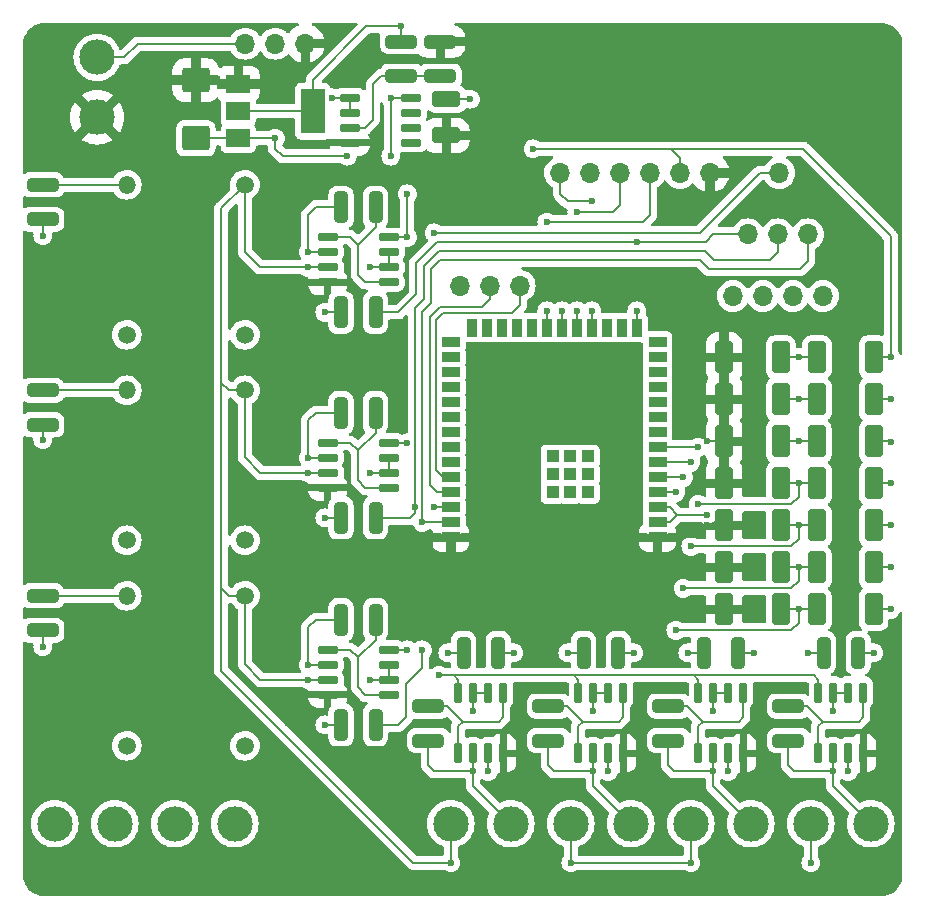
<source format=gbr>
%TF.GenerationSoftware,KiCad,Pcbnew,7.0.10*%
%TF.CreationDate,2024-06-26T21:11:56-03:00*%
%TF.ProjectId,board,626f6172-642e-46b6-9963-61645f706362,1.0*%
%TF.SameCoordinates,Original*%
%TF.FileFunction,Copper,L1,Top*%
%TF.FilePolarity,Positive*%
%FSLAX46Y46*%
G04 Gerber Fmt 4.6, Leading zero omitted, Abs format (unit mm)*
G04 Created by KiCad (PCBNEW 7.0.10) date 2024-06-26 21:11:56*
%MOMM*%
%LPD*%
G01*
G04 APERTURE LIST*
G04 Aperture macros list*
%AMRoundRect*
0 Rectangle with rounded corners*
0 $1 Rounding radius*
0 $2 $3 $4 $5 $6 $7 $8 $9 X,Y pos of 4 corners*
0 Add a 4 corners polygon primitive as box body*
4,1,4,$2,$3,$4,$5,$6,$7,$8,$9,$2,$3,0*
0 Add four circle primitives for the rounded corners*
1,1,$1+$1,$2,$3*
1,1,$1+$1,$4,$5*
1,1,$1+$1,$6,$7*
1,1,$1+$1,$8,$9*
0 Add four rect primitives between the rounded corners*
20,1,$1+$1,$2,$3,$4,$5,0*
20,1,$1+$1,$4,$5,$6,$7,0*
20,1,$1+$1,$6,$7,$8,$9,0*
20,1,$1+$1,$8,$9,$2,$3,0*%
G04 Aperture macros list end*
%TA.AperFunction,SMDPad,CuDef*%
%ADD10R,2.000000X1.500000*%
%TD*%
%TA.AperFunction,SMDPad,CuDef*%
%ADD11R,2.000000X3.800000*%
%TD*%
%TA.AperFunction,SMDPad,CuDef*%
%ADD12RoundRect,0.150000X-0.725000X-0.150000X0.725000X-0.150000X0.725000X0.150000X-0.725000X0.150000X0*%
%TD*%
%TA.AperFunction,SMDPad,CuDef*%
%ADD13RoundRect,0.250000X0.500000X1.100000X-0.500000X1.100000X-0.500000X-1.100000X0.500000X-1.100000X0*%
%TD*%
%TA.AperFunction,SMDPad,CuDef*%
%ADD14RoundRect,0.250000X-1.075000X0.312500X-1.075000X-0.312500X1.075000X-0.312500X1.075000X0.312500X0*%
%TD*%
%TA.AperFunction,ComponentPad*%
%ADD15O,1.508000X1.508000*%
%TD*%
%TA.AperFunction,ComponentPad*%
%ADD16C,1.508000*%
%TD*%
%TA.AperFunction,SMDPad,CuDef*%
%ADD17RoundRect,0.250000X-0.312500X-1.075000X0.312500X-1.075000X0.312500X1.075000X-0.312500X1.075000X0*%
%TD*%
%TA.AperFunction,SMDPad,CuDef*%
%ADD18RoundRect,0.250000X0.312500X1.075000X-0.312500X1.075000X-0.312500X-1.075000X0.312500X-1.075000X0*%
%TD*%
%TA.AperFunction,SMDPad,CuDef*%
%ADD19R,1.500000X0.900000*%
%TD*%
%TA.AperFunction,SMDPad,CuDef*%
%ADD20R,0.900000X1.500000*%
%TD*%
%TA.AperFunction,SMDPad,CuDef*%
%ADD21R,1.000000X1.000000*%
%TD*%
%TA.AperFunction,SMDPad,CuDef*%
%ADD22RoundRect,0.150000X0.150000X-0.725000X0.150000X0.725000X-0.150000X0.725000X-0.150000X-0.725000X0*%
%TD*%
%TA.AperFunction,ComponentPad*%
%ADD23O,3.000000X3.000000*%
%TD*%
%TA.AperFunction,ComponentPad*%
%ADD24C,3.000000*%
%TD*%
%TA.AperFunction,ComponentPad*%
%ADD25O,1.700000X1.700000*%
%TD*%
%TA.AperFunction,SMDPad,CuDef*%
%ADD26RoundRect,0.250000X1.075000X-0.312500X1.075000X0.312500X-1.075000X0.312500X-1.075000X-0.312500X0*%
%TD*%
%TA.AperFunction,SMDPad,CuDef*%
%ADD27RoundRect,0.250000X-0.925000X0.412500X-0.925000X-0.412500X0.925000X-0.412500X0.925000X0.412500X0*%
%TD*%
%TA.AperFunction,SMDPad,CuDef*%
%ADD28RoundRect,0.250000X0.925000X-0.787500X0.925000X0.787500X-0.925000X0.787500X-0.925000X-0.787500X0*%
%TD*%
%TA.AperFunction,ViaPad*%
%ADD29C,0.600000*%
%TD*%
%TA.AperFunction,Conductor*%
%ADD30C,0.200000*%
%TD*%
G04 APERTURE END LIST*
D10*
%TO.P,PS1,1,GND*%
%TO.N,GND*%
X124637600Y-52143600D03*
%TO.P,PS1,2,VO*%
%TO.N,Vcc*%
X124637600Y-54443600D03*
D11*
X130937600Y-54443600D03*
D10*
%TO.P,PS1,3,VI*%
%TO.N,Vin*%
X124637600Y-56743600D03*
%TD*%
D12*
%TO.P,AMP3,8,V+*%
%TO.N,Vin*%
X137357600Y-100050600D03*
%TO.P,AMP3,7*%
%TO.N,Net-(AMP3B--)*%
X137357600Y-101320600D03*
%TO.P,AMP3,6,-*%
X137357600Y-102590600D03*
%TO.P,AMP3,5,+*%
%TO.N,Net-(AMP3B-+)*%
X137357600Y-103860600D03*
%TO.P,AMP3,4,V-*%
%TO.N,GND*%
X132207600Y-103860600D03*
%TO.P,AMP3,3,+*%
%TO.N,TC A-1*%
X132207600Y-102590600D03*
%TO.P,AMP3,2,-*%
%TO.N,TP C-1*%
X132207600Y-101320600D03*
%TO.P,AMP3,1*%
%TO.N,Net-(AMP3B-+)*%
X132207600Y-100050600D03*
%TD*%
D13*
%TO.P,DZ14,1,K*%
%TO.N,Current N*%
X170561600Y-85953600D03*
%TO.P,DZ14,2,A*%
%TO.N,GND*%
X165761600Y-85953600D03*
%TD*%
D14*
%TO.P,R9,1*%
%TO.N,Net-(AMP4B-+)*%
X140716600Y-104811100D03*
%TO.P,R9,2*%
%TO.N,TC A-2*%
X140716600Y-107736100D03*
%TD*%
D12*
%TO.P,AMP8,8,V+*%
%TO.N,Vin*%
X139227600Y-53314600D03*
%TO.P,AMP8,7*%
%TO.N,N/C*%
X139227600Y-54584600D03*
%TO.P,AMP8,6*%
X139227600Y-55854600D03*
%TO.P,AMP8,5*%
X139227600Y-57124600D03*
%TO.P,AMP8,4,V-*%
%TO.N,GND*%
X134077600Y-57124600D03*
%TO.P,AMP8,3,+*%
%TO.N,V1.65*%
X134077600Y-55854600D03*
%TO.P,AMP8,2,-*%
%TO.N,TC A-1*%
X134077600Y-54584600D03*
%TO.P,AMP8,1*%
X134077600Y-53314600D03*
%TD*%
D13*
%TO.P,DZ2,1,K*%
%TO.N,Wave A*%
X170566600Y-75285600D03*
%TO.P,DZ2,2,A*%
%TO.N,GND*%
X165766600Y-75285600D03*
%TD*%
D15*
%TO.P,TP2,1*%
%TO.N,Net-(R4-Pad1)*%
X115189600Y-78079600D03*
D16*
%TO.P,TP2,2*%
%TO.N,Neutral*%
X115189600Y-90779600D03*
%TO.P,TP2,3*%
%TO.N,TP B-1*%
X125189600Y-90779600D03*
%TO.P,TP2,4*%
%TO.N,TC A-1*%
X125189600Y-78079600D03*
%TD*%
D17*
%TO.P,R7,1*%
%TO.N,TP B-1*%
X133320100Y-79984600D03*
%TO.P,R7,2*%
%TO.N,Net-(AMP2B-+)*%
X136245100Y-79984600D03*
%TD*%
D18*
%TO.P,R16,1*%
%TO.N,Current A*%
X146624100Y-100304600D03*
%TO.P,R16,2*%
%TO.N,Net-(AMP4B--)*%
X143699100Y-100304600D03*
%TD*%
D19*
%TO.P,MCU1,1,GND*%
%TO.N,GND*%
X160121600Y-90525600D03*
%TO.P,MCU1,2,3V3*%
%TO.N,Vcc*%
X160121600Y-89255600D03*
%TO.P,MCU1,3,EN*%
X160121600Y-87985600D03*
%TO.P,MCU1,4,IO4*%
%TO.N,Current A*%
X160121600Y-86715600D03*
%TO.P,MCU1,5,IO5*%
%TO.N,Current B*%
X160121600Y-85445600D03*
%TO.P,MCU1,6,IO6*%
%TO.N,Current C*%
X160121600Y-84175600D03*
%TO.P,MCU1,7,IO7*%
%TO.N,Current N*%
X160121600Y-82905600D03*
%TO.P,MCU1,8,IO15*%
%TO.N,unconnected-(MCU1-IO15-Pad8)*%
X160121600Y-81635600D03*
%TO.P,MCU1,9,IO16*%
%TO.N,unconnected-(MCU1-IO16-Pad9)*%
X160121600Y-80365600D03*
%TO.P,MCU1,10,IO17*%
%TO.N,unconnected-(MCU1-IO17-Pad10)*%
X160121600Y-79095600D03*
%TO.P,MCU1,11,IO18*%
%TO.N,unconnected-(MCU1-IO18-Pad11)*%
X160121600Y-77825600D03*
%TO.P,MCU1,12,IO8*%
%TO.N,unconnected-(MCU1-IO8-Pad12)*%
X160121600Y-76555600D03*
%TO.P,MCU1,13,IO19*%
%TO.N,unconnected-(MCU1-IO19-Pad13)*%
X160121600Y-75285600D03*
%TO.P,MCU1,14,IO20*%
%TO.N,unconnected-(MCU1-IO20-Pad14)*%
X160121600Y-74015600D03*
D20*
%TO.P,MCU1,15,IO3*%
%TO.N,Wave A*%
X158356600Y-72765600D03*
%TO.P,MCU1,16,IO46*%
%TO.N,unconnected-(MCU1-IO46-Pad16)*%
X157086600Y-72765600D03*
%TO.P,MCU1,17,IO9*%
%TO.N,unconnected-(MCU1-IO9-Pad17)*%
X155816600Y-72765600D03*
%TO.P,MCU1,18,IO10*%
%TO.N,CS*%
X154546600Y-72765600D03*
%TO.P,MCU1,19,IO11*%
%TO.N,MOSI*%
X153276600Y-72765600D03*
%TO.P,MCU1,20,IO12*%
%TO.N,CLK*%
X152006600Y-72765600D03*
%TO.P,MCU1,21,IO13*%
%TO.N,MISO*%
X150736600Y-72765600D03*
%TO.P,MCU1,22,IO14*%
%TO.N,unconnected-(MCU1-IO14-Pad22)*%
X149466600Y-72765600D03*
%TO.P,MCU1,23,IO21*%
%TO.N,unconnected-(MCU1-IO21-Pad23)*%
X148196600Y-72765600D03*
%TO.P,MCU1,24,IO47*%
%TO.N,unconnected-(MCU1-IO47-Pad24)*%
X146926600Y-72765600D03*
%TO.P,MCU1,25,IO48*%
%TO.N,unconnected-(MCU1-IO48-Pad25)*%
X145656600Y-72765600D03*
%TO.P,MCU1,26,IO45*%
%TO.N,unconnected-(MCU1-IO45-Pad26)*%
X144386600Y-72765600D03*
D19*
%TO.P,MCU1,27,IO0*%
%TO.N,unconnected-(MCU1-IO0-Pad27)*%
X142621600Y-74015600D03*
%TO.P,MCU1,28,NC*%
%TO.N,unconnected-(MCU1-NC-Pad28)*%
X142621600Y-75285600D03*
%TO.P,MCU1,29,NC__1*%
%TO.N,unconnected-(MCU1-NC__1-Pad29)*%
X142621600Y-76555600D03*
%TO.P,MCU1,30,NC__2*%
%TO.N,unconnected-(MCU1-NC__2-Pad30)*%
X142621600Y-77825600D03*
%TO.P,MCU1,31,IO38*%
%TO.N,unconnected-(MCU1-IO38-Pad31)*%
X142621600Y-79095600D03*
%TO.P,MCU1,32,IO39*%
%TO.N,unconnected-(MCU1-IO39-Pad32)*%
X142621600Y-80365600D03*
%TO.P,MCU1,33,IO40*%
%TO.N,unconnected-(MCU1-IO40-Pad33)*%
X142621600Y-81635600D03*
%TO.P,MCU1,34,IO41*%
%TO.N,unconnected-(MCU1-IO41-Pad34)*%
X142621600Y-82905600D03*
%TO.P,MCU1,35,IO42*%
%TO.N,unconnected-(MCU1-IO42-Pad35)*%
X142621600Y-84175600D03*
%TO.P,MCU1,36,RXD0*%
%TO.N,UART RX*%
X142621600Y-85445600D03*
%TO.P,MCU1,37,TXD0*%
%TO.N,UART TX*%
X142621600Y-86715600D03*
%TO.P,MCU1,38,IO2*%
%TO.N,Wave B*%
X142621600Y-87985600D03*
%TO.P,MCU1,39,IO1*%
%TO.N,Wave C*%
X142621600Y-89255600D03*
%TO.P,MCU1,40,GND__1*%
%TO.N,GND*%
X142621600Y-90525600D03*
D21*
%TO.P,MCU1,41_1,GND__2*%
%TO.N,unconnected-(MCU1-GND__2-Pad41_1)*%
X152731600Y-85175600D03*
%TO.P,MCU1,41_2,GND__3*%
%TO.N,unconnected-(MCU1-GND__3-Pad41_2)*%
X154231600Y-85175600D03*
%TO.P,MCU1,41_3,GND__4*%
%TO.N,unconnected-(MCU1-GND__4-Pad41_3)*%
X151231600Y-85175600D03*
%TO.P,MCU1,41_4,GND__5*%
%TO.N,unconnected-(MCU1-GND__5-Pad41_4)*%
X154231600Y-83675600D03*
%TO.P,MCU1,41_5,GND__6*%
%TO.N,unconnected-(MCU1-GND__6-Pad41_5)*%
X152731600Y-83675600D03*
%TO.P,MCU1,41_6,GND__7*%
%TO.N,unconnected-(MCU1-GND__7-Pad41_6)*%
X151231600Y-83675600D03*
%TO.P,MCU1,41_7,GND__8*%
%TO.N,unconnected-(MCU1-GND__8-Pad41_7)*%
X154231600Y-86675600D03*
%TO.P,MCU1,41_8,GND__9*%
%TO.N,unconnected-(MCU1-GND__9-Pad41_8)*%
X152731600Y-86675600D03*
%TO.P,MCU1,41_9,GND__10*%
%TO.N,unconnected-(MCU1-GND__10-Pad41_9)*%
X151231600Y-86675600D03*
%TD*%
D22*
%TO.P,AMP6,8,V+*%
%TO.N,Vin*%
X163576600Y-103663600D03*
%TO.P,AMP6,7*%
%TO.N,Net-(AMP6B--)*%
X164846600Y-103663600D03*
%TO.P,AMP6,6,-*%
X166116600Y-103663600D03*
%TO.P,AMP6,5,+*%
%TO.N,Net-(AMP6B-+)*%
X167386600Y-103663600D03*
%TO.P,AMP6,4,V-*%
%TO.N,GND*%
X167386600Y-108813600D03*
%TO.P,AMP6,3,+*%
%TO.N,TC A-1*%
X166116600Y-108813600D03*
%TO.P,AMP6,2,-*%
%TO.N,TC C-2*%
X164846600Y-108813600D03*
%TO.P,AMP6,1*%
%TO.N,Net-(AMP6B-+)*%
X163576600Y-108813600D03*
%TD*%
D13*
%TO.P,DZ13,1,K*%
%TO.N,Vcc*%
X178422600Y-85953600D03*
%TO.P,DZ13,2,A*%
%TO.N,Current N*%
X173622600Y-85953600D03*
%TD*%
D22*
%TO.P,AMP4,8,V+*%
%TO.N,Vin*%
X143256600Y-103663600D03*
%TO.P,AMP4,7*%
%TO.N,Net-(AMP4B--)*%
X144526600Y-103663600D03*
%TO.P,AMP4,6,-*%
X145796600Y-103663600D03*
%TO.P,AMP4,5,+*%
%TO.N,Net-(AMP4B-+)*%
X147066600Y-103663600D03*
%TO.P,AMP4,4,V-*%
%TO.N,GND*%
X147066600Y-108813600D03*
%TO.P,AMP4,3,+*%
%TO.N,TC A-1*%
X145796600Y-108813600D03*
%TO.P,AMP4,2,-*%
%TO.N,TC A-2*%
X144526600Y-108813600D03*
%TO.P,AMP4,1*%
%TO.N,Net-(AMP4B-+)*%
X143256600Y-108813600D03*
%TD*%
D18*
%TO.P,R17,1*%
%TO.N,Current B*%
X156784100Y-100304600D03*
%TO.P,R17,2*%
%TO.N,Net-(AMP5B--)*%
X153859100Y-100304600D03*
%TD*%
D13*
%TO.P,DZ6,1,K*%
%TO.N,Wave C*%
X170561600Y-82397600D03*
%TO.P,DZ6,2,A*%
%TO.N,GND*%
X165761600Y-82397600D03*
%TD*%
%TO.P,DZ5,1,K*%
%TO.N,Vcc*%
X178409600Y-82397600D03*
%TO.P,DZ5,2,A*%
%TO.N,Wave C*%
X173609600Y-82397600D03*
%TD*%
D15*
%TO.P,TP1,1*%
%TO.N,Net-(R3-Pad1)*%
X115189600Y-60680600D03*
D16*
%TO.P,TP1,2*%
%TO.N,Neutral*%
X115189600Y-73380600D03*
%TO.P,TP1,3*%
%TO.N,TP A-1*%
X125189600Y-73380600D03*
%TO.P,TP1,4*%
%TO.N,TC A-1*%
X125189600Y-60680600D03*
%TD*%
D23*
%TO.P,J7,1,Pin_1*%
%TO.N,TC A-1*%
X173101600Y-114782600D03*
D24*
%TO.P,J7,2,Pin_2*%
%TO.N,TC N-2*%
X178181600Y-114782600D03*
%TD*%
D14*
%TO.P,R4,1*%
%TO.N,Net-(R4-Pad1)*%
X108077600Y-78079600D03*
%TO.P,R4,2*%
%TO.N,Line B*%
X108077600Y-81004600D03*
%TD*%
D15*
%TO.P,TP3,1*%
%TO.N,Net-(R5-Pad1)*%
X115189600Y-95478600D03*
D16*
%TO.P,TP3,2*%
%TO.N,Neutral*%
X115189600Y-108178600D03*
%TO.P,TP3,3*%
%TO.N,TP C-1*%
X125189600Y-108178600D03*
%TO.P,TP3,4*%
%TO.N,TC A-1*%
X125189600Y-95478600D03*
%TD*%
D25*
%TO.P,P1,1,Pin_1*%
%TO.N,GND*%
X143370600Y-69209600D03*
%TO.P,P1,2,Pin_2*%
%TO.N,UART TX*%
X145910600Y-69209600D03*
%TO.P,P1,3,Pin_3*%
%TO.N,UART RX*%
X148450600Y-69209600D03*
%TD*%
D26*
%TO.P,R2,1*%
%TO.N,V1.65*%
X141732600Y-51475100D03*
%TO.P,R2,2*%
%TO.N,GND*%
X141732600Y-48550100D03*
%TD*%
D18*
%TO.P,R18,1*%
%TO.N,Current C*%
X166944100Y-100304600D03*
%TO.P,R18,2*%
%TO.N,Net-(AMP6B--)*%
X164019100Y-100304600D03*
%TD*%
D14*
%TO.P,R11,1*%
%TO.N,Net-(AMP6B-+)*%
X161036600Y-104811100D03*
%TO.P,R11,2*%
%TO.N,TC C-2*%
X161036600Y-107736100D03*
%TD*%
D13*
%TO.P,DZ11,1,K*%
%TO.N,Vcc*%
X178422600Y-89509600D03*
%TO.P,DZ11,2,A*%
%TO.N,Current C*%
X173622600Y-89509600D03*
%TD*%
D25*
%TO.P,SW1,1,C*%
%TO.N,5V-12V*%
X125222600Y-48728600D03*
%TO.P,SW1,2,B*%
%TO.N,Vin*%
X127762600Y-48728600D03*
%TO.P,SW1,3,A*%
%TO.N,GND*%
X130302600Y-48728600D03*
%TD*%
D17*
%TO.P,R6,1*%
%TO.N,TP A-1*%
X133320100Y-62585600D03*
%TO.P,R6,2*%
%TO.N,Net-(AMP1B-+)*%
X136245100Y-62585600D03*
%TD*%
D13*
%TO.P,DZ3,1,K*%
%TO.N,Vcc*%
X178422600Y-78841600D03*
%TO.P,DZ3,2,A*%
%TO.N,Wave B*%
X173622600Y-78841600D03*
%TD*%
D14*
%TO.P,R10,1*%
%TO.N,Net-(AMP5B-+)*%
X150876600Y-104811100D03*
%TO.P,R10,2*%
%TO.N,TC B-2*%
X150876600Y-107736100D03*
%TD*%
%TO.P,R3,1*%
%TO.N,Net-(R3-Pad1)*%
X108077600Y-60680600D03*
%TO.P,R3,2*%
%TO.N,Line A*%
X108077600Y-63605600D03*
%TD*%
%TO.P,R12,1*%
%TO.N,Net-(AMP7B-+)*%
X171196600Y-104811100D03*
%TO.P,R12,2*%
%TO.N,TC N-2*%
X171196600Y-107736100D03*
%TD*%
D13*
%TO.P,DZ12,1,K*%
%TO.N,Current C*%
X170561600Y-89509600D03*
%TO.P,DZ12,2,A*%
%TO.N,GND*%
X165761600Y-89509600D03*
%TD*%
D27*
%TO.P,C2,1*%
%TO.N,Vcc*%
X142240600Y-53428100D03*
%TO.P,C2,2*%
%TO.N,GND*%
X142240600Y-56503100D03*
%TD*%
D23*
%TO.P,J4,1,Pin_1*%
%TO.N,TC A-1*%
X142621600Y-114782600D03*
D24*
%TO.P,J4,2,Pin_2*%
%TO.N,TC A-2*%
X147701600Y-114782600D03*
%TD*%
D23*
%TO.P,J3,1,Pin_1*%
%TO.N,Line A*%
X109093600Y-114782600D03*
D24*
%TO.P,J3,2,Pin_2*%
%TO.N,Line B*%
X114173600Y-114782600D03*
%TD*%
D18*
%TO.P,R19,1*%
%TO.N,Current N*%
X177104100Y-100304600D03*
%TO.P,R19,2*%
%TO.N,Net-(AMP7B--)*%
X174179100Y-100304600D03*
%TD*%
D25*
%TO.P,P4,1,Pin_1*%
%TO.N,Wave A*%
X167767600Y-64871600D03*
%TO.P,P4,2,Pin_2*%
%TO.N,Wave B*%
X170307600Y-64871600D03*
%TO.P,P4,3,Pin_3*%
%TO.N,Wave C*%
X172847600Y-64871600D03*
%TD*%
D18*
%TO.P,R15,1*%
%TO.N,Wave C*%
X136245100Y-106400600D03*
%TO.P,R15,2*%
%TO.N,Net-(AMP3B--)*%
X133320100Y-106400600D03*
%TD*%
D13*
%TO.P,DZ9,1,K*%
%TO.N,Vcc*%
X178422600Y-93065600D03*
%TO.P,DZ9,2,A*%
%TO.N,Current B*%
X173622600Y-93065600D03*
%TD*%
%TO.P,DZ7,1,K*%
%TO.N,Vcc*%
X178422600Y-96621600D03*
%TO.P,DZ7,2,A*%
%TO.N,Current A*%
X173622600Y-96621600D03*
%TD*%
D23*
%TO.P,J6,1,Pin_1*%
%TO.N,TC A-1*%
X162941600Y-114782600D03*
D24*
%TO.P,J6,2,Pin_2*%
%TO.N,TC C-2*%
X168021600Y-114782600D03*
%TD*%
D14*
%TO.P,R5,1*%
%TO.N,Net-(R5-Pad1)*%
X108077600Y-95478600D03*
%TO.P,R5,2*%
%TO.N,Line C*%
X108077600Y-98403600D03*
%TD*%
D25*
%TO.P,P5,1,Pin_1*%
%TO.N,GND*%
X164567600Y-59664600D03*
%TO.P,P5,2,Pin_2*%
%TO.N,Vcc*%
X162027600Y-59664600D03*
%TO.P,P5,3,Pin_3*%
%TO.N,MISO*%
X159487600Y-59664600D03*
%TO.P,P5,4,Pin_4*%
%TO.N,MOSI*%
X156947600Y-59664600D03*
%TO.P,P5,5,Pin_5*%
%TO.N,CLK*%
X154407600Y-59664600D03*
%TO.P,P5,6,Pin_6*%
%TO.N,CS*%
X151867600Y-59664600D03*
%TD*%
D13*
%TO.P,DZ4,1,K*%
%TO.N,Wave B*%
X170566600Y-78841600D03*
%TO.P,DZ4,2,A*%
%TO.N,GND*%
X165766600Y-78841600D03*
%TD*%
D25*
%TO.P,P3,1,Pin_1*%
%TO.N,Current A*%
X166507600Y-70078600D03*
%TO.P,P3,2,Pin_2*%
%TO.N,Current B*%
X169047600Y-70078600D03*
%TO.P,P3,3,Pin_3*%
%TO.N,Current C*%
X171587600Y-70078600D03*
%TO.P,P3,4,Pin_4*%
%TO.N,Current N*%
X174127600Y-70078600D03*
%TD*%
D18*
%TO.P,R13,1*%
%TO.N,Wave A*%
X136245100Y-71475600D03*
%TO.P,R13,2*%
%TO.N,Net-(AMP1B--)*%
X133320100Y-71475600D03*
%TD*%
D13*
%TO.P,DZ1,1,K*%
%TO.N,Vcc*%
X178422600Y-75285600D03*
%TO.P,DZ1,2,A*%
%TO.N,Wave A*%
X173622600Y-75285600D03*
%TD*%
D28*
%TO.P,C1,1*%
%TO.N,Vin*%
X121031600Y-56740100D03*
%TO.P,C1,2*%
%TO.N,GND*%
X121031600Y-51815100D03*
%TD*%
D17*
%TO.P,R8,1*%
%TO.N,TP C-1*%
X133320100Y-97510600D03*
%TO.P,R8,2*%
%TO.N,Net-(AMP3B-+)*%
X136245100Y-97510600D03*
%TD*%
D23*
%TO.P,J2,1,Pin_1*%
%TO.N,Line C*%
X119253600Y-114782600D03*
D24*
%TO.P,J2,2,Pin_2*%
%TO.N,Neutral*%
X124333600Y-114782600D03*
%TD*%
D25*
%TO.P,P2,1,Pin_1*%
%TO.N,TC A-1*%
X170434600Y-59664600D03*
%TD*%
D18*
%TO.P,R14,1*%
%TO.N,Wave B*%
X136245100Y-88874600D03*
%TO.P,R14,2*%
%TO.N,Net-(AMP2B--)*%
X133320100Y-88874600D03*
%TD*%
D13*
%TO.P,DZ8,1,K*%
%TO.N,Current A*%
X170561600Y-96621600D03*
%TO.P,DZ8,2,A*%
%TO.N,GND*%
X165761600Y-96621600D03*
%TD*%
%TO.P,DZ10,1,K*%
%TO.N,Current B*%
X170561600Y-93065600D03*
%TO.P,DZ10,2,A*%
%TO.N,GND*%
X165761600Y-93065600D03*
%TD*%
D22*
%TO.P,AMP7,8,V+*%
%TO.N,Vin*%
X173736600Y-103663600D03*
%TO.P,AMP7,7*%
%TO.N,Net-(AMP7B--)*%
X175006600Y-103663600D03*
%TO.P,AMP7,6,-*%
X176276600Y-103663600D03*
%TO.P,AMP7,5,+*%
%TO.N,Net-(AMP7B-+)*%
X177546600Y-103663600D03*
%TO.P,AMP7,4,V-*%
%TO.N,GND*%
X177546600Y-108813600D03*
%TO.P,AMP7,3,+*%
%TO.N,TC A-1*%
X176276600Y-108813600D03*
%TO.P,AMP7,2,-*%
%TO.N,TC N-2*%
X175006600Y-108813600D03*
%TO.P,AMP7,1*%
%TO.N,Net-(AMP7B-+)*%
X173736600Y-108813600D03*
%TD*%
%TO.P,AMP5,8,V+*%
%TO.N,Vin*%
X153416600Y-103663600D03*
%TO.P,AMP5,7*%
%TO.N,Net-(AMP5B--)*%
X154686600Y-103663600D03*
%TO.P,AMP5,6,-*%
X155956600Y-103663600D03*
%TO.P,AMP5,5,+*%
%TO.N,Net-(AMP5B-+)*%
X157226600Y-103663600D03*
%TO.P,AMP5,4,V-*%
%TO.N,GND*%
X157226600Y-108813600D03*
%TO.P,AMP5,3,+*%
%TO.N,TC A-1*%
X155956600Y-108813600D03*
%TO.P,AMP5,2,-*%
%TO.N,TC B-2*%
X154686600Y-108813600D03*
%TO.P,AMP5,1*%
%TO.N,Net-(AMP5B-+)*%
X153416600Y-108813600D03*
%TD*%
D14*
%TO.P,R1,1*%
%TO.N,Vcc*%
X138430600Y-48550100D03*
%TO.P,R1,2*%
%TO.N,V1.65*%
X138430600Y-51475100D03*
%TD*%
D23*
%TO.P,J5,1,Pin_1*%
%TO.N,TC A-1*%
X152781600Y-114782600D03*
D24*
%TO.P,J5,2,Pin_2*%
%TO.N,TC B-2*%
X157861600Y-114782600D03*
%TD*%
D23*
%TO.P,J1,1,Pin_1*%
%TO.N,5V-12V*%
X112674600Y-49885600D03*
D24*
%TO.P,J1,2,Pin_2*%
%TO.N,GND*%
X112674600Y-54965600D03*
%TD*%
D12*
%TO.P,AMP2,8,V+*%
%TO.N,Vin*%
X137357600Y-82524600D03*
%TO.P,AMP2,7*%
%TO.N,Net-(AMP2B--)*%
X137357600Y-83794600D03*
%TO.P,AMP2,6,-*%
X137357600Y-85064600D03*
%TO.P,AMP2,5,+*%
%TO.N,Net-(AMP2B-+)*%
X137357600Y-86334600D03*
%TO.P,AMP2,4,V-*%
%TO.N,GND*%
X132207600Y-86334600D03*
%TO.P,AMP2,3,+*%
%TO.N,TC A-1*%
X132207600Y-85064600D03*
%TO.P,AMP2,2,-*%
%TO.N,TP B-1*%
X132207600Y-83794600D03*
%TO.P,AMP2,1*%
%TO.N,Net-(AMP2B-+)*%
X132207600Y-82524600D03*
%TD*%
%TO.P,AMP1,8,V+*%
%TO.N,Vin*%
X137357600Y-65125600D03*
%TO.P,AMP1,7*%
%TO.N,Net-(AMP1B--)*%
X137357600Y-66395600D03*
%TO.P,AMP1,6,-*%
X137357600Y-67665600D03*
%TO.P,AMP1,5,+*%
%TO.N,Net-(AMP1B-+)*%
X137357600Y-68935600D03*
%TO.P,AMP1,4,V-*%
%TO.N,GND*%
X132207600Y-68935600D03*
%TO.P,AMP1,3,+*%
%TO.N,TC A-1*%
X132207600Y-67665600D03*
%TO.P,AMP1,2,-*%
%TO.N,TP A-1*%
X132207600Y-66395600D03*
%TO.P,AMP1,1*%
%TO.N,Net-(AMP1B-+)*%
X132207600Y-65125600D03*
%TD*%
D29*
%TO.N,Line B*%
X108077600Y-82270600D03*
%TO.N,Line A*%
X108077600Y-64998600D03*
%TO.N,Line C*%
X108077600Y-99796600D03*
%TO.N,Vcc*%
X179858600Y-85953600D03*
X179858600Y-75285600D03*
X179858600Y-96621600D03*
X164338600Y-88620600D03*
X179858600Y-93065600D03*
X144272600Y-53428100D03*
X149606600Y-57632600D03*
X138430600Y-47256600D03*
X179858600Y-82423600D03*
X179858600Y-89509600D03*
X179858600Y-78841600D03*
%TO.N,GND*%
X164338600Y-82397600D03*
X177546600Y-110337600D03*
X164338600Y-89509600D03*
X157226600Y-110337600D03*
X164338600Y-75285600D03*
X164338600Y-78841600D03*
X164338600Y-85953600D03*
X147066600Y-110337600D03*
X164338600Y-96621600D03*
X164338600Y-93065600D03*
X167386600Y-110337600D03*
X135636600Y-57124600D03*
%TO.N,Current A*%
X172098600Y-96621600D03*
X147955600Y-100304600D03*
X161680600Y-86715600D03*
X161671600Y-98399600D03*
%TO.N,Current B*%
X162315600Y-85445600D03*
X172098600Y-93065600D03*
X162306600Y-94843600D03*
X158115600Y-100304600D03*
%TO.N,Current C*%
X172098600Y-89509600D03*
X168275600Y-100304600D03*
X162950600Y-91287600D03*
X162950600Y-84175600D03*
%TO.N,Current N*%
X178435600Y-100304600D03*
X163576600Y-87731600D03*
X163576600Y-82905600D03*
X172098600Y-85953600D03*
%TO.N,TC A-2*%
X144526600Y-110337600D03*
%TO.N,TC A-1*%
X176276600Y-110337600D03*
X145796600Y-110337600D03*
X152781600Y-118084600D03*
X166116600Y-110337600D03*
X132588600Y-53314600D03*
X155956600Y-110337600D03*
X142621600Y-118084600D03*
X130556600Y-85064600D03*
X173101600Y-118084600D03*
X162941600Y-118084600D03*
X141224600Y-64744600D03*
X130556600Y-102590600D03*
X130556600Y-67665600D03*
%TO.N,TP A-1*%
X130556600Y-66395600D03*
%TO.N,TP C-1*%
X130556600Y-101320600D03*
%TO.N,TP B-1*%
X130556600Y-83794600D03*
%TO.N,TC B-2*%
X154686600Y-110337600D03*
%TO.N,Wave A*%
X172085600Y-75285600D03*
X158369600Y-65506600D03*
X158369600Y-71348600D03*
%TO.N,Wave B*%
X139573600Y-87985600D03*
X141224600Y-87985600D03*
X172085600Y-78841600D03*
%TO.N,Wave C*%
X140208600Y-100050600D03*
X172092100Y-82397600D03*
X140208600Y-89255600D03*
%TO.N,CS*%
X154559600Y-62077600D03*
X154559600Y-71348600D03*
%TO.N,MOSI*%
X153289600Y-71348600D03*
X153289600Y-62966600D03*
%TO.N,CLK*%
X152019600Y-71348600D03*
%TO.N,MISO*%
X150749600Y-71348600D03*
X150749600Y-63855600D03*
%TO.N,TC N-2*%
X175006600Y-110337600D03*
%TO.N,Vin*%
X137541600Y-58253600D03*
X138938600Y-65125600D03*
X137541600Y-53314600D03*
X141605600Y-102209600D03*
X138938600Y-61442600D03*
X138938600Y-82524600D03*
X133844600Y-58253600D03*
X138938600Y-100050600D03*
X127762600Y-56743600D03*
%TO.N,TC C-2*%
X164846600Y-110337600D03*
%TO.N,Net-(AMP1B--)*%
X135763600Y-67665600D03*
X131953600Y-71475600D03*
%TO.N,Net-(AMP2B--)*%
X131953600Y-88874600D03*
X135763600Y-85064600D03*
%TO.N,Net-(AMP3B--)*%
X135763600Y-102590600D03*
X131953600Y-106400600D03*
%TO.N,Net-(AMP4B--)*%
X144526600Y-105257600D03*
X142367600Y-100304600D03*
%TO.N,Net-(AMP5B--)*%
X152527600Y-100304600D03*
X154686600Y-105257600D03*
%TO.N,Net-(AMP6B--)*%
X164846600Y-105257600D03*
X162687600Y-100304600D03*
%TO.N,Net-(AMP7B--)*%
X172847600Y-100304600D03*
X175006600Y-105257600D03*
%TD*%
D30*
%TO.N,Line B*%
X108077600Y-82270600D02*
X108077600Y-81004600D01*
%TO.N,Line A*%
X108077600Y-64998600D02*
X108077600Y-63605600D01*
%TO.N,Line C*%
X108077600Y-99796600D02*
X108077600Y-98403600D01*
%TO.N,Net-(R3-Pad1)*%
X108077600Y-60680600D02*
X115189600Y-60680600D01*
%TO.N,Net-(R4-Pad1)*%
X108077600Y-78079600D02*
X115189600Y-78079600D01*
%TO.N,Net-(R5-Pad1)*%
X108077600Y-95478600D02*
X115189600Y-95478600D01*
%TO.N,Vcc*%
X160121600Y-87985600D02*
X161163600Y-87985600D01*
X162027600Y-58369600D02*
X161290600Y-57632600D01*
X130937600Y-54443600D02*
X130937600Y-51790600D01*
X178409600Y-82397600D02*
X179832600Y-82397600D01*
X161163600Y-87985600D02*
X161798600Y-88620600D01*
X135471600Y-47256600D02*
X138430600Y-47256600D01*
X178422600Y-78841600D02*
X179858600Y-78841600D01*
X160121600Y-89255600D02*
X161163600Y-89255600D01*
X149606600Y-57632600D02*
X161290600Y-57632600D01*
X179832600Y-82397600D02*
X179858600Y-82423600D01*
X179858600Y-96621600D02*
X178422600Y-96621600D01*
X144272600Y-53428100D02*
X142240600Y-53428100D01*
X130937600Y-51790600D02*
X135471600Y-47256600D01*
X179858600Y-85953600D02*
X178422600Y-85953600D01*
X138430600Y-47256600D02*
X138430600Y-48550100D01*
X161163600Y-89255600D02*
X161798600Y-88620600D01*
X179858600Y-65024600D02*
X172466600Y-57632600D01*
X179858600Y-89509600D02*
X178422600Y-89509600D01*
X179858600Y-75285600D02*
X178422600Y-75285600D01*
X172466600Y-57632600D02*
X161290600Y-57632600D01*
X179858600Y-75285600D02*
X179858600Y-65024600D01*
X162027600Y-59664600D02*
X162027600Y-58369600D01*
X179858600Y-93065600D02*
X178435600Y-93065600D01*
X124637600Y-54443600D02*
X130937600Y-54443600D01*
X161798600Y-88620600D02*
X164338600Y-88620600D01*
%TO.N,GND*%
X147066600Y-110337600D02*
X147066600Y-108813600D01*
X164338600Y-82397600D02*
X165761600Y-82397600D01*
X164364600Y-89509600D02*
X165761600Y-89509600D01*
X160121600Y-90525600D02*
X163348600Y-90525600D01*
X164338600Y-75285600D02*
X165766600Y-75285600D01*
X164338600Y-78841600D02*
X165766600Y-78841600D01*
X164338600Y-85953600D02*
X165761600Y-85953600D01*
X164338600Y-93065600D02*
X165761600Y-93065600D01*
X167386600Y-110337600D02*
X167386600Y-108813600D01*
X134077600Y-57124600D02*
X135636600Y-57124600D01*
X157226600Y-110337600D02*
X157226600Y-108813600D01*
X177546600Y-110337600D02*
X177546600Y-108813600D01*
X163348600Y-90525600D02*
X164364600Y-89509600D01*
X164338600Y-96621600D02*
X165761600Y-96621600D01*
%TO.N,Current A*%
X172098600Y-96621600D02*
X173622600Y-96621600D01*
X146624100Y-100304600D02*
X147955600Y-100304600D01*
X172098600Y-96621600D02*
X170561600Y-96621600D01*
X160121600Y-86715600D02*
X161680600Y-86715600D01*
X172098600Y-97751600D02*
X172098600Y-96621600D01*
X161671600Y-98399600D02*
X171450600Y-98399600D01*
X171450600Y-98399600D02*
X172098600Y-97751600D01*
%TO.N,Current B*%
X156784100Y-100304600D02*
X158115600Y-100304600D01*
X170561600Y-93065600D02*
X172098600Y-93065600D01*
X162306600Y-94843600D02*
X171450600Y-94843600D01*
X160121600Y-85445600D02*
X162315600Y-85445600D01*
X172098600Y-93065600D02*
X173622600Y-93065600D01*
X171450600Y-94843600D02*
X172098600Y-94195600D01*
X172098600Y-94195600D02*
X172098600Y-93065600D01*
%TO.N,Current C*%
X172098600Y-90639600D02*
X172098600Y-89509600D01*
X168275600Y-100304600D02*
X166944100Y-100304600D01*
X171450600Y-91287600D02*
X172098600Y-90639600D01*
X172098600Y-89509600D02*
X173622600Y-89509600D01*
X162950600Y-91287600D02*
X171450600Y-91287600D01*
X172098600Y-89509600D02*
X170561600Y-89509600D01*
X162950600Y-84175600D02*
X160121600Y-84175600D01*
%TO.N,Current N*%
X172098600Y-85953600D02*
X173622600Y-85953600D01*
X160121600Y-82905600D02*
X163576600Y-82905600D01*
X172098600Y-87090100D02*
X172098600Y-85953600D01*
X172098600Y-85953600D02*
X170561600Y-85953600D01*
X178435600Y-100304600D02*
X177104100Y-100304600D01*
X171457100Y-87731600D02*
X172098600Y-87090100D01*
X163576600Y-87731600D02*
X171457100Y-87731600D01*
%TO.N,TC A-2*%
X141224600Y-110337600D02*
X144526600Y-110337600D01*
X140716600Y-107736100D02*
X140716600Y-109829600D01*
X140716600Y-109829600D02*
X141224600Y-110337600D01*
X147701600Y-114782600D02*
X144526600Y-111607600D01*
X144526600Y-110337600D02*
X144526600Y-108813600D01*
X144526600Y-111607600D02*
X144526600Y-110337600D01*
%TO.N,TC A-1*%
X126492600Y-85064600D02*
X130556600Y-85064600D01*
X152781600Y-114782600D02*
X152781600Y-118084600D01*
X123825600Y-78079600D02*
X123190600Y-77444600D01*
X123190600Y-94843600D02*
X123190600Y-101828600D01*
X168783600Y-59664600D02*
X170434600Y-59664600D01*
X163703600Y-64744600D02*
X168783600Y-59664600D01*
X125189600Y-78079600D02*
X125189600Y-83761600D01*
X155956600Y-110337600D02*
X155956600Y-108813600D01*
X176276600Y-110337600D02*
X176276600Y-108813600D01*
X130556600Y-102590600D02*
X132207600Y-102590600D01*
X130556600Y-67665600D02*
X126492600Y-67665600D01*
X125189600Y-95478600D02*
X125189600Y-101287600D01*
X145796600Y-110337600D02*
X145796600Y-108813600D01*
X132588600Y-53314600D02*
X134077600Y-53314600D01*
X130556600Y-85064600D02*
X132207600Y-85064600D01*
X125189600Y-83761600D02*
X126492600Y-85064600D01*
X141224600Y-64744600D02*
X163703600Y-64744600D01*
X123825600Y-95478600D02*
X125189600Y-95478600D01*
X125189600Y-60680600D02*
X123190600Y-62679600D01*
X123190600Y-77444600D02*
X123190600Y-94843600D01*
X142621600Y-114782600D02*
X142621600Y-118084600D01*
X123190600Y-62679600D02*
X123190600Y-77444600D01*
X126492600Y-102590600D02*
X130556600Y-102590600D01*
X139446600Y-118084600D02*
X142621600Y-118084600D01*
X166116600Y-110337600D02*
X166116600Y-108813600D01*
X173101600Y-118084600D02*
X173101600Y-114782600D01*
X125189600Y-78079600D02*
X123825600Y-78079600D01*
X123190600Y-101828600D02*
X139446600Y-118084600D01*
X123190600Y-94843600D02*
X123825600Y-95478600D01*
X130556600Y-67665600D02*
X132207600Y-67665600D01*
X134077600Y-53314600D02*
X134077600Y-54584600D01*
X162941600Y-114782600D02*
X162941600Y-118084600D01*
X125189600Y-101287600D02*
X126492600Y-102590600D01*
X125189600Y-66362600D02*
X125189600Y-60680600D01*
X152781600Y-118084600D02*
X162941600Y-118084600D01*
X126492600Y-67665600D02*
X125189600Y-66362600D01*
%TO.N,TP A-1*%
X130556600Y-66395600D02*
X132207600Y-66395600D01*
X131191600Y-62585600D02*
X133320100Y-62585600D01*
X130556600Y-63220600D02*
X131191600Y-62585600D01*
X130556600Y-66395600D02*
X130556600Y-63220600D01*
%TO.N,TP C-1*%
X131191600Y-97510600D02*
X133320100Y-97510600D01*
X130556600Y-101320600D02*
X132207600Y-101320600D01*
X130556600Y-101320600D02*
X130556600Y-98145600D01*
X130556600Y-98145600D02*
X131191600Y-97510600D01*
%TO.N,TP B-1*%
X130556600Y-83794600D02*
X130556600Y-80619600D01*
X130556600Y-83794600D02*
X132207600Y-83794600D01*
X130556600Y-80619600D02*
X131191600Y-79984600D01*
X131191600Y-79984600D02*
X133320100Y-79984600D01*
%TO.N,V1.65*%
X136714100Y-51475100D02*
X136017600Y-52171600D01*
X136017600Y-52171600D02*
X136017600Y-55156100D01*
X136017600Y-55156100D02*
X135319100Y-55854600D01*
X138430600Y-51475100D02*
X136714100Y-51475100D01*
X135319100Y-55854600D02*
X134077600Y-55854600D01*
X138430600Y-51475100D02*
X141732600Y-51475100D01*
%TO.N,TC B-2*%
X151384600Y-110337600D02*
X154686600Y-110337600D01*
X154686600Y-110337600D02*
X154686600Y-111607600D01*
X154686600Y-111607600D02*
X157861600Y-114782600D01*
X150876600Y-109829600D02*
X151384600Y-110337600D01*
X150876600Y-107736100D02*
X150876600Y-109829600D01*
X154686600Y-110337600D02*
X154686600Y-108813600D01*
%TO.N,Wave A*%
X172085600Y-75285600D02*
X170566600Y-75285600D01*
X158369600Y-72752600D02*
X158356600Y-72765600D01*
X164211600Y-65506600D02*
X164846600Y-64871600D01*
X138176600Y-71475600D02*
X139700600Y-69951600D01*
X164846600Y-64871600D02*
X167767600Y-64871600D01*
X172085600Y-75285600D02*
X173622600Y-75285600D01*
X158369600Y-71348600D02*
X158369600Y-72752600D01*
X139700600Y-67284600D02*
X141478600Y-65506600D01*
X141478600Y-65506600D02*
X164211600Y-65506600D01*
X136245100Y-71475600D02*
X138176600Y-71475600D01*
X139700600Y-69951600D02*
X139700600Y-67284600D01*
%TO.N,Wave B*%
X140335600Y-70332600D02*
X140335600Y-67538600D01*
X141605600Y-66268600D02*
X164148100Y-66268600D01*
X172085600Y-78841600D02*
X170566600Y-78841600D01*
X139573600Y-88493600D02*
X139573600Y-71094600D01*
X172085600Y-78841600D02*
X173622600Y-78841600D01*
X140335600Y-67538600D02*
X141605600Y-66268600D01*
X139192600Y-88874600D02*
X139573600Y-88493600D01*
X170307600Y-66395600D02*
X170307600Y-64871600D01*
X139573600Y-71094600D02*
X140335600Y-70332600D01*
X136245100Y-88874600D02*
X139192600Y-88874600D01*
X164148100Y-66268600D02*
X164910100Y-67030600D01*
X164910100Y-67030600D02*
X169672600Y-67030600D01*
X141224600Y-87985600D02*
X142621600Y-87985600D01*
X169672600Y-67030600D02*
X170307600Y-66395600D01*
%TO.N,Wave C*%
X140970600Y-70713600D02*
X140970600Y-67792600D01*
X163703600Y-67030600D02*
X164465600Y-67792600D01*
X140208600Y-89255600D02*
X142621600Y-89255600D01*
X140208600Y-89255600D02*
X140208600Y-71475600D01*
X172212600Y-67792600D02*
X172847600Y-67157600D01*
X172847600Y-67157600D02*
X172847600Y-64871600D01*
X141732600Y-67030600D02*
X163703600Y-67030600D01*
X140208600Y-71475600D02*
X140970600Y-70713600D01*
X164465600Y-67792600D02*
X172212600Y-67792600D01*
X140208600Y-100050600D02*
X140208600Y-101574600D01*
X172092100Y-82397600D02*
X173635600Y-82397600D01*
X138811600Y-102971600D02*
X138811600Y-105765600D01*
X140970600Y-67792600D02*
X141732600Y-67030600D01*
X172092100Y-82397600D02*
X170561600Y-82397600D01*
X140208600Y-101574600D02*
X138811600Y-102971600D01*
X138811600Y-105765600D02*
X138176600Y-106400600D01*
X138176600Y-106400600D02*
X136245100Y-106400600D01*
%TO.N,CS*%
X154559600Y-71348600D02*
X154559600Y-72752600D01*
X151867600Y-61417600D02*
X151867600Y-59664600D01*
X154559600Y-72752600D02*
X154546600Y-72765600D01*
X154559600Y-62077600D02*
X152527600Y-62077600D01*
X152527600Y-62077600D02*
X151867600Y-61417600D01*
%TO.N,MOSI*%
X156947600Y-62356600D02*
X156947600Y-59664600D01*
X156337600Y-62966600D02*
X156947600Y-62356600D01*
X153289600Y-72752600D02*
X153276600Y-72765600D01*
X153289600Y-62966600D02*
X156337600Y-62966600D01*
X153289600Y-71348600D02*
X153289600Y-72752600D01*
%TO.N,CLK*%
X152019600Y-72752600D02*
X152006600Y-72765600D01*
X152019600Y-71348600D02*
X152019600Y-72752600D01*
%TO.N,MISO*%
X158865100Y-63855600D02*
X159487600Y-63233100D01*
X150749600Y-72752600D02*
X150736600Y-72765600D01*
X159487600Y-63233100D02*
X159487600Y-59664600D01*
X150749600Y-63855600D02*
X158865100Y-63855600D01*
X150749600Y-71348600D02*
X150749600Y-72752600D01*
%TO.N,TC N-2*%
X175006600Y-110337600D02*
X175006600Y-108813600D01*
X171196600Y-107736100D02*
X171196600Y-109829600D01*
X175006600Y-111607600D02*
X178181600Y-114782600D01*
X171196600Y-109829600D02*
X171704600Y-110337600D01*
X171704600Y-110337600D02*
X175006600Y-110337600D01*
X175006600Y-110337600D02*
X175006600Y-111607600D01*
%TO.N,UART TX*%
X140830600Y-71876600D02*
X141719600Y-70987600D01*
X145275600Y-70987600D02*
X145910600Y-70352600D01*
X141719600Y-70987600D02*
X145275600Y-70987600D01*
X140830600Y-86080600D02*
X140830600Y-71876600D01*
X142621600Y-86715600D02*
X141465600Y-86715600D01*
X141465600Y-86715600D02*
X140830600Y-86080600D01*
X145910600Y-70352600D02*
X145910600Y-69209600D01*
%TO.N,UART RX*%
X141973600Y-71495600D02*
X147815600Y-71495600D01*
X141953600Y-85445600D02*
X141338600Y-84830600D01*
X147815600Y-71495600D02*
X148450600Y-70860600D01*
X141338600Y-72130600D02*
X141973600Y-71495600D01*
X141338600Y-84830600D02*
X141338600Y-72130600D01*
X148450600Y-70860600D02*
X148450600Y-69209600D01*
X142621600Y-85445600D02*
X141953600Y-85445600D01*
%TO.N,Vin*%
X139227600Y-53314600D02*
X137541600Y-53314600D01*
X137541600Y-53314600D02*
X137541600Y-58253600D01*
X173736600Y-102590600D02*
X173736600Y-103663600D01*
X143256600Y-102590600D02*
X142875600Y-102209600D01*
X173355600Y-102209600D02*
X173736600Y-102590600D01*
X127762600Y-57618600D02*
X127762600Y-56743600D01*
X163576600Y-103663600D02*
X163576600Y-102590600D01*
X133844600Y-58253600D02*
X128397600Y-58253600D01*
X137357600Y-82524600D02*
X138938600Y-82524600D01*
X138938600Y-61442600D02*
X138938600Y-65125600D01*
X128397600Y-58253600D02*
X127762600Y-57618600D01*
X121031600Y-56740100D02*
X124634100Y-56740100D01*
X163195600Y-102209600D02*
X173355600Y-102209600D01*
X141605600Y-102209600D02*
X142875600Y-102209600D01*
X142875600Y-102209600D02*
X153035600Y-102209600D01*
X153035600Y-102209600D02*
X163195600Y-102209600D01*
X153416600Y-102590600D02*
X153035600Y-102209600D01*
X124634100Y-56740100D02*
X124637600Y-56743600D01*
X163576600Y-102590600D02*
X163195600Y-102209600D01*
X124637600Y-56743600D02*
X127762600Y-56743600D01*
X143256600Y-103663600D02*
X143256600Y-102590600D01*
X137357600Y-65125600D02*
X138938600Y-65125600D01*
X137357600Y-100050600D02*
X138938600Y-100050600D01*
X153416600Y-103663600D02*
X153416600Y-102590600D01*
%TO.N,TC C-2*%
X161036600Y-109829600D02*
X161544600Y-110337600D01*
X161036600Y-107736100D02*
X161036600Y-109829600D01*
X161544600Y-110337600D02*
X164846600Y-110337600D01*
X164846600Y-110337600D02*
X164846600Y-108813600D01*
X164846600Y-111607600D02*
X168021600Y-114782600D01*
X164846600Y-110337600D02*
X164846600Y-111607600D01*
%TO.N,Net-(AMP1B-+)*%
X134747600Y-68300600D02*
X135382600Y-68935600D01*
X134747600Y-65760600D02*
X134747600Y-68300600D01*
X136245100Y-62585600D02*
X136245100Y-64263100D01*
X134112600Y-65125600D02*
X134747600Y-65760600D01*
X136245100Y-64263100D02*
X134747600Y-65760600D01*
X135382600Y-68935600D02*
X137357600Y-68935600D01*
X132207600Y-65125600D02*
X134112600Y-65125600D01*
%TO.N,Net-(AMP1B--)*%
X135763600Y-67665600D02*
X137357600Y-67665600D01*
X131953600Y-71475600D02*
X133320100Y-71475600D01*
X137357600Y-66395600D02*
X137357600Y-67665600D01*
%TO.N,Net-(AMP2B-+)*%
X134747600Y-83159600D02*
X134747600Y-85699600D01*
X136245100Y-79984600D02*
X136245100Y-81662100D01*
X134747600Y-85699600D02*
X135382600Y-86334600D01*
X136245100Y-81662100D02*
X134747600Y-83159600D01*
X132207600Y-82524600D02*
X134112600Y-82524600D01*
X134112600Y-82524600D02*
X134747600Y-83159600D01*
X135382600Y-86334600D02*
X137357600Y-86334600D01*
%TO.N,Net-(AMP2B--)*%
X135763600Y-85064600D02*
X137357600Y-85064600D01*
X137357600Y-83794600D02*
X137357600Y-85064600D01*
X131953600Y-88874600D02*
X133320100Y-88874600D01*
%TO.N,Net-(AMP3B-+)*%
X136245100Y-99188100D02*
X134747600Y-100685600D01*
X132207600Y-100050600D02*
X134112600Y-100050600D01*
X134112600Y-100050600D02*
X134747600Y-100685600D01*
X136245100Y-97510600D02*
X136245100Y-99188100D01*
X134747600Y-100685600D02*
X134747600Y-103225600D01*
X135382600Y-103860600D02*
X137357600Y-103860600D01*
X134747600Y-103225600D02*
X135382600Y-103860600D01*
%TO.N,Net-(AMP3B--)*%
X137357600Y-102590600D02*
X137357600Y-101320600D01*
X131953600Y-106400600D02*
X133320100Y-106400600D01*
X135763600Y-102590600D02*
X137357600Y-102590600D01*
%TO.N,Net-(AMP4B-+)*%
X143637600Y-106146600D02*
X146685600Y-106146600D01*
X147066600Y-105765600D02*
X147066600Y-103663600D01*
X142302100Y-104811100D02*
X143637600Y-106146600D01*
X140716600Y-104811100D02*
X142302100Y-104811100D01*
X146685600Y-106146600D02*
X147066600Y-105765600D01*
X143256600Y-106527600D02*
X143637600Y-106146600D01*
X143256600Y-108813600D02*
X143256600Y-106527600D01*
%TO.N,Net-(AMP4B--)*%
X142367600Y-100304600D02*
X143699100Y-100304600D01*
X145796600Y-103663600D02*
X144526600Y-103663600D01*
X144526600Y-103663600D02*
X144526600Y-105257600D01*
%TO.N,Net-(AMP5B-+)*%
X150876600Y-104811100D02*
X152462100Y-104811100D01*
X153416600Y-106527600D02*
X153797600Y-106146600D01*
X153416600Y-108813600D02*
X153416600Y-106527600D01*
X156845600Y-106146600D02*
X157226600Y-105765600D01*
X153797600Y-106146600D02*
X156845600Y-106146600D01*
X152462100Y-104811100D02*
X153797600Y-106146600D01*
X157226600Y-105765600D02*
X157226600Y-103663600D01*
%TO.N,Net-(AMP5B--)*%
X155956600Y-103663600D02*
X154686600Y-103663600D01*
X152527600Y-100304600D02*
X153859100Y-100304600D01*
X154686600Y-103663600D02*
X154686600Y-105257600D01*
%TO.N,Net-(AMP6B-+)*%
X163576600Y-108813600D02*
X163576600Y-106527600D01*
X163957600Y-106146600D02*
X167005600Y-106146600D01*
X167386600Y-105765600D02*
X167386600Y-103663600D01*
X162622100Y-104811100D02*
X163957600Y-106146600D01*
X163576600Y-106527600D02*
X163957600Y-106146600D01*
X161036600Y-104811100D02*
X162622100Y-104811100D01*
X167005600Y-106146600D02*
X167386600Y-105765600D01*
%TO.N,Net-(AMP6B--)*%
X166116600Y-103663600D02*
X164846600Y-103663600D01*
X164846600Y-103663600D02*
X164846600Y-105257600D01*
X162687600Y-100304600D02*
X164019100Y-100304600D01*
%TO.N,Net-(AMP7B-+)*%
X174117600Y-106146600D02*
X177165600Y-106146600D01*
X173736600Y-106527600D02*
X174117600Y-106146600D01*
X172782100Y-104811100D02*
X174117600Y-106146600D01*
X171196600Y-104811100D02*
X172782100Y-104811100D01*
X173736600Y-108813600D02*
X173736600Y-106527600D01*
X177546600Y-105765600D02*
X177546600Y-103663600D01*
X177165600Y-106146600D02*
X177546600Y-105765600D01*
%TO.N,Net-(AMP7B--)*%
X175006600Y-103663600D02*
X175006600Y-105257600D01*
X176276600Y-103663600D02*
X175006600Y-103663600D01*
X172847600Y-100304600D02*
X174179100Y-100304600D01*
%TO.N,5V-12V*%
X114960600Y-49885600D02*
X116117600Y-48728600D01*
X116117600Y-48728600D02*
X125247600Y-48728600D01*
X112674600Y-49885600D02*
X114960600Y-49885600D01*
%TD*%
%TA.AperFunction,Conductor*%
%TO.N,GND*%
G36*
X129711369Y-46976785D02*
G01*
X129757124Y-47029589D01*
X129767068Y-47098747D01*
X129738043Y-47162303D01*
X129691783Y-47195661D01*
X129551198Y-47253892D01*
X129329759Y-47389590D01*
X129329758Y-47389591D01*
X129132266Y-47558266D01*
X128963591Y-47755758D01*
X128963590Y-47755760D01*
X128945491Y-47785295D01*
X128893679Y-47832171D01*
X128824749Y-47843593D01*
X128760586Y-47815935D01*
X128752083Y-47808187D01*
X128699654Y-47755758D01*
X128634001Y-47690105D01*
X128633997Y-47690102D01*
X128633996Y-47690101D01*
X128440434Y-47554567D01*
X128440430Y-47554565D01*
X128404115Y-47537631D01*
X128226263Y-47454697D01*
X128226259Y-47454696D01*
X128226255Y-47454694D01*
X127998013Y-47393538D01*
X127998003Y-47393536D01*
X127762601Y-47372941D01*
X127762599Y-47372941D01*
X127527196Y-47393536D01*
X127527186Y-47393538D01*
X127298944Y-47454694D01*
X127298935Y-47454698D01*
X127084771Y-47554564D01*
X127084769Y-47554565D01*
X126891197Y-47690105D01*
X126724105Y-47857197D01*
X126594175Y-48042758D01*
X126539598Y-48086383D01*
X126470100Y-48093577D01*
X126407745Y-48062054D01*
X126391025Y-48042758D01*
X126261094Y-47857197D01*
X126094002Y-47690106D01*
X126093995Y-47690101D01*
X125900434Y-47554567D01*
X125900430Y-47554565D01*
X125864115Y-47537631D01*
X125686263Y-47454697D01*
X125686259Y-47454696D01*
X125686255Y-47454694D01*
X125458013Y-47393538D01*
X125458003Y-47393536D01*
X125222601Y-47372941D01*
X125222599Y-47372941D01*
X124987196Y-47393536D01*
X124987186Y-47393538D01*
X124758944Y-47454694D01*
X124758935Y-47454698D01*
X124544771Y-47554564D01*
X124544769Y-47554565D01*
X124351197Y-47690105D01*
X124184106Y-47857196D01*
X124048565Y-48050770D01*
X124048562Y-48050775D01*
X124045889Y-48056509D01*
X123999715Y-48108946D01*
X123933509Y-48128100D01*
X116165087Y-48128100D01*
X116148902Y-48127039D01*
X116117600Y-48122918D01*
X116078239Y-48128100D01*
X115960839Y-48143555D01*
X115960837Y-48143556D01*
X115814757Y-48204064D01*
X115689318Y-48300316D01*
X115670089Y-48325375D01*
X115659398Y-48337565D01*
X114756441Y-49240523D01*
X114695118Y-49274008D01*
X114625427Y-49269024D01*
X114569493Y-49227152D01*
X114552578Y-49196176D01*
X114536680Y-49153552D01*
X114498967Y-49052439D01*
X114478740Y-49015397D01*
X114361829Y-48801290D01*
X114361824Y-48801282D01*
X114190345Y-48572212D01*
X114190329Y-48572194D01*
X113988005Y-48369870D01*
X113987987Y-48369854D01*
X113758917Y-48198375D01*
X113758909Y-48198370D01*
X113507766Y-48061235D01*
X113507767Y-48061235D01*
X113340230Y-47998747D01*
X113239646Y-47961231D01*
X113239643Y-47961230D01*
X113239637Y-47961228D01*
X112960033Y-47900404D01*
X112674601Y-47879990D01*
X112674599Y-47879990D01*
X112389166Y-47900404D01*
X112109562Y-47961228D01*
X111841433Y-48061235D01*
X111590290Y-48198370D01*
X111590282Y-48198375D01*
X111361212Y-48369854D01*
X111361194Y-48369870D01*
X111158870Y-48572194D01*
X111158854Y-48572212D01*
X110987375Y-48801282D01*
X110987370Y-48801290D01*
X110850235Y-49052433D01*
X110750228Y-49320562D01*
X110689404Y-49600166D01*
X110668990Y-49885598D01*
X110668990Y-49885601D01*
X110689404Y-50171033D01*
X110750228Y-50450637D01*
X110750230Y-50450643D01*
X110750231Y-50450646D01*
X110850233Y-50718761D01*
X110850235Y-50718766D01*
X110987370Y-50969909D01*
X110987375Y-50969917D01*
X111158854Y-51198987D01*
X111158870Y-51199005D01*
X111361194Y-51401329D01*
X111361212Y-51401345D01*
X111590282Y-51572824D01*
X111590290Y-51572829D01*
X111841433Y-51709964D01*
X111841432Y-51709964D01*
X111841436Y-51709965D01*
X111841439Y-51709967D01*
X112109554Y-51809969D01*
X112109560Y-51809970D01*
X112109562Y-51809971D01*
X112389166Y-51870795D01*
X112389168Y-51870795D01*
X112389172Y-51870796D01*
X112642820Y-51888937D01*
X112674599Y-51891210D01*
X112674600Y-51891210D01*
X112674601Y-51891210D01*
X112703195Y-51889164D01*
X112960028Y-51870796D01*
X112969388Y-51868760D01*
X113239637Y-51809971D01*
X113239637Y-51809970D01*
X113239646Y-51809969D01*
X113507761Y-51709967D01*
X113758915Y-51572826D01*
X113969612Y-51415100D01*
X119056600Y-51415100D01*
X120631600Y-51415100D01*
X120631600Y-49977600D01*
X121431600Y-49977600D01*
X121431600Y-51415100D01*
X122925600Y-51415100D01*
X122992639Y-51434785D01*
X123038394Y-51487589D01*
X123049600Y-51539100D01*
X123049600Y-51743600D01*
X124237600Y-51743600D01*
X124237600Y-50593600D01*
X125037600Y-50593600D01*
X125037600Y-51743600D01*
X126437600Y-51743600D01*
X126437600Y-51348670D01*
X126437599Y-51348669D01*
X126422477Y-51214458D01*
X126362936Y-51044298D01*
X126267022Y-50891651D01*
X126139548Y-50764177D01*
X125986901Y-50668263D01*
X125816741Y-50608722D01*
X125682530Y-50593600D01*
X125037600Y-50593600D01*
X124237600Y-50593600D01*
X123592670Y-50593600D01*
X123458458Y-50608722D01*
X123288295Y-50668264D01*
X123137321Y-50763127D01*
X123070085Y-50782127D01*
X123003249Y-50761759D01*
X122958036Y-50708491D01*
X122952689Y-50694127D01*
X122931366Y-50623834D01*
X122833871Y-50441433D01*
X122833867Y-50441426D01*
X122702655Y-50281544D01*
X122542773Y-50150332D01*
X122542766Y-50150328D01*
X122360366Y-50052833D01*
X122162434Y-49992791D01*
X122008185Y-49977600D01*
X121431600Y-49977600D01*
X120631600Y-49977600D01*
X120055015Y-49977600D01*
X119900765Y-49992791D01*
X119702833Y-50052833D01*
X119520433Y-50150328D01*
X119520426Y-50150332D01*
X119360544Y-50281544D01*
X119229332Y-50441426D01*
X119229328Y-50441433D01*
X119131833Y-50623833D01*
X119071791Y-50821765D01*
X119056600Y-50976015D01*
X119056600Y-51415100D01*
X113969612Y-51415100D01*
X113987995Y-51401339D01*
X114190339Y-51198995D01*
X114361826Y-50969915D01*
X114498967Y-50718761D01*
X114555658Y-50566765D01*
X114597530Y-50510833D01*
X114662994Y-50486416D01*
X114671840Y-50486100D01*
X114913113Y-50486100D01*
X114929297Y-50487160D01*
X114960600Y-50491282D01*
X114960601Y-50491282D01*
X115012854Y-50484402D01*
X115117362Y-50470644D01*
X115263441Y-50410136D01*
X115298791Y-50383011D01*
X115388882Y-50313882D01*
X115408110Y-50288822D01*
X115418789Y-50276644D01*
X116330016Y-49365419D01*
X116391339Y-49331934D01*
X116417697Y-49329100D01*
X123933509Y-49329100D01*
X124000548Y-49348785D01*
X124045892Y-49400697D01*
X124048565Y-49406430D01*
X124184105Y-49600001D01*
X124351199Y-49767095D01*
X124447984Y-49834865D01*
X124544765Y-49902632D01*
X124544767Y-49902633D01*
X124544770Y-49902635D01*
X124758937Y-50002503D01*
X124987192Y-50063663D01*
X125175518Y-50080139D01*
X125222599Y-50084259D01*
X125222600Y-50084259D01*
X125222601Y-50084259D01*
X125261834Y-50080826D01*
X125458008Y-50063663D01*
X125686263Y-50002503D01*
X125900430Y-49902635D01*
X126094001Y-49767095D01*
X126261095Y-49600001D01*
X126391025Y-49414442D01*
X126445602Y-49370817D01*
X126515100Y-49363623D01*
X126577455Y-49395146D01*
X126594175Y-49414442D01*
X126724100Y-49599995D01*
X126724105Y-49600001D01*
X126891199Y-49767095D01*
X126987984Y-49834865D01*
X127084765Y-49902632D01*
X127084767Y-49902633D01*
X127084770Y-49902635D01*
X127298937Y-50002503D01*
X127527192Y-50063663D01*
X127715518Y-50080139D01*
X127762599Y-50084259D01*
X127762600Y-50084259D01*
X127762601Y-50084259D01*
X127801834Y-50080826D01*
X127998008Y-50063663D01*
X128226263Y-50002503D01*
X128440430Y-49902635D01*
X128634001Y-49767095D01*
X128752083Y-49649013D01*
X128813406Y-49615528D01*
X128883098Y-49620512D01*
X128939031Y-49662384D01*
X128945492Y-49671905D01*
X128963592Y-49701442D01*
X129132266Y-49898933D01*
X129329758Y-50067608D01*
X129329759Y-50067609D01*
X129551198Y-50203307D01*
X129791146Y-50302696D01*
X129902599Y-50329453D01*
X129902600Y-50329453D01*
X129902600Y-49031017D01*
X129920839Y-49059398D01*
X130029500Y-49153552D01*
X130160285Y-49213280D01*
X130266837Y-49228600D01*
X130338363Y-49228600D01*
X130444915Y-49213280D01*
X130575700Y-49153552D01*
X130604497Y-49128600D01*
X130702600Y-49128600D01*
X130702600Y-50329453D01*
X130814053Y-50302696D01*
X131054001Y-50203307D01*
X131275440Y-50067609D01*
X131275441Y-50067608D01*
X131472933Y-49898933D01*
X131641608Y-49701441D01*
X131641609Y-49701440D01*
X131777307Y-49480000D01*
X131777309Y-49479997D01*
X131876697Y-49240052D01*
X131903454Y-49128600D01*
X130702600Y-49128600D01*
X130604497Y-49128600D01*
X130684361Y-49059398D01*
X130762093Y-48938444D01*
X130802600Y-48800489D01*
X130802600Y-48656711D01*
X130762093Y-48518756D01*
X130684361Y-48397802D01*
X130604497Y-48328600D01*
X131903454Y-48328600D01*
X131903453Y-48328599D01*
X131876697Y-48217147D01*
X131777309Y-47977202D01*
X131777307Y-47977199D01*
X131641609Y-47755759D01*
X131641608Y-47755758D01*
X131472933Y-47558266D01*
X131275441Y-47389591D01*
X131275440Y-47389590D01*
X131054001Y-47253892D01*
X130913417Y-47195661D01*
X130859014Y-47151820D01*
X130836949Y-47085526D01*
X130854228Y-47017827D01*
X130905365Y-46970216D01*
X130960870Y-46957100D01*
X134622503Y-46957100D01*
X134689542Y-46976785D01*
X134735297Y-47029589D01*
X134745241Y-47098747D01*
X134716216Y-47162303D01*
X134710184Y-47168781D01*
X130546565Y-51332398D01*
X130534375Y-51343089D01*
X130509317Y-51362318D01*
X130468817Y-51415100D01*
X130422778Y-51475100D01*
X130415323Y-51484815D01*
X130413063Y-51487760D01*
X130413060Y-51487765D01*
X130352557Y-51633834D01*
X130352555Y-51633839D01*
X130331918Y-51790598D01*
X130331918Y-51790600D01*
X130336039Y-51821901D01*
X130337100Y-51838087D01*
X130337100Y-51919100D01*
X130317415Y-51986139D01*
X130264611Y-52031894D01*
X130213100Y-52043100D01*
X129889730Y-52043100D01*
X129889723Y-52043101D01*
X129830116Y-52049508D01*
X129695271Y-52099802D01*
X129695264Y-52099806D01*
X129580055Y-52186052D01*
X129580052Y-52186055D01*
X129493806Y-52301264D01*
X129493802Y-52301271D01*
X129443508Y-52436117D01*
X129437101Y-52495716D01*
X129437100Y-52495735D01*
X129437100Y-53719100D01*
X129417415Y-53786139D01*
X129364611Y-53831894D01*
X129313100Y-53843100D01*
X126262099Y-53843100D01*
X126195060Y-53823415D01*
X126149305Y-53770611D01*
X126138099Y-53719100D01*
X126138099Y-53645729D01*
X126138099Y-53645728D01*
X126132670Y-53595225D01*
X126145076Y-53526468D01*
X126168279Y-53494292D01*
X126267022Y-53395548D01*
X126362936Y-53242901D01*
X126422477Y-53072741D01*
X126437599Y-52938530D01*
X126437600Y-52938530D01*
X126437600Y-52543600D01*
X122918600Y-52543600D01*
X122851561Y-52523915D01*
X122805806Y-52471111D01*
X122794600Y-52419600D01*
X122794600Y-52215100D01*
X121431600Y-52215100D01*
X121431600Y-53652600D01*
X122008185Y-53652600D01*
X122162434Y-53637408D01*
X122360366Y-53577366D01*
X122542766Y-53479871D01*
X122542773Y-53479867D01*
X122702655Y-53348655D01*
X122749769Y-53291247D01*
X122807514Y-53251913D01*
X122877359Y-53250042D01*
X122937127Y-53286229D01*
X122950616Y-53303940D01*
X123008177Y-53395548D01*
X123106921Y-53494292D01*
X123140406Y-53555615D01*
X123142529Y-53595224D01*
X123137100Y-53645727D01*
X123137100Y-53645734D01*
X123137100Y-53645735D01*
X123137100Y-55241470D01*
X123137101Y-55241471D01*
X123143508Y-55301083D01*
X123193802Y-55435928D01*
X123193803Y-55435930D01*
X123256206Y-55519289D01*
X123280623Y-55584753D01*
X123265772Y-55653026D01*
X123256206Y-55667911D01*
X123193803Y-55751269D01*
X123193802Y-55751271D01*
X123143508Y-55886117D01*
X123137927Y-55938035D01*
X123137101Y-55945723D01*
X123137100Y-55945735D01*
X123137100Y-56015600D01*
X123117415Y-56082639D01*
X123064611Y-56128394D01*
X123013100Y-56139600D01*
X122831099Y-56139600D01*
X122764060Y-56119915D01*
X122718305Y-56067111D01*
X122707099Y-56015600D01*
X122707099Y-55902598D01*
X122707098Y-55902581D01*
X122696599Y-55799803D01*
X122696598Y-55799800D01*
X122680516Y-55751269D01*
X122641414Y-55633266D01*
X122549312Y-55483944D01*
X122425256Y-55359888D01*
X122322599Y-55296569D01*
X122275936Y-55267787D01*
X122275931Y-55267785D01*
X122261292Y-55262934D01*
X122109397Y-55212601D01*
X122109395Y-55212600D01*
X122006610Y-55202100D01*
X120056598Y-55202100D01*
X120056581Y-55202101D01*
X119953803Y-55212600D01*
X119953800Y-55212601D01*
X119787268Y-55267785D01*
X119787263Y-55267787D01*
X119637942Y-55359889D01*
X119513889Y-55483942D01*
X119421787Y-55633263D01*
X119421785Y-55633268D01*
X119396309Y-55710149D01*
X119366601Y-55799803D01*
X119366601Y-55799804D01*
X119366600Y-55799804D01*
X119356100Y-55902583D01*
X119356100Y-57577601D01*
X119356101Y-57577618D01*
X119366600Y-57680396D01*
X119366601Y-57680399D01*
X119421785Y-57846931D01*
X119421787Y-57846936D01*
X119439926Y-57876344D01*
X119513888Y-57996256D01*
X119637944Y-58120312D01*
X119787266Y-58212414D01*
X119953803Y-58267599D01*
X120056591Y-58278100D01*
X122006608Y-58278099D01*
X122109397Y-58267599D01*
X122275934Y-58212414D01*
X122425256Y-58120312D01*
X122549312Y-57996256D01*
X122641414Y-57846934D01*
X122696599Y-57680397D01*
X122707100Y-57577609D01*
X122707100Y-57464600D01*
X122726785Y-57397561D01*
X122779589Y-57351806D01*
X122831100Y-57340600D01*
X123013101Y-57340600D01*
X123080140Y-57360285D01*
X123125895Y-57413089D01*
X123137101Y-57464600D01*
X123137101Y-57541476D01*
X123143508Y-57601083D01*
X123193802Y-57735928D01*
X123193806Y-57735935D01*
X123280052Y-57851144D01*
X123280055Y-57851147D01*
X123395264Y-57937393D01*
X123395271Y-57937397D01*
X123530117Y-57987691D01*
X123530116Y-57987691D01*
X123537044Y-57988435D01*
X123589727Y-57994100D01*
X125685472Y-57994099D01*
X125745083Y-57987691D01*
X125879931Y-57937396D01*
X125995146Y-57851146D01*
X126081396Y-57735931D01*
X126131691Y-57601083D01*
X126138100Y-57541473D01*
X126138100Y-57468100D01*
X126157785Y-57401061D01*
X126210589Y-57355306D01*
X126262100Y-57344100D01*
X127038100Y-57344100D01*
X127105139Y-57363785D01*
X127150894Y-57416589D01*
X127162100Y-57468100D01*
X127162100Y-57571112D01*
X127161038Y-57587297D01*
X127156918Y-57618600D01*
X127157600Y-57623784D01*
X127162100Y-57657960D01*
X127162100Y-57657961D01*
X127177555Y-57775360D01*
X127177556Y-57775362D01*
X127220526Y-57879102D01*
X127238064Y-57921441D01*
X127303683Y-58006957D01*
X127334319Y-58046883D01*
X127359369Y-58066104D01*
X127371564Y-58076799D01*
X127939399Y-58644634D01*
X127950093Y-58656828D01*
X127969318Y-58681882D01*
X128045634Y-58740441D01*
X128094759Y-58778136D01*
X128094762Y-58778137D01*
X128094763Y-58778138D01*
X128131117Y-58793196D01*
X128240838Y-58838644D01*
X128319219Y-58848963D01*
X128397599Y-58859282D01*
X128397600Y-58859282D01*
X128428902Y-58855160D01*
X128445087Y-58854100D01*
X133262188Y-58854100D01*
X133329227Y-58873785D01*
X133339503Y-58881155D01*
X133342336Y-58883414D01*
X133342338Y-58883416D01*
X133455870Y-58954752D01*
X133494073Y-58978758D01*
X133495078Y-58979389D01*
X133532573Y-58992509D01*
X133665345Y-59038968D01*
X133665350Y-59038969D01*
X133844596Y-59059165D01*
X133844600Y-59059165D01*
X133844604Y-59059165D01*
X134023849Y-59038969D01*
X134023852Y-59038968D01*
X134023855Y-59038968D01*
X134194122Y-58979389D01*
X134346862Y-58883416D01*
X134474416Y-58755862D01*
X134570389Y-58603122D01*
X134629968Y-58432855D01*
X134629969Y-58432849D01*
X134641026Y-58334716D01*
X134668092Y-58270302D01*
X134725687Y-58230747D01*
X134764246Y-58224599D01*
X134857692Y-58224599D01*
X134857698Y-58224598D01*
X134971060Y-58214521D01*
X135156815Y-58161371D01*
X135328074Y-58071913D01*
X135477815Y-57949815D01*
X135599913Y-57800074D01*
X135689371Y-57628815D01*
X135742521Y-57443061D01*
X135744163Y-57424600D01*
X132411038Y-57424600D01*
X132412679Y-57443062D01*
X132427537Y-57494988D01*
X132427054Y-57564856D01*
X132388875Y-57623371D01*
X132325120Y-57651957D01*
X132308321Y-57653100D01*
X128697697Y-57653100D01*
X128630658Y-57633415D01*
X128610016Y-57616781D01*
X128402750Y-57409515D01*
X128369265Y-57348192D01*
X128374249Y-57278500D01*
X128389211Y-57252072D01*
X128388711Y-57251758D01*
X128392416Y-57245862D01*
X128488389Y-57093122D01*
X128547968Y-56922855D01*
X128550194Y-56903100D01*
X128568165Y-56743603D01*
X128568165Y-56743596D01*
X128547969Y-56564350D01*
X128547968Y-56564345D01*
X128526707Y-56503584D01*
X128488389Y-56394078D01*
X128479000Y-56379136D01*
X128407823Y-56265858D01*
X128392416Y-56241338D01*
X128264862Y-56113784D01*
X128196153Y-56070611D01*
X128112123Y-56017811D01*
X127941854Y-55958231D01*
X127941849Y-55958230D01*
X127762604Y-55938035D01*
X127762596Y-55938035D01*
X127583350Y-55958230D01*
X127583345Y-55958231D01*
X127413076Y-56017811D01*
X127260336Y-56113785D01*
X127257503Y-56116045D01*
X127255324Y-56116934D01*
X127254442Y-56117489D01*
X127254344Y-56117334D01*
X127192817Y-56142455D01*
X127180188Y-56143100D01*
X126262099Y-56143100D01*
X126195060Y-56123415D01*
X126149305Y-56070611D01*
X126138099Y-56019100D01*
X126138099Y-55945729D01*
X126138098Y-55945723D01*
X126138097Y-55945716D01*
X126131691Y-55886117D01*
X126117348Y-55847662D01*
X126081397Y-55751271D01*
X126081396Y-55751269D01*
X126062180Y-55725600D01*
X126018993Y-55667910D01*
X125994577Y-55602447D01*
X126009428Y-55534174D01*
X126018994Y-55519289D01*
X126030115Y-55504433D01*
X126081396Y-55435931D01*
X126131691Y-55301083D01*
X126138100Y-55241473D01*
X126138100Y-55168100D01*
X126157785Y-55101061D01*
X126210589Y-55055306D01*
X126262100Y-55044100D01*
X129313101Y-55044100D01*
X129380140Y-55063785D01*
X129425895Y-55116589D01*
X129437101Y-55168100D01*
X129437101Y-56391476D01*
X129443508Y-56451083D01*
X129493802Y-56585928D01*
X129493806Y-56585935D01*
X129580052Y-56701144D01*
X129580055Y-56701147D01*
X129695264Y-56787393D01*
X129695271Y-56787397D01*
X129830117Y-56837691D01*
X129830116Y-56837691D01*
X129837044Y-56838435D01*
X129889727Y-56844100D01*
X131985472Y-56844099D01*
X132045083Y-56837691D01*
X132179931Y-56787396D01*
X132208626Y-56765914D01*
X132274089Y-56741496D01*
X132342362Y-56756346D01*
X132372161Y-56786143D01*
X132374168Y-56784307D01*
X132411037Y-56824600D01*
X135744161Y-56824600D01*
X135742520Y-56806137D01*
X135689371Y-56620385D01*
X135628359Y-56503584D01*
X135614768Y-56435049D01*
X135640387Y-56370045D01*
X135662775Y-56347802D01*
X135747382Y-56282882D01*
X135766609Y-56257823D01*
X135777290Y-56245643D01*
X136408643Y-55614290D01*
X136420823Y-55603609D01*
X136445882Y-55584382D01*
X136542136Y-55458941D01*
X136602644Y-55312862D01*
X136612043Y-55241472D01*
X136623282Y-55156100D01*
X136621758Y-55144527D01*
X136619161Y-55124797D01*
X136618100Y-55108612D01*
X136618100Y-53779880D01*
X136637785Y-53712841D01*
X136690589Y-53667086D01*
X136759747Y-53657142D01*
X136823303Y-53686167D01*
X136847092Y-53713906D01*
X136909440Y-53813132D01*
X136911785Y-53816863D01*
X136914045Y-53819697D01*
X136914934Y-53821875D01*
X136915489Y-53822758D01*
X136915334Y-53822855D01*
X136940455Y-53884383D01*
X136941100Y-53897012D01*
X136941100Y-57671187D01*
X136921415Y-57738226D01*
X136914050Y-57748496D01*
X136911786Y-57751334D01*
X136815811Y-57904076D01*
X136756231Y-58074345D01*
X136756230Y-58074350D01*
X136736035Y-58253596D01*
X136736035Y-58253603D01*
X136756230Y-58432849D01*
X136756231Y-58432854D01*
X136815811Y-58603123D01*
X136871505Y-58691759D01*
X136911784Y-58755862D01*
X137039338Y-58883416D01*
X137086742Y-58913202D01*
X137191073Y-58978758D01*
X137192078Y-58979389D01*
X137229573Y-58992509D01*
X137362345Y-59038968D01*
X137362350Y-59038969D01*
X137541596Y-59059165D01*
X137541600Y-59059165D01*
X137541604Y-59059165D01*
X137720849Y-59038969D01*
X137720852Y-59038968D01*
X137720855Y-59038968D01*
X137891122Y-58979389D01*
X138043862Y-58883416D01*
X138171416Y-58755862D01*
X138267389Y-58603122D01*
X138326968Y-58432855D01*
X138326969Y-58432849D01*
X138347165Y-58253603D01*
X138347165Y-58253596D01*
X138326189Y-58067425D01*
X138328085Y-58067211D01*
X138331776Y-58006957D01*
X138373073Y-57950598D01*
X138438284Y-57925513D01*
X138448395Y-57925100D01*
X140018286Y-57925100D01*
X140018294Y-57925100D01*
X140055169Y-57922198D01*
X140055171Y-57922197D01*
X140055173Y-57922197D01*
X140117538Y-57904078D01*
X140212998Y-57876344D01*
X140354465Y-57792681D01*
X140443910Y-57703235D01*
X140505231Y-57669752D01*
X140574923Y-57674736D01*
X140610255Y-57695065D01*
X140729426Y-57792867D01*
X140729433Y-57792871D01*
X140911833Y-57890366D01*
X141109765Y-57950408D01*
X141264015Y-57965600D01*
X141840600Y-57965600D01*
X141840600Y-56903100D01*
X142640600Y-56903100D01*
X142640600Y-57965600D01*
X143217185Y-57965600D01*
X143371434Y-57950408D01*
X143569366Y-57890366D01*
X143751766Y-57792871D01*
X143751773Y-57792867D01*
X143911655Y-57661655D01*
X144042867Y-57501773D01*
X144042871Y-57501766D01*
X144140366Y-57319366D01*
X144200408Y-57121434D01*
X144215600Y-56967184D01*
X144215600Y-56903100D01*
X142640600Y-56903100D01*
X141840600Y-56903100D01*
X141840600Y-55040600D01*
X142640600Y-55040600D01*
X142640600Y-56103100D01*
X144215600Y-56103100D01*
X144215600Y-56039015D01*
X144200408Y-55884765D01*
X144140366Y-55686833D01*
X144042871Y-55504433D01*
X144042867Y-55504426D01*
X143911655Y-55344544D01*
X143751773Y-55213332D01*
X143751766Y-55213328D01*
X143569366Y-55115833D01*
X143371434Y-55055791D01*
X143217185Y-55040600D01*
X142640600Y-55040600D01*
X141840600Y-55040600D01*
X141264015Y-55040600D01*
X141109765Y-55055791D01*
X140911833Y-55115833D01*
X140729433Y-55213328D01*
X140729426Y-55213332D01*
X140681254Y-55252866D01*
X140616943Y-55280178D01*
X140548076Y-55268386D01*
X140496516Y-55221233D01*
X140478634Y-55153691D01*
X140495856Y-55093895D01*
X140554344Y-54994998D01*
X140562886Y-54965599D01*
X140600197Y-54837173D01*
X140600198Y-54837167D01*
X140603099Y-54800301D01*
X140603100Y-54800294D01*
X140603100Y-54488830D01*
X140622785Y-54421791D01*
X140675589Y-54376036D01*
X140744747Y-54366092D01*
X140808303Y-54395117D01*
X140814781Y-54401149D01*
X140846944Y-54433312D01*
X140996266Y-54525414D01*
X141162803Y-54580599D01*
X141265591Y-54591100D01*
X143215608Y-54591099D01*
X143318397Y-54580599D01*
X143484934Y-54525414D01*
X143634256Y-54433312D01*
X143758312Y-54309256D01*
X143814022Y-54218934D01*
X143865970Y-54172210D01*
X143934932Y-54160987D01*
X143960516Y-54166990D01*
X144093337Y-54213466D01*
X144093343Y-54213467D01*
X144093345Y-54213468D01*
X144093346Y-54213468D01*
X144093350Y-54213469D01*
X144272596Y-54233665D01*
X144272600Y-54233665D01*
X144272604Y-54233665D01*
X144451849Y-54213469D01*
X144451852Y-54213468D01*
X144451855Y-54213468D01*
X144622122Y-54153889D01*
X144774862Y-54057916D01*
X144902416Y-53930362D01*
X144998389Y-53777622D01*
X145057968Y-53607355D01*
X145057969Y-53607349D01*
X145078165Y-53428103D01*
X145078165Y-53428096D01*
X145057969Y-53248850D01*
X145057968Y-53248845D01*
X145036945Y-53188766D01*
X144998389Y-53078578D01*
X144994721Y-53072741D01*
X144929830Y-52969467D01*
X144902416Y-52925838D01*
X144774862Y-52798284D01*
X144622123Y-52702311D01*
X144451854Y-52642731D01*
X144451849Y-52642730D01*
X144272604Y-52622535D01*
X144272596Y-52622535D01*
X144093350Y-52642730D01*
X144093337Y-52642733D01*
X143960516Y-52689210D01*
X143890737Y-52692772D01*
X143830110Y-52658044D01*
X143814022Y-52637265D01*
X143784602Y-52589568D01*
X143758312Y-52546944D01*
X143634256Y-52422888D01*
X143634255Y-52422887D01*
X143495871Y-52337532D01*
X143449146Y-52285584D01*
X143437923Y-52216622D01*
X143455427Y-52166898D01*
X143492414Y-52106934D01*
X143547599Y-51940397D01*
X143558100Y-51837609D01*
X143558099Y-51112592D01*
X143547599Y-51009803D01*
X143492414Y-50843266D01*
X143400312Y-50693944D01*
X143276256Y-50569888D01*
X143148815Y-50491282D01*
X143126936Y-50477787D01*
X143126931Y-50477785D01*
X143105375Y-50470642D01*
X142960397Y-50422601D01*
X142960395Y-50422600D01*
X142857610Y-50412100D01*
X140607598Y-50412100D01*
X140607581Y-50412101D01*
X140504803Y-50422600D01*
X140504800Y-50422601D01*
X140338268Y-50477785D01*
X140338263Y-50477787D01*
X140188942Y-50569889D01*
X140169281Y-50589551D01*
X140107958Y-50623036D01*
X140038266Y-50618052D01*
X139993919Y-50589551D01*
X139974257Y-50569889D01*
X139974256Y-50569888D01*
X139846815Y-50491282D01*
X139824936Y-50477787D01*
X139824931Y-50477785D01*
X139803375Y-50470642D01*
X139658397Y-50422601D01*
X139658395Y-50422600D01*
X139555610Y-50412100D01*
X137305598Y-50412100D01*
X137305581Y-50412101D01*
X137202803Y-50422600D01*
X137202800Y-50422601D01*
X137036268Y-50477785D01*
X137036263Y-50477787D01*
X136886942Y-50569889D01*
X136762888Y-50693943D01*
X136762885Y-50693947D01*
X136680333Y-50827784D01*
X136628385Y-50874509D01*
X136590983Y-50885626D01*
X136557338Y-50890056D01*
X136411257Y-50950564D01*
X136285818Y-51046816D01*
X136266589Y-51071875D01*
X136255898Y-51084065D01*
X135626565Y-51713398D01*
X135614375Y-51724089D01*
X135589316Y-51743318D01*
X135553037Y-51790600D01*
X135538175Y-51809969D01*
X135503559Y-51855081D01*
X135493063Y-51868760D01*
X135432556Y-52014837D01*
X135432555Y-52014839D01*
X135411918Y-52171598D01*
X135411918Y-52171599D01*
X135416039Y-52202901D01*
X135417100Y-52219087D01*
X135417100Y-52559791D01*
X135397415Y-52626830D01*
X135344611Y-52672585D01*
X135275453Y-52682529D01*
X135211897Y-52653504D01*
X135205419Y-52647472D01*
X135204470Y-52646523D01*
X135204462Y-52646517D01*
X135062996Y-52562855D01*
X135062993Y-52562854D01*
X134905173Y-52517002D01*
X134905167Y-52517001D01*
X134868301Y-52514100D01*
X134868294Y-52514100D01*
X133286906Y-52514100D01*
X133286898Y-52514100D01*
X133250032Y-52517001D01*
X133250026Y-52517002D01*
X133092205Y-52562854D01*
X133092195Y-52562858D01*
X133055981Y-52584275D01*
X132988257Y-52601456D01*
X132944838Y-52590696D01*
X132944694Y-52591110D01*
X132940288Y-52589568D01*
X132939068Y-52589266D01*
X132938120Y-52588809D01*
X132767862Y-52529233D01*
X132767849Y-52529230D01*
X132588604Y-52509035D01*
X132588596Y-52509035D01*
X132560343Y-52512218D01*
X132491521Y-52500163D01*
X132440143Y-52452813D01*
X132430279Y-52432331D01*
X132381397Y-52301271D01*
X132381393Y-52301264D01*
X132295147Y-52186055D01*
X132295144Y-52186052D01*
X132179935Y-52099806D01*
X132179928Y-52099802D01*
X132045082Y-52049508D01*
X132045083Y-52049508D01*
X131985483Y-52043101D01*
X131985481Y-52043100D01*
X131985473Y-52043100D01*
X131985465Y-52043100D01*
X131833697Y-52043100D01*
X131766658Y-52023415D01*
X131720903Y-51970611D01*
X131710959Y-51901453D01*
X131739984Y-51837897D01*
X131746016Y-51831419D01*
X135684016Y-47893419D01*
X135745339Y-47859934D01*
X135771697Y-47857100D01*
X136519335Y-47857100D01*
X136586374Y-47876785D01*
X136632129Y-47929589D01*
X136642073Y-47998747D01*
X136637043Y-48020092D01*
X136615707Y-48084480D01*
X136615600Y-48084806D01*
X136605100Y-48187583D01*
X136605100Y-48912601D01*
X136605101Y-48912619D01*
X136615600Y-49015396D01*
X136615601Y-49015399D01*
X136670785Y-49181931D01*
X136670787Y-49181936D01*
X136699570Y-49228600D01*
X136762888Y-49331256D01*
X136886944Y-49455312D01*
X137036266Y-49547414D01*
X137202803Y-49602599D01*
X137305591Y-49613100D01*
X139555608Y-49613099D01*
X139658397Y-49602599D01*
X139772681Y-49564728D01*
X139842505Y-49562327D01*
X139902547Y-49598058D01*
X139907533Y-49603768D01*
X139911542Y-49608653D01*
X140071426Y-49739867D01*
X140071433Y-49739871D01*
X140253833Y-49837366D01*
X140451765Y-49897408D01*
X140606015Y-49912600D01*
X141332600Y-49912600D01*
X141332600Y-48950100D01*
X142132600Y-48950100D01*
X142132600Y-49912600D01*
X142859185Y-49912600D01*
X143013434Y-49897408D01*
X143211366Y-49837366D01*
X143393766Y-49739871D01*
X143393773Y-49739867D01*
X143553655Y-49608655D01*
X143684867Y-49448773D01*
X143684871Y-49448766D01*
X143782366Y-49266366D01*
X143842408Y-49068434D01*
X143854063Y-48950100D01*
X142132600Y-48950100D01*
X141332600Y-48950100D01*
X141332600Y-48274100D01*
X141352285Y-48207061D01*
X141405089Y-48161306D01*
X141456600Y-48150100D01*
X143854062Y-48150100D01*
X143842408Y-48031765D01*
X143782366Y-47833833D01*
X143684871Y-47651433D01*
X143684867Y-47651426D01*
X143553655Y-47491544D01*
X143393773Y-47360332D01*
X143393766Y-47360328D01*
X143211366Y-47262833D01*
X143013435Y-47202792D01*
X143013063Y-47202718D01*
X143012885Y-47202625D01*
X143007607Y-47201024D01*
X143007910Y-47200022D01*
X142951151Y-47170334D01*
X142916576Y-47109618D01*
X142920315Y-47039849D01*
X142961180Y-46983176D01*
X143026198Y-46957594D01*
X143037252Y-46957100D01*
X179004708Y-46957100D01*
X179066172Y-46957100D01*
X179075018Y-46957416D01*
X179315863Y-46974641D01*
X179333364Y-46977158D01*
X179564970Y-47027540D01*
X179581935Y-47032521D01*
X179804020Y-47115354D01*
X179820103Y-47122699D01*
X180028131Y-47236292D01*
X180043014Y-47245857D01*
X180232754Y-47387894D01*
X180246125Y-47399480D01*
X180413719Y-47567074D01*
X180425305Y-47580445D01*
X180567342Y-47770185D01*
X180576907Y-47785068D01*
X180690497Y-47993091D01*
X180697847Y-48009185D01*
X180780676Y-48231259D01*
X180785660Y-48248234D01*
X180836040Y-48479829D01*
X180838558Y-48497341D01*
X180855784Y-48738181D01*
X180856100Y-48747027D01*
X180856100Y-74982769D01*
X180836415Y-75049808D01*
X180783611Y-75095563D01*
X180714453Y-75105507D01*
X180650897Y-75076482D01*
X180615059Y-75023724D01*
X180584390Y-74936080D01*
X180584389Y-74936078D01*
X180488416Y-74783338D01*
X180488414Y-74783336D01*
X180488413Y-74783334D01*
X180486150Y-74780496D01*
X180485259Y-74778315D01*
X180484711Y-74777442D01*
X180484864Y-74777345D01*
X180459744Y-74715809D01*
X180459100Y-74703187D01*
X180459100Y-65072087D01*
X180460161Y-65055901D01*
X180464282Y-65024600D01*
X180464282Y-65024598D01*
X180443644Y-64867839D01*
X180443644Y-64867838D01*
X180383136Y-64721759D01*
X180342345Y-64668599D01*
X180286882Y-64596318D01*
X180286880Y-64596316D01*
X180286879Y-64596315D01*
X180261828Y-64577093D01*
X180249634Y-64566399D01*
X172924799Y-57241564D01*
X172914104Y-57229369D01*
X172894883Y-57204319D01*
X172798469Y-57130338D01*
X172769441Y-57108064D01*
X172738097Y-57095081D01*
X172623362Y-57047556D01*
X172623360Y-57047555D01*
X172505961Y-57032100D01*
X172466600Y-57026918D01*
X172435297Y-57031039D01*
X172419113Y-57032100D01*
X161338087Y-57032100D01*
X161321902Y-57031039D01*
X161290600Y-57026918D01*
X161259297Y-57031039D01*
X161243113Y-57032100D01*
X150189012Y-57032100D01*
X150121973Y-57012415D01*
X150111697Y-57005045D01*
X150108863Y-57002785D01*
X150108862Y-57002784D01*
X150043522Y-56961728D01*
X149956123Y-56906811D01*
X149785854Y-56847231D01*
X149785849Y-56847230D01*
X149606604Y-56827035D01*
X149606596Y-56827035D01*
X149427350Y-56847230D01*
X149427345Y-56847231D01*
X149257076Y-56906811D01*
X149104337Y-57002784D01*
X148976784Y-57130337D01*
X148880811Y-57283076D01*
X148821231Y-57453345D01*
X148821230Y-57453350D01*
X148801035Y-57632596D01*
X148801035Y-57632603D01*
X148821230Y-57811849D01*
X148821231Y-57811854D01*
X148880811Y-57982123D01*
X148967640Y-58120310D01*
X148976784Y-58134862D01*
X149104338Y-58262416D01*
X149178382Y-58308941D01*
X149253460Y-58356116D01*
X149257078Y-58358389D01*
X149427345Y-58417968D01*
X149427350Y-58417969D01*
X149606596Y-58438165D01*
X149606600Y-58438165D01*
X149606604Y-58438165D01*
X149785849Y-58417969D01*
X149785852Y-58417968D01*
X149785855Y-58417968D01*
X149956122Y-58358389D01*
X150108862Y-58262416D01*
X150108867Y-58262410D01*
X150111697Y-58260155D01*
X150113875Y-58259265D01*
X150114758Y-58258711D01*
X150114855Y-58258865D01*
X150176383Y-58233745D01*
X150189012Y-58233100D01*
X151182578Y-58233100D01*
X151249617Y-58252785D01*
X151295372Y-58305589D01*
X151305316Y-58374747D01*
X151276291Y-58438303D01*
X151234983Y-58469482D01*
X151189771Y-58490564D01*
X151189769Y-58490565D01*
X150996197Y-58626105D01*
X150829105Y-58793197D01*
X150693565Y-58986769D01*
X150693564Y-58986771D01*
X150593698Y-59200935D01*
X150593694Y-59200944D01*
X150532538Y-59429186D01*
X150532536Y-59429196D01*
X150511941Y-59664599D01*
X150511941Y-59664600D01*
X150532536Y-59900003D01*
X150532538Y-59900013D01*
X150593694Y-60128255D01*
X150593696Y-60128259D01*
X150593697Y-60128263D01*
X150658827Y-60267934D01*
X150693565Y-60342430D01*
X150693567Y-60342434D01*
X150801881Y-60497121D01*
X150829105Y-60536001D01*
X150996199Y-60703095D01*
X151077611Y-60760100D01*
X151189765Y-60838632D01*
X151189767Y-60838633D01*
X151189770Y-60838635D01*
X151195498Y-60841306D01*
X151247939Y-60887472D01*
X151267100Y-60953690D01*
X151267100Y-61370112D01*
X151266038Y-61386297D01*
X151261918Y-61417600D01*
X151266189Y-61450045D01*
X151267100Y-61456960D01*
X151267100Y-61456961D01*
X151282555Y-61574360D01*
X151282556Y-61574362D01*
X151343064Y-61720441D01*
X151439318Y-61845882D01*
X151439319Y-61845883D01*
X151464369Y-61865104D01*
X151476564Y-61875799D01*
X152069399Y-62468634D01*
X152080093Y-62480828D01*
X152099318Y-62505882D01*
X152195731Y-62579862D01*
X152224759Y-62602136D01*
X152224762Y-62602137D01*
X152224763Y-62602138D01*
X152297798Y-62632390D01*
X152370838Y-62662644D01*
X152395465Y-62665886D01*
X152459362Y-62694152D01*
X152497833Y-62752477D01*
X152502500Y-62802708D01*
X152484035Y-62966596D01*
X152484035Y-62966602D01*
X152501005Y-63117216D01*
X152488951Y-63186038D01*
X152441602Y-63237418D01*
X152377785Y-63255100D01*
X151332012Y-63255100D01*
X151264973Y-63235415D01*
X151254697Y-63228045D01*
X151251863Y-63225785D01*
X151251862Y-63225784D01*
X151183153Y-63182611D01*
X151099123Y-63129811D01*
X150928854Y-63070231D01*
X150928849Y-63070230D01*
X150749604Y-63050035D01*
X150749596Y-63050035D01*
X150570350Y-63070230D01*
X150570345Y-63070231D01*
X150400076Y-63129811D01*
X150247337Y-63225784D01*
X150119784Y-63353337D01*
X150023811Y-63506076D01*
X149964231Y-63676345D01*
X149964230Y-63676350D01*
X149944035Y-63855596D01*
X149944035Y-63855602D01*
X149961005Y-64006216D01*
X149948951Y-64075038D01*
X149901602Y-64126418D01*
X149837785Y-64144100D01*
X141807012Y-64144100D01*
X141739973Y-64124415D01*
X141729697Y-64117045D01*
X141726863Y-64114785D01*
X141726862Y-64114784D01*
X141649059Y-64065897D01*
X141574123Y-64018811D01*
X141403854Y-63959231D01*
X141403849Y-63959230D01*
X141224604Y-63939035D01*
X141224596Y-63939035D01*
X141045350Y-63959230D01*
X141045345Y-63959231D01*
X140875076Y-64018811D01*
X140722337Y-64114784D01*
X140594784Y-64242337D01*
X140498811Y-64395076D01*
X140439231Y-64565345D01*
X140439230Y-64565350D01*
X140419035Y-64744596D01*
X140419035Y-64744603D01*
X140439230Y-64923849D01*
X140439231Y-64923854D01*
X140498811Y-65094123D01*
X140551420Y-65177849D01*
X140594784Y-65246862D01*
X140646261Y-65298339D01*
X140654262Y-65306340D01*
X140687746Y-65367664D01*
X140682761Y-65437355D01*
X140654261Y-65481702D01*
X139309565Y-66826398D01*
X139297375Y-66837089D01*
X139272316Y-66856318D01*
X139228168Y-66913855D01*
X139176064Y-66981758D01*
X139176061Y-66981763D01*
X139115557Y-67127834D01*
X139115555Y-67127839D01*
X139094918Y-67284598D01*
X139094918Y-67284600D01*
X139099039Y-67315901D01*
X139100100Y-67332087D01*
X139100100Y-69651502D01*
X139080415Y-69718541D01*
X139063781Y-69739183D01*
X137964184Y-70838781D01*
X137902861Y-70872266D01*
X137876503Y-70875100D01*
X137432099Y-70875100D01*
X137365060Y-70855415D01*
X137319305Y-70802611D01*
X137308099Y-70751100D01*
X137308099Y-70350598D01*
X137308098Y-70350581D01*
X137297599Y-70247803D01*
X137297598Y-70247800D01*
X137277435Y-70186953D01*
X137242414Y-70081266D01*
X137150312Y-69931944D01*
X137150310Y-69931942D01*
X137146520Y-69925797D01*
X137149133Y-69924184D01*
X137128173Y-69872160D01*
X137141244Y-69803524D01*
X137189347Y-69752850D01*
X137251585Y-69736100D01*
X138148286Y-69736100D01*
X138148294Y-69736100D01*
X138185169Y-69733198D01*
X138185171Y-69733197D01*
X138185173Y-69733197D01*
X138266393Y-69709600D01*
X138342998Y-69687344D01*
X138484465Y-69603681D01*
X138600681Y-69487465D01*
X138684344Y-69345998D01*
X138730198Y-69188169D01*
X138733100Y-69151294D01*
X138733100Y-68719906D01*
X138730198Y-68683031D01*
X138711052Y-68617132D01*
X138696436Y-68566824D01*
X138684344Y-68525202D01*
X138600681Y-68383735D01*
X138600678Y-68383732D01*
X138595898Y-68377569D01*
X138598350Y-68375666D01*
X138571755Y-68327021D01*
X138576704Y-68257326D01*
X138597540Y-68224904D01*
X138595898Y-68223631D01*
X138600675Y-68217470D01*
X138600681Y-68217465D01*
X138684344Y-68075998D01*
X138725106Y-67935697D01*
X138730197Y-67918173D01*
X138730198Y-67918167D01*
X138733099Y-67881301D01*
X138733100Y-67881294D01*
X138733100Y-67449906D01*
X138730198Y-67413031D01*
X138706681Y-67332087D01*
X138688081Y-67268064D01*
X138684344Y-67255202D01*
X138600681Y-67113735D01*
X138600678Y-67113732D01*
X138595898Y-67107569D01*
X138598350Y-67105666D01*
X138571755Y-67057021D01*
X138576704Y-66987326D01*
X138597540Y-66954904D01*
X138595898Y-66953631D01*
X138600675Y-66947470D01*
X138600681Y-66947465D01*
X138684344Y-66805998D01*
X138730198Y-66648169D01*
X138733100Y-66611294D01*
X138733100Y-66179906D01*
X138730198Y-66143031D01*
X138711410Y-66078362D01*
X138711609Y-66008495D01*
X138749550Y-65949824D01*
X138813189Y-65920980D01*
X138844370Y-65920548D01*
X138938597Y-65931165D01*
X138938600Y-65931165D01*
X138938604Y-65931165D01*
X139117849Y-65910969D01*
X139117852Y-65910968D01*
X139117855Y-65910968D01*
X139288122Y-65851389D01*
X139440862Y-65755416D01*
X139568416Y-65627862D01*
X139664389Y-65475122D01*
X139723968Y-65304855D01*
X139724702Y-65298339D01*
X139744165Y-65125603D01*
X139744165Y-65125596D01*
X139723969Y-64946350D01*
X139723968Y-64946345D01*
X139711728Y-64911365D01*
X139664389Y-64776078D01*
X139568416Y-64623338D01*
X139568414Y-64623336D01*
X139568413Y-64623334D01*
X139566150Y-64620496D01*
X139565259Y-64618315D01*
X139564711Y-64617442D01*
X139564864Y-64617345D01*
X139539744Y-64555809D01*
X139539100Y-64543187D01*
X139539100Y-62025012D01*
X139558785Y-61957973D01*
X139566155Y-61947697D01*
X139568410Y-61944867D01*
X139568416Y-61944862D01*
X139664389Y-61792122D01*
X139723968Y-61621855D01*
X139728029Y-61585812D01*
X139744165Y-61442603D01*
X139744165Y-61442596D01*
X139723969Y-61263350D01*
X139723968Y-61263345D01*
X139715343Y-61238696D01*
X139664389Y-61093078D01*
X139568416Y-60940338D01*
X139440862Y-60812784D01*
X139288123Y-60716811D01*
X139117854Y-60657231D01*
X139117849Y-60657230D01*
X138938604Y-60637035D01*
X138938596Y-60637035D01*
X138759350Y-60657230D01*
X138759345Y-60657231D01*
X138589076Y-60716811D01*
X138436337Y-60812784D01*
X138308784Y-60940337D01*
X138212811Y-61093076D01*
X138153231Y-61263345D01*
X138153230Y-61263350D01*
X138133035Y-61442596D01*
X138133035Y-61442603D01*
X138153230Y-61621849D01*
X138153231Y-61621854D01*
X138212811Y-61792123D01*
X138246591Y-61845883D01*
X138293640Y-61920761D01*
X138308785Y-61944863D01*
X138311045Y-61947697D01*
X138311934Y-61949875D01*
X138312489Y-61950758D01*
X138312334Y-61950855D01*
X138337455Y-62012383D01*
X138338100Y-62025012D01*
X138338100Y-64207280D01*
X138318415Y-64274319D01*
X138265611Y-64320074D01*
X138196453Y-64330018D01*
X138191433Y-64328935D01*
X138191396Y-64329140D01*
X138185169Y-64328002D01*
X138185168Y-64328001D01*
X138185163Y-64328001D01*
X138148301Y-64325100D01*
X138148294Y-64325100D01*
X137251585Y-64325100D01*
X137184546Y-64305415D01*
X137138791Y-64252611D01*
X137128847Y-64183453D01*
X137148864Y-64136849D01*
X137146520Y-64135403D01*
X137150310Y-64129257D01*
X137150312Y-64129256D01*
X137242414Y-63979934D01*
X137297599Y-63813397D01*
X137308100Y-63710609D01*
X137308099Y-61460592D01*
X137307774Y-61457415D01*
X137297599Y-61357803D01*
X137297598Y-61357800D01*
X137275871Y-61292232D01*
X137242414Y-61191266D01*
X137150312Y-61041944D01*
X137026256Y-60917888D01*
X136897764Y-60838634D01*
X136876936Y-60825787D01*
X136876931Y-60825785D01*
X136875462Y-60825298D01*
X136710397Y-60770601D01*
X136710395Y-60770600D01*
X136607610Y-60760100D01*
X135882598Y-60760100D01*
X135882580Y-60760101D01*
X135779803Y-60770600D01*
X135779800Y-60770601D01*
X135613268Y-60825785D01*
X135613263Y-60825787D01*
X135463942Y-60917889D01*
X135339889Y-61041942D01*
X135247787Y-61191263D01*
X135247786Y-61191266D01*
X135192601Y-61357803D01*
X135192601Y-61357804D01*
X135192600Y-61357804D01*
X135182100Y-61460583D01*
X135182100Y-63710601D01*
X135182101Y-63710618D01*
X135192600Y-63813396D01*
X135192601Y-63813399D01*
X135247785Y-63979931D01*
X135247787Y-63979936D01*
X135260284Y-64000197D01*
X135332356Y-64117045D01*
X135339889Y-64129257D01*
X135347117Y-64136485D01*
X135380602Y-64197808D01*
X135375618Y-64267500D01*
X135347117Y-64311847D01*
X134835280Y-64823683D01*
X134773957Y-64857168D01*
X134704265Y-64852184D01*
X134659918Y-64823683D01*
X134570799Y-64734564D01*
X134560104Y-64722369D01*
X134540883Y-64697319D01*
X134503994Y-64669013D01*
X134415441Y-64601064D01*
X134403983Y-64596318D01*
X134269362Y-64540556D01*
X134269360Y-64540555D01*
X134112601Y-64519918D01*
X134106257Y-64519918D01*
X134039218Y-64500233D01*
X133993463Y-64447429D01*
X133983519Y-64378271D01*
X134012544Y-64314715D01*
X134041160Y-64290379D01*
X134101256Y-64253312D01*
X134225312Y-64129256D01*
X134317414Y-63979934D01*
X134372599Y-63813397D01*
X134383100Y-63710609D01*
X134383099Y-61460592D01*
X134382774Y-61457415D01*
X134372599Y-61357803D01*
X134372598Y-61357800D01*
X134350871Y-61292232D01*
X134317414Y-61191266D01*
X134225312Y-61041944D01*
X134101256Y-60917888D01*
X133972764Y-60838634D01*
X133951936Y-60825787D01*
X133951931Y-60825785D01*
X133950462Y-60825298D01*
X133785397Y-60770601D01*
X133785395Y-60770600D01*
X133682610Y-60760100D01*
X132957598Y-60760100D01*
X132957580Y-60760101D01*
X132854803Y-60770600D01*
X132854800Y-60770601D01*
X132688268Y-60825785D01*
X132688263Y-60825787D01*
X132538942Y-60917889D01*
X132414889Y-61041942D01*
X132322787Y-61191263D01*
X132322786Y-61191266D01*
X132267601Y-61357803D01*
X132267601Y-61357804D01*
X132267600Y-61357804D01*
X132257100Y-61460583D01*
X132257100Y-61861100D01*
X132237415Y-61928139D01*
X132184611Y-61973894D01*
X132133100Y-61985100D01*
X131239087Y-61985100D01*
X131222902Y-61984039D01*
X131191600Y-61979918D01*
X131152239Y-61985100D01*
X131034839Y-62000555D01*
X131034837Y-62000556D01*
X130888757Y-62061064D01*
X130763318Y-62157316D01*
X130744089Y-62182375D01*
X130733398Y-62194565D01*
X130165565Y-62762398D01*
X130153375Y-62773089D01*
X130128316Y-62792318D01*
X130032064Y-62917757D01*
X129971556Y-63063837D01*
X129971555Y-63063839D01*
X129961489Y-63140303D01*
X129950918Y-63220600D01*
X129953132Y-63237418D01*
X129955039Y-63251901D01*
X129956100Y-63268087D01*
X129956100Y-65813187D01*
X129936415Y-65880226D01*
X129929050Y-65890496D01*
X129926786Y-65893334D01*
X129830811Y-66046076D01*
X129771231Y-66216345D01*
X129771230Y-66216350D01*
X129751035Y-66395596D01*
X129751035Y-66395603D01*
X129771230Y-66574849D01*
X129771231Y-66574854D01*
X129830811Y-66745123D01*
X129912499Y-66875128D01*
X129931499Y-66942365D01*
X129911131Y-67009200D01*
X129857863Y-67054414D01*
X129807505Y-67065100D01*
X126792697Y-67065100D01*
X126725658Y-67045415D01*
X126705016Y-67028781D01*
X125826419Y-66150184D01*
X125792934Y-66088861D01*
X125790100Y-66062503D01*
X125790100Y-61856137D01*
X125809785Y-61789098D01*
X125842975Y-61754563D01*
X125999057Y-61645274D01*
X126154274Y-61490057D01*
X126280179Y-61310246D01*
X126372947Y-61111303D01*
X126429761Y-60899274D01*
X126448892Y-60680600D01*
X126446847Y-60657230D01*
X126437600Y-60551528D01*
X126429761Y-60461926D01*
X126372947Y-60249897D01*
X126280179Y-60050954D01*
X126280177Y-60050951D01*
X126280176Y-60050949D01*
X126154277Y-59871147D01*
X126154272Y-59871141D01*
X125999058Y-59715927D01*
X125999052Y-59715922D01*
X125819250Y-59590023D01*
X125819242Y-59590019D01*
X125620308Y-59497255D01*
X125620306Y-59497254D01*
X125620303Y-59497253D01*
X125461705Y-59454756D01*
X125408275Y-59440439D01*
X125408268Y-59440438D01*
X125189602Y-59421308D01*
X125189598Y-59421308D01*
X124970931Y-59440438D01*
X124970924Y-59440439D01*
X124848502Y-59473242D01*
X124758897Y-59497253D01*
X124758895Y-59497253D01*
X124758891Y-59497255D01*
X124559957Y-59590019D01*
X124559949Y-59590023D01*
X124380147Y-59715922D01*
X124380141Y-59715927D01*
X124224927Y-59871141D01*
X124224922Y-59871147D01*
X124099023Y-60050949D01*
X124099019Y-60050957D01*
X124006255Y-60249891D01*
X124006253Y-60249895D01*
X124006253Y-60249897D01*
X123991001Y-60306817D01*
X123949439Y-60461924D01*
X123949438Y-60461931D01*
X123932352Y-60657231D01*
X123930308Y-60680600D01*
X123949438Y-60899268D01*
X123949439Y-60899272D01*
X123949440Y-60899279D01*
X123967310Y-60965974D01*
X123965647Y-61035824D01*
X123935216Y-61085747D01*
X122799565Y-62221398D01*
X122787374Y-62232090D01*
X122762318Y-62251317D01*
X122738149Y-62282813D01*
X122738150Y-62282814D01*
X122666064Y-62376758D01*
X122666061Y-62376763D01*
X122605557Y-62522834D01*
X122605555Y-62522839D01*
X122584918Y-62679598D01*
X122584918Y-62679599D01*
X122589039Y-62710901D01*
X122590100Y-62727087D01*
X122590100Y-77397112D01*
X122589038Y-77413297D01*
X122584918Y-77444600D01*
X122586868Y-77459415D01*
X122589039Y-77475901D01*
X122590100Y-77492087D01*
X122590100Y-94796112D01*
X122589039Y-94812297D01*
X122584919Y-94843596D01*
X122584918Y-94843600D01*
X122586868Y-94858415D01*
X122589039Y-94874901D01*
X122590100Y-94891087D01*
X122590100Y-101781112D01*
X122589039Y-101797297D01*
X122584918Y-101828598D01*
X122584918Y-101828600D01*
X122591348Y-101877441D01*
X122605555Y-101985360D01*
X122605556Y-101985362D01*
X122665508Y-102130100D01*
X122666064Y-102131441D01*
X122730650Y-102215611D01*
X122762319Y-102256883D01*
X122787369Y-102276104D01*
X122799564Y-102286799D01*
X138988399Y-118475634D01*
X138999093Y-118487828D01*
X139018318Y-118512882D01*
X139082553Y-118562171D01*
X139143759Y-118609136D01*
X139143761Y-118609136D01*
X139143763Y-118609138D01*
X139216798Y-118639390D01*
X139289838Y-118669644D01*
X139368219Y-118679963D01*
X139446599Y-118690282D01*
X139446600Y-118690282D01*
X139477902Y-118686160D01*
X139494087Y-118685100D01*
X142039188Y-118685100D01*
X142106227Y-118704785D01*
X142116503Y-118712155D01*
X142119336Y-118714414D01*
X142119338Y-118714416D01*
X142272078Y-118810389D01*
X142442345Y-118869968D01*
X142442350Y-118869969D01*
X142621596Y-118890165D01*
X142621600Y-118890165D01*
X142621604Y-118890165D01*
X142800849Y-118869969D01*
X142800852Y-118869968D01*
X142800855Y-118869968D01*
X142971122Y-118810389D01*
X143123862Y-118714416D01*
X143251416Y-118586862D01*
X143347389Y-118434122D01*
X143406968Y-118263855D01*
X143427165Y-118084600D01*
X143406968Y-117905345D01*
X143347389Y-117735078D01*
X143251416Y-117582338D01*
X143251414Y-117582336D01*
X143251413Y-117582334D01*
X143249150Y-117579496D01*
X143248259Y-117577315D01*
X143247711Y-117576442D01*
X143247864Y-117576345D01*
X143222744Y-117514809D01*
X143222100Y-117502187D01*
X143222100Y-116779839D01*
X143241785Y-116712800D01*
X143294589Y-116667045D01*
X143302747Y-116663664D01*
X143454761Y-116606967D01*
X143705915Y-116469826D01*
X143934995Y-116298339D01*
X144137339Y-116095995D01*
X144308826Y-115866915D01*
X144445967Y-115615761D01*
X144545969Y-115347646D01*
X144606796Y-115068028D01*
X144627210Y-114782600D01*
X144606796Y-114497172D01*
X144545969Y-114217554D01*
X144445967Y-113949439D01*
X144395824Y-113857610D01*
X144308829Y-113698290D01*
X144308824Y-113698282D01*
X144137345Y-113469212D01*
X144137329Y-113469194D01*
X143935005Y-113266870D01*
X143934987Y-113266854D01*
X143705917Y-113095375D01*
X143705909Y-113095370D01*
X143454766Y-112958235D01*
X143454767Y-112958235D01*
X143347515Y-112918232D01*
X143186646Y-112858231D01*
X143186643Y-112858230D01*
X143186637Y-112858228D01*
X142907033Y-112797404D01*
X142621601Y-112776990D01*
X142621599Y-112776990D01*
X142336166Y-112797404D01*
X142056562Y-112858228D01*
X141788433Y-112958235D01*
X141537290Y-113095370D01*
X141537282Y-113095375D01*
X141308212Y-113266854D01*
X141308194Y-113266870D01*
X141105870Y-113469194D01*
X141105854Y-113469212D01*
X140934375Y-113698282D01*
X140934370Y-113698290D01*
X140797235Y-113949433D01*
X140697228Y-114217562D01*
X140636404Y-114497166D01*
X140615990Y-114782598D01*
X140615990Y-114782601D01*
X140636404Y-115068033D01*
X140697228Y-115347637D01*
X140797235Y-115615766D01*
X140934370Y-115866909D01*
X140934375Y-115866917D01*
X141105854Y-116095987D01*
X141105870Y-116096005D01*
X141308194Y-116298329D01*
X141308212Y-116298345D01*
X141537282Y-116469824D01*
X141537290Y-116469829D01*
X141788433Y-116606964D01*
X141788437Y-116606966D01*
X141788439Y-116606967D01*
X141940435Y-116663658D01*
X141996367Y-116705528D01*
X142020784Y-116770992D01*
X142021100Y-116779839D01*
X142021100Y-117360100D01*
X142001415Y-117427139D01*
X141948611Y-117472894D01*
X141897100Y-117484100D01*
X139746697Y-117484100D01*
X139679658Y-117464415D01*
X139659016Y-117447781D01*
X128611838Y-106400603D01*
X131148035Y-106400603D01*
X131168230Y-106579849D01*
X131168231Y-106579854D01*
X131227811Y-106750123D01*
X131323784Y-106902862D01*
X131451338Y-107030416D01*
X131495335Y-107058061D01*
X131602026Y-107125100D01*
X131604078Y-107126389D01*
X131774345Y-107185968D01*
X131774350Y-107185969D01*
X131953596Y-107206165D01*
X131953600Y-107206165D01*
X131953604Y-107206165D01*
X132119217Y-107187505D01*
X132188038Y-107199559D01*
X132239418Y-107246909D01*
X132257100Y-107310724D01*
X132257100Y-107525600D01*
X132257101Y-107525619D01*
X132267600Y-107628396D01*
X132267601Y-107628399D01*
X132307197Y-107747891D01*
X132322786Y-107794934D01*
X132414888Y-107944256D01*
X132538944Y-108068312D01*
X132688266Y-108160414D01*
X132854803Y-108215599D01*
X132957591Y-108226100D01*
X133682608Y-108226099D01*
X133682616Y-108226098D01*
X133682619Y-108226098D01*
X133738902Y-108220348D01*
X133785397Y-108215599D01*
X133951934Y-108160414D01*
X134101256Y-108068312D01*
X134225312Y-107944256D01*
X134317414Y-107794934D01*
X134372599Y-107628397D01*
X134383100Y-107525609D01*
X134383099Y-105275592D01*
X134372599Y-105172803D01*
X134317414Y-105006266D01*
X134225312Y-104856944D01*
X134101256Y-104732888D01*
X133993304Y-104666303D01*
X133951936Y-104640787D01*
X133951931Y-104640785D01*
X133854465Y-104608488D01*
X133797020Y-104568715D01*
X133770197Y-104504199D01*
X133782512Y-104435423D01*
X133783561Y-104433370D01*
X133819370Y-104364817D01*
X133819370Y-104364816D01*
X133872521Y-104179061D01*
X133874163Y-104160600D01*
X132507600Y-104160600D01*
X132507600Y-104712870D01*
X132487915Y-104779909D01*
X132471281Y-104800551D01*
X132414889Y-104856942D01*
X132322787Y-105006263D01*
X132322786Y-105006266D01*
X132267601Y-105172803D01*
X132267601Y-105172804D01*
X132267600Y-105172804D01*
X132257100Y-105275583D01*
X132257100Y-105490474D01*
X132237415Y-105557513D01*
X132184611Y-105603268D01*
X132119217Y-105613694D01*
X131953604Y-105595035D01*
X131953596Y-105595035D01*
X131774350Y-105615230D01*
X131774345Y-105615231D01*
X131604076Y-105674811D01*
X131451337Y-105770784D01*
X131323784Y-105898337D01*
X131227811Y-106051076D01*
X131168231Y-106221345D01*
X131168230Y-106221350D01*
X131148035Y-106400596D01*
X131148035Y-106400603D01*
X128611838Y-106400603D01*
X126371835Y-104160600D01*
X130541038Y-104160600D01*
X130542679Y-104179062D01*
X130595829Y-104364816D01*
X130685286Y-104536074D01*
X130807384Y-104685815D01*
X130957125Y-104807913D01*
X131128384Y-104897371D01*
X131314138Y-104950520D01*
X131314141Y-104950521D01*
X131427503Y-104960599D01*
X131907599Y-104960599D01*
X131907600Y-104960598D01*
X131907600Y-104160600D01*
X130541038Y-104160600D01*
X126371835Y-104160600D01*
X123827419Y-101616184D01*
X123793934Y-101554861D01*
X123791100Y-101528503D01*
X123791100Y-96203100D01*
X123810785Y-96136061D01*
X123863589Y-96090306D01*
X123915100Y-96079100D01*
X124014062Y-96079100D01*
X124081101Y-96098785D01*
X124115636Y-96131975D01*
X124224926Y-96288057D01*
X124380143Y-96443274D01*
X124536223Y-96552562D01*
X124579848Y-96607139D01*
X124589100Y-96654137D01*
X124589100Y-101240112D01*
X124588039Y-101256297D01*
X124583918Y-101287598D01*
X124583918Y-101287600D01*
X124589100Y-101326960D01*
X124589100Y-101326961D01*
X124604555Y-101444360D01*
X124604556Y-101444362D01*
X124661794Y-101582548D01*
X124665064Y-101590441D01*
X124759210Y-101713135D01*
X124761319Y-101715883D01*
X124786369Y-101735104D01*
X124798564Y-101745799D01*
X126034399Y-102981634D01*
X126045093Y-102993828D01*
X126064315Y-103018879D01*
X126064316Y-103018880D01*
X126064318Y-103018882D01*
X126129422Y-103068838D01*
X126189757Y-103115135D01*
X126189758Y-103115135D01*
X126189759Y-103115136D01*
X126335838Y-103175644D01*
X126407854Y-103185125D01*
X126492599Y-103196282D01*
X126492600Y-103196282D01*
X126523902Y-103192160D01*
X126540087Y-103191100D01*
X129974188Y-103191100D01*
X130041227Y-103210785D01*
X130051503Y-103218155D01*
X130054336Y-103220414D01*
X130054338Y-103220416D01*
X130207078Y-103316389D01*
X130377345Y-103375968D01*
X130437923Y-103382793D01*
X130502334Y-103409858D01*
X130541890Y-103467453D01*
X130544029Y-103537290D01*
X130543259Y-103540107D01*
X130542679Y-103542132D01*
X130542679Y-103542136D01*
X130541036Y-103560599D01*
X130541037Y-103560600D01*
X133874161Y-103560600D01*
X133872520Y-103542137D01*
X133819370Y-103356383D01*
X133729913Y-103185125D01*
X133607812Y-103035380D01*
X133603956Y-103032236D01*
X133564438Y-102974616D01*
X133562345Y-102904778D01*
X133563202Y-102901666D01*
X133580198Y-102843169D01*
X133583100Y-102806294D01*
X133583100Y-102374906D01*
X133580198Y-102338031D01*
X133579856Y-102336855D01*
X133534345Y-102180206D01*
X133534344Y-102180203D01*
X133534344Y-102180202D01*
X133450681Y-102038735D01*
X133450678Y-102038732D01*
X133445898Y-102032569D01*
X133448350Y-102030666D01*
X133421755Y-101982021D01*
X133426704Y-101912326D01*
X133447540Y-101879904D01*
X133445898Y-101878631D01*
X133450675Y-101872470D01*
X133450681Y-101872465D01*
X133534344Y-101730998D01*
X133580198Y-101573169D01*
X133583100Y-101536294D01*
X133583100Y-101104906D01*
X133580198Y-101068031D01*
X133580197Y-101068029D01*
X133580197Y-101068026D01*
X133534345Y-100910206D01*
X133534344Y-100910203D01*
X133534344Y-100910202D01*
X133502387Y-100856165D01*
X133491775Y-100838220D01*
X133474592Y-100770496D01*
X133496752Y-100704234D01*
X133551219Y-100660471D01*
X133598507Y-100651100D01*
X133812503Y-100651100D01*
X133879542Y-100670785D01*
X133900184Y-100687419D01*
X134110781Y-100898016D01*
X134144266Y-100959339D01*
X134147100Y-100985697D01*
X134147100Y-103178112D01*
X134146039Y-103194297D01*
X134141918Y-103225598D01*
X134141918Y-103225600D01*
X134147100Y-103264960D01*
X134147100Y-103264961D01*
X134162555Y-103382360D01*
X134162556Y-103382362D01*
X134223064Y-103528441D01*
X134300321Y-103629124D01*
X134319319Y-103653883D01*
X134344369Y-103673104D01*
X134356564Y-103683799D01*
X134924399Y-104251634D01*
X134935093Y-104263828D01*
X134954315Y-104288879D01*
X134954316Y-104288880D01*
X134954318Y-104288882D01*
X135028499Y-104345803D01*
X135079759Y-104385136D01*
X135225838Y-104445644D01*
X135291481Y-104454286D01*
X135382599Y-104466282D01*
X135382600Y-104466282D01*
X135413902Y-104462160D01*
X135430087Y-104461100D01*
X135467345Y-104461100D01*
X135534384Y-104480785D01*
X135580139Y-104533589D01*
X135590083Y-104602747D01*
X135561058Y-104666303D01*
X135532441Y-104690639D01*
X135463944Y-104732887D01*
X135339889Y-104856942D01*
X135247787Y-105006263D01*
X135247786Y-105006266D01*
X135192601Y-105172803D01*
X135192601Y-105172804D01*
X135192600Y-105172804D01*
X135182100Y-105275583D01*
X135182100Y-107525601D01*
X135182101Y-107525618D01*
X135192600Y-107628396D01*
X135192601Y-107628399D01*
X135232197Y-107747891D01*
X135247786Y-107794934D01*
X135339888Y-107944256D01*
X135463944Y-108068312D01*
X135613266Y-108160414D01*
X135779803Y-108215599D01*
X135882591Y-108226100D01*
X136607608Y-108226099D01*
X136607616Y-108226098D01*
X136607619Y-108226098D01*
X136663902Y-108220348D01*
X136710397Y-108215599D01*
X136876934Y-108160414D01*
X137026256Y-108068312D01*
X137150312Y-107944256D01*
X137242414Y-107794934D01*
X137297599Y-107628397D01*
X137308100Y-107525609D01*
X137308100Y-107125100D01*
X137327785Y-107058061D01*
X137380589Y-107012306D01*
X137432100Y-107001100D01*
X138129113Y-107001100D01*
X138145297Y-107002160D01*
X138176600Y-107006282D01*
X138176601Y-107006282D01*
X138228854Y-106999402D01*
X138333362Y-106985644D01*
X138479436Y-106925138D01*
X138479437Y-106925138D01*
X138479437Y-106925137D01*
X138479441Y-106925136D01*
X138508469Y-106902862D01*
X138604882Y-106828882D01*
X138624109Y-106803823D01*
X138634790Y-106791643D01*
X139202643Y-106223790D01*
X139214823Y-106213109D01*
X139239882Y-106193882D01*
X139336136Y-106068441D01*
X139388410Y-105942239D01*
X139432251Y-105887836D01*
X139498545Y-105865771D01*
X139515574Y-105866334D01*
X139591591Y-105874100D01*
X141841608Y-105874099D01*
X141944397Y-105863599D01*
X142110934Y-105808414D01*
X142237311Y-105730464D01*
X142304701Y-105712024D01*
X142371365Y-105732946D01*
X142390087Y-105748322D01*
X142713999Y-106072234D01*
X142747484Y-106133557D01*
X142742500Y-106203249D01*
X142733710Y-106221907D01*
X142732065Y-106224756D01*
X142671556Y-106370837D01*
X142671555Y-106370839D01*
X142650918Y-106527598D01*
X142650918Y-106527600D01*
X142655039Y-106558901D01*
X142656100Y-106575087D01*
X142656100Y-106958344D01*
X142636415Y-107025383D01*
X142583611Y-107071138D01*
X142514453Y-107081082D01*
X142450897Y-107052057D01*
X142426561Y-107023441D01*
X142415977Y-107006282D01*
X142384312Y-106954944D01*
X142260256Y-106830888D01*
X142132815Y-106752282D01*
X142110936Y-106738787D01*
X142110931Y-106738785D01*
X142089378Y-106731643D01*
X141944397Y-106683601D01*
X141944395Y-106683600D01*
X141841610Y-106673100D01*
X139591598Y-106673100D01*
X139591581Y-106673101D01*
X139488803Y-106683600D01*
X139488800Y-106683601D01*
X139322268Y-106738785D01*
X139322263Y-106738787D01*
X139172942Y-106830889D01*
X139048889Y-106954942D01*
X138956787Y-107104263D01*
X138956786Y-107104266D01*
X138901601Y-107270803D01*
X138901601Y-107270804D01*
X138901600Y-107270804D01*
X138891100Y-107373583D01*
X138891100Y-108098601D01*
X138891101Y-108098619D01*
X138901600Y-108201396D01*
X138901601Y-108201399D01*
X138956785Y-108367931D01*
X138956787Y-108367936D01*
X138977100Y-108400868D01*
X139048888Y-108517256D01*
X139172944Y-108641312D01*
X139322266Y-108733414D01*
X139488803Y-108788599D01*
X139591591Y-108799100D01*
X139992100Y-108799099D01*
X140059139Y-108818783D01*
X140104894Y-108871587D01*
X140116100Y-108923099D01*
X140116100Y-109782112D01*
X140115039Y-109798297D01*
X140110918Y-109829598D01*
X140110918Y-109829600D01*
X140116100Y-109868960D01*
X140116100Y-109868961D01*
X140131555Y-109986360D01*
X140131556Y-109986362D01*
X140192064Y-110132441D01*
X140288318Y-110257882D01*
X140288319Y-110257883D01*
X140313369Y-110277104D01*
X140325563Y-110287798D01*
X140766410Y-110728646D01*
X140777090Y-110740824D01*
X140796318Y-110765882D01*
X140824583Y-110787570D01*
X140824603Y-110787587D01*
X140921757Y-110862135D01*
X140921758Y-110862135D01*
X140921759Y-110862136D01*
X141067838Y-110922644D01*
X141146219Y-110932963D01*
X141224599Y-110943282D01*
X141224600Y-110943282D01*
X141255902Y-110939160D01*
X141272087Y-110938100D01*
X143802100Y-110938100D01*
X143869139Y-110957785D01*
X143914894Y-111010589D01*
X143926100Y-111062100D01*
X143926100Y-111560112D01*
X143925039Y-111576297D01*
X143920918Y-111607598D01*
X143920918Y-111607600D01*
X143926100Y-111646960D01*
X143926100Y-111646961D01*
X143941555Y-111764360D01*
X143941556Y-111764362D01*
X144002064Y-111910441D01*
X144098318Y-112035882D01*
X144098319Y-112035883D01*
X144123369Y-112055104D01*
X144135564Y-112065799D01*
X145861737Y-113791972D01*
X145895222Y-113853295D01*
X145890238Y-113922987D01*
X145882891Y-113939075D01*
X145877235Y-113949433D01*
X145777228Y-114217562D01*
X145716404Y-114497166D01*
X145695990Y-114782598D01*
X145695990Y-114782601D01*
X145716404Y-115068033D01*
X145777228Y-115347637D01*
X145877235Y-115615766D01*
X146014370Y-115866909D01*
X146014375Y-115866917D01*
X146185854Y-116095987D01*
X146185870Y-116096005D01*
X146388194Y-116298329D01*
X146388212Y-116298345D01*
X146617282Y-116469824D01*
X146617290Y-116469829D01*
X146868433Y-116606964D01*
X146868432Y-116606964D01*
X146868436Y-116606965D01*
X146868439Y-116606967D01*
X147136554Y-116706969D01*
X147136560Y-116706970D01*
X147136562Y-116706971D01*
X147416166Y-116767795D01*
X147416168Y-116767795D01*
X147416172Y-116767796D01*
X147669820Y-116785937D01*
X147701599Y-116788210D01*
X147701600Y-116788210D01*
X147701601Y-116788210D01*
X147730195Y-116786164D01*
X147987028Y-116767796D01*
X148266646Y-116706969D01*
X148534761Y-116606967D01*
X148785915Y-116469826D01*
X149014995Y-116298339D01*
X149217339Y-116095995D01*
X149388826Y-115866915D01*
X149525967Y-115615761D01*
X149625969Y-115347646D01*
X149686796Y-115068028D01*
X149707210Y-114782601D01*
X150775990Y-114782601D01*
X150796404Y-115068033D01*
X150857228Y-115347637D01*
X150957235Y-115615766D01*
X151094370Y-115866909D01*
X151094375Y-115866917D01*
X151265854Y-116095987D01*
X151265870Y-116096005D01*
X151468194Y-116298329D01*
X151468212Y-116298345D01*
X151697282Y-116469824D01*
X151697290Y-116469829D01*
X151948433Y-116606964D01*
X151948437Y-116606966D01*
X151948439Y-116606967D01*
X152100435Y-116663658D01*
X152156367Y-116705528D01*
X152180784Y-116770992D01*
X152181100Y-116779839D01*
X152181100Y-117502187D01*
X152161415Y-117569226D01*
X152154050Y-117579496D01*
X152151786Y-117582334D01*
X152055811Y-117735076D01*
X151996231Y-117905345D01*
X151996230Y-117905350D01*
X151976035Y-118084596D01*
X151976035Y-118084603D01*
X151996230Y-118263849D01*
X151996231Y-118263854D01*
X152055811Y-118434123D01*
X152151784Y-118586862D01*
X152279338Y-118714416D01*
X152432078Y-118810389D01*
X152602345Y-118869968D01*
X152602350Y-118869969D01*
X152781596Y-118890165D01*
X152781600Y-118890165D01*
X152781604Y-118890165D01*
X152960849Y-118869969D01*
X152960852Y-118869968D01*
X152960855Y-118869968D01*
X153131122Y-118810389D01*
X153283862Y-118714416D01*
X153283867Y-118714410D01*
X153286697Y-118712155D01*
X153288875Y-118711265D01*
X153289758Y-118710711D01*
X153289855Y-118710865D01*
X153351383Y-118685745D01*
X153364012Y-118685100D01*
X162359188Y-118685100D01*
X162426227Y-118704785D01*
X162436503Y-118712155D01*
X162439336Y-118714414D01*
X162439338Y-118714416D01*
X162592078Y-118810389D01*
X162762345Y-118869968D01*
X162762350Y-118869969D01*
X162941596Y-118890165D01*
X162941600Y-118890165D01*
X162941604Y-118890165D01*
X163120849Y-118869969D01*
X163120852Y-118869968D01*
X163120855Y-118869968D01*
X163291122Y-118810389D01*
X163443862Y-118714416D01*
X163571416Y-118586862D01*
X163667389Y-118434122D01*
X163726968Y-118263855D01*
X163747165Y-118084600D01*
X163726968Y-117905345D01*
X163667389Y-117735078D01*
X163571416Y-117582338D01*
X163571414Y-117582336D01*
X163571413Y-117582334D01*
X163569150Y-117579496D01*
X163568259Y-117577315D01*
X163567711Y-117576442D01*
X163567864Y-117576345D01*
X163542744Y-117514809D01*
X163542100Y-117502187D01*
X163542100Y-116779839D01*
X163561785Y-116712800D01*
X163614589Y-116667045D01*
X163622747Y-116663664D01*
X163774761Y-116606967D01*
X164025915Y-116469826D01*
X164254995Y-116298339D01*
X164457339Y-116095995D01*
X164628826Y-115866915D01*
X164765967Y-115615761D01*
X164865969Y-115347646D01*
X164926796Y-115068028D01*
X164947210Y-114782600D01*
X164926796Y-114497172D01*
X164865969Y-114217554D01*
X164765967Y-113949439D01*
X164715824Y-113857610D01*
X164628829Y-113698290D01*
X164628824Y-113698282D01*
X164457345Y-113469212D01*
X164457329Y-113469194D01*
X164255005Y-113266870D01*
X164254987Y-113266854D01*
X164025917Y-113095375D01*
X164025909Y-113095370D01*
X163774766Y-112958235D01*
X163774767Y-112958235D01*
X163667515Y-112918232D01*
X163506646Y-112858231D01*
X163506643Y-112858230D01*
X163506637Y-112858228D01*
X163227033Y-112797404D01*
X162941601Y-112776990D01*
X162941599Y-112776990D01*
X162656166Y-112797404D01*
X162376562Y-112858228D01*
X162108433Y-112958235D01*
X161857290Y-113095370D01*
X161857282Y-113095375D01*
X161628212Y-113266854D01*
X161628194Y-113266870D01*
X161425870Y-113469194D01*
X161425854Y-113469212D01*
X161254375Y-113698282D01*
X161254370Y-113698290D01*
X161117235Y-113949433D01*
X161017228Y-114217562D01*
X160956404Y-114497166D01*
X160935990Y-114782598D01*
X160935990Y-114782601D01*
X160956404Y-115068033D01*
X161017228Y-115347637D01*
X161117235Y-115615766D01*
X161254370Y-115866909D01*
X161254375Y-115866917D01*
X161425854Y-116095987D01*
X161425870Y-116096005D01*
X161628194Y-116298329D01*
X161628212Y-116298345D01*
X161857282Y-116469824D01*
X161857290Y-116469829D01*
X162108433Y-116606964D01*
X162108437Y-116606966D01*
X162108439Y-116606967D01*
X162260435Y-116663658D01*
X162316367Y-116705528D01*
X162340784Y-116770992D01*
X162341100Y-116779839D01*
X162341100Y-117360100D01*
X162321415Y-117427139D01*
X162268611Y-117472894D01*
X162217100Y-117484100D01*
X153506100Y-117484100D01*
X153439061Y-117464415D01*
X153393306Y-117411611D01*
X153382100Y-117360100D01*
X153382100Y-116779839D01*
X153401785Y-116712800D01*
X153454589Y-116667045D01*
X153462747Y-116663664D01*
X153614761Y-116606967D01*
X153865915Y-116469826D01*
X154094995Y-116298339D01*
X154297339Y-116095995D01*
X154468826Y-115866915D01*
X154605967Y-115615761D01*
X154705969Y-115347646D01*
X154766796Y-115068028D01*
X154787210Y-114782600D01*
X154766796Y-114497172D01*
X154705969Y-114217554D01*
X154605967Y-113949439D01*
X154555824Y-113857610D01*
X154468829Y-113698290D01*
X154468824Y-113698282D01*
X154297345Y-113469212D01*
X154297329Y-113469194D01*
X154095005Y-113266870D01*
X154094987Y-113266854D01*
X153865917Y-113095375D01*
X153865909Y-113095370D01*
X153614766Y-112958235D01*
X153614767Y-112958235D01*
X153507515Y-112918232D01*
X153346646Y-112858231D01*
X153346643Y-112858230D01*
X153346637Y-112858228D01*
X153067033Y-112797404D01*
X152781601Y-112776990D01*
X152781599Y-112776990D01*
X152496166Y-112797404D01*
X152216562Y-112858228D01*
X151948433Y-112958235D01*
X151697290Y-113095370D01*
X151697282Y-113095375D01*
X151468212Y-113266854D01*
X151468194Y-113266870D01*
X151265870Y-113469194D01*
X151265854Y-113469212D01*
X151094375Y-113698282D01*
X151094370Y-113698290D01*
X150957235Y-113949433D01*
X150857228Y-114217562D01*
X150796404Y-114497166D01*
X150775990Y-114782598D01*
X150775990Y-114782601D01*
X149707210Y-114782601D01*
X149707210Y-114782600D01*
X149686796Y-114497172D01*
X149625969Y-114217554D01*
X149525967Y-113949439D01*
X149475824Y-113857610D01*
X149388829Y-113698290D01*
X149388824Y-113698282D01*
X149217345Y-113469212D01*
X149217329Y-113469194D01*
X149015005Y-113266870D01*
X149014987Y-113266854D01*
X148785917Y-113095375D01*
X148785909Y-113095370D01*
X148534766Y-112958235D01*
X148534767Y-112958235D01*
X148427515Y-112918232D01*
X148266646Y-112858231D01*
X148266643Y-112858230D01*
X148266637Y-112858228D01*
X147987033Y-112797404D01*
X147701601Y-112776990D01*
X147701599Y-112776990D01*
X147416166Y-112797404D01*
X147136562Y-112858228D01*
X146868433Y-112958235D01*
X146858075Y-112963891D01*
X146789801Y-112978740D01*
X146724338Y-112954319D01*
X146710972Y-112942737D01*
X145163419Y-111395184D01*
X145129934Y-111333861D01*
X145127100Y-111307503D01*
X145127100Y-111086694D01*
X145146785Y-111019655D01*
X145199589Y-110973900D01*
X145268747Y-110963956D01*
X145317071Y-110981700D01*
X145354793Y-111005402D01*
X145447075Y-111063388D01*
X145617345Y-111122968D01*
X145617350Y-111122969D01*
X145796596Y-111143165D01*
X145796600Y-111143165D01*
X145796604Y-111143165D01*
X145975849Y-111122969D01*
X145975852Y-111122968D01*
X145975855Y-111122968D01*
X146146122Y-111063389D01*
X146298862Y-110967416D01*
X146426416Y-110839862D01*
X146522389Y-110687122D01*
X146570635Y-110549240D01*
X146611355Y-110492467D01*
X146676308Y-110466719D01*
X146721791Y-110470982D01*
X146748136Y-110478520D01*
X146766599Y-110480162D01*
X146766600Y-110480162D01*
X146766600Y-109113600D01*
X147366600Y-109113600D01*
X147366600Y-110480161D01*
X147385062Y-110478520D01*
X147570816Y-110425370D01*
X147742074Y-110335913D01*
X147891815Y-110213815D01*
X148013913Y-110064074D01*
X148103371Y-109892815D01*
X148156520Y-109707061D01*
X148156521Y-109707058D01*
X148166599Y-109593697D01*
X148166600Y-109593695D01*
X148166600Y-109113600D01*
X147366600Y-109113600D01*
X146766600Y-109113600D01*
X146766600Y-107147036D01*
X147366600Y-107147036D01*
X147366600Y-108513600D01*
X148166599Y-108513600D01*
X148166599Y-108033507D01*
X148166598Y-108033501D01*
X148156521Y-107920139D01*
X148103371Y-107734384D01*
X148013913Y-107563125D01*
X147891815Y-107413384D01*
X147742074Y-107291286D01*
X147570815Y-107201828D01*
X147385061Y-107148678D01*
X147366600Y-107147036D01*
X146766600Y-107147036D01*
X146766599Y-107147036D01*
X146748138Y-107148678D01*
X146562384Y-107201828D01*
X146391125Y-107291286D01*
X146241382Y-107413385D01*
X146238233Y-107417248D01*
X146180611Y-107456763D01*
X146110772Y-107458852D01*
X146107538Y-107457960D01*
X146049170Y-107441002D01*
X146049167Y-107441001D01*
X146012301Y-107438100D01*
X146012294Y-107438100D01*
X145580906Y-107438100D01*
X145580898Y-107438100D01*
X145544032Y-107441001D01*
X145544026Y-107441002D01*
X145386206Y-107486854D01*
X145386203Y-107486855D01*
X145244737Y-107570517D01*
X145238569Y-107575302D01*
X145236672Y-107572856D01*
X145187958Y-107599457D01*
X145118266Y-107594473D01*
X145085896Y-107573669D01*
X145084631Y-107575302D01*
X145078462Y-107570517D01*
X145000281Y-107524281D01*
X144936998Y-107486856D01*
X144936997Y-107486855D01*
X144936996Y-107486855D01*
X144936993Y-107486854D01*
X144779173Y-107441002D01*
X144779167Y-107441001D01*
X144742301Y-107438100D01*
X144742294Y-107438100D01*
X144310906Y-107438100D01*
X144310898Y-107438100D01*
X144274032Y-107441001D01*
X144274026Y-107441002D01*
X144116206Y-107486854D01*
X144116199Y-107486857D01*
X144044220Y-107529425D01*
X143976496Y-107546608D01*
X143910234Y-107524448D01*
X143866471Y-107469981D01*
X143857100Y-107422693D01*
X143857100Y-106871100D01*
X143876785Y-106804061D01*
X143929589Y-106758306D01*
X143981100Y-106747100D01*
X146638113Y-106747100D01*
X146654297Y-106748160D01*
X146685600Y-106752282D01*
X146685601Y-106752282D01*
X146737854Y-106745402D01*
X146842362Y-106731644D01*
X146988441Y-106671136D01*
X147113882Y-106574882D01*
X147133109Y-106549823D01*
X147143790Y-106537643D01*
X147457643Y-106223790D01*
X147469823Y-106213109D01*
X147494882Y-106193882D01*
X147591136Y-106068441D01*
X147651644Y-105922362D01*
X147667100Y-105804961D01*
X147672282Y-105765600D01*
X147668161Y-105734297D01*
X147667100Y-105718112D01*
X147667100Y-104909408D01*
X147686785Y-104842369D01*
X147703420Y-104821726D01*
X147734676Y-104790470D01*
X147734681Y-104790465D01*
X147818344Y-104648998D01*
X147853300Y-104528681D01*
X147864197Y-104491173D01*
X147864198Y-104491167D01*
X147865015Y-104480785D01*
X147867100Y-104454294D01*
X147867100Y-102934100D01*
X147886785Y-102867061D01*
X147939589Y-102821306D01*
X147991100Y-102810100D01*
X152492100Y-102810100D01*
X152559139Y-102829785D01*
X152604894Y-102882589D01*
X152616100Y-102934100D01*
X152616100Y-103804615D01*
X152596415Y-103871654D01*
X152543611Y-103917409D01*
X152474453Y-103927353D01*
X152427849Y-103907335D01*
X152426403Y-103909680D01*
X152420257Y-103905889D01*
X152420256Y-103905888D01*
X152270934Y-103813786D01*
X152104397Y-103758601D01*
X152104395Y-103758600D01*
X152001610Y-103748100D01*
X149751598Y-103748100D01*
X149751581Y-103748101D01*
X149648803Y-103758600D01*
X149648800Y-103758601D01*
X149482268Y-103813785D01*
X149482263Y-103813787D01*
X149332942Y-103905889D01*
X149208889Y-104029942D01*
X149116787Y-104179263D01*
X149116785Y-104179268D01*
X149061601Y-104345803D01*
X149051100Y-104448583D01*
X149051100Y-105173601D01*
X149051101Y-105173619D01*
X149061600Y-105276396D01*
X149061601Y-105276399D01*
X149116785Y-105442931D01*
X149116787Y-105442936D01*
X149135708Y-105473611D01*
X149208888Y-105592256D01*
X149332944Y-105716312D01*
X149482266Y-105808414D01*
X149648803Y-105863599D01*
X149751591Y-105874100D01*
X152001608Y-105874099D01*
X152104397Y-105863599D01*
X152270934Y-105808414D01*
X152397311Y-105730464D01*
X152464701Y-105712024D01*
X152531365Y-105732946D01*
X152550087Y-105748322D01*
X152873999Y-106072234D01*
X152907484Y-106133557D01*
X152902500Y-106203249D01*
X152893710Y-106221907D01*
X152892065Y-106224756D01*
X152831556Y-106370837D01*
X152831555Y-106370839D01*
X152810918Y-106527598D01*
X152810918Y-106527600D01*
X152815039Y-106558901D01*
X152816100Y-106575087D01*
X152816100Y-106958344D01*
X152796415Y-107025383D01*
X152743611Y-107071138D01*
X152674453Y-107081082D01*
X152610897Y-107052057D01*
X152586561Y-107023441D01*
X152575977Y-107006282D01*
X152544312Y-106954944D01*
X152420256Y-106830888D01*
X152292815Y-106752282D01*
X152270936Y-106738787D01*
X152270931Y-106738785D01*
X152249378Y-106731643D01*
X152104397Y-106683601D01*
X152104395Y-106683600D01*
X152001610Y-106673100D01*
X149751598Y-106673100D01*
X149751581Y-106673101D01*
X149648803Y-106683600D01*
X149648800Y-106683601D01*
X149482268Y-106738785D01*
X149482263Y-106738787D01*
X149332942Y-106830889D01*
X149208889Y-106954942D01*
X149116787Y-107104263D01*
X149116786Y-107104266D01*
X149061601Y-107270803D01*
X149061601Y-107270804D01*
X149061600Y-107270804D01*
X149051100Y-107373583D01*
X149051100Y-108098601D01*
X149051101Y-108098619D01*
X149061600Y-108201396D01*
X149061601Y-108201399D01*
X149116785Y-108367931D01*
X149116787Y-108367936D01*
X149137100Y-108400868D01*
X149208888Y-108517256D01*
X149332944Y-108641312D01*
X149482266Y-108733414D01*
X149648803Y-108788599D01*
X149751591Y-108799100D01*
X150152100Y-108799099D01*
X150219139Y-108818783D01*
X150264894Y-108871587D01*
X150276100Y-108923099D01*
X150276100Y-109782112D01*
X150275039Y-109798297D01*
X150270918Y-109829598D01*
X150270918Y-109829600D01*
X150276100Y-109868960D01*
X150276100Y-109868961D01*
X150291555Y-109986360D01*
X150291556Y-109986362D01*
X150352064Y-110132441D01*
X150448318Y-110257882D01*
X150448319Y-110257883D01*
X150473369Y-110277104D01*
X150485563Y-110287798D01*
X150926410Y-110728646D01*
X150937090Y-110740824D01*
X150956318Y-110765882D01*
X150984583Y-110787570D01*
X150984603Y-110787587D01*
X151081757Y-110862135D01*
X151081758Y-110862135D01*
X151081759Y-110862136D01*
X151227838Y-110922644D01*
X151306219Y-110932963D01*
X151384599Y-110943282D01*
X151384600Y-110943282D01*
X151415902Y-110939160D01*
X151432087Y-110938100D01*
X153962100Y-110938100D01*
X154029139Y-110957785D01*
X154074894Y-111010589D01*
X154086100Y-111062100D01*
X154086100Y-111560112D01*
X154085039Y-111576297D01*
X154080918Y-111607598D01*
X154080918Y-111607600D01*
X154086100Y-111646960D01*
X154086100Y-111646961D01*
X154101555Y-111764360D01*
X154101556Y-111764362D01*
X154162064Y-111910441D01*
X154258318Y-112035882D01*
X154258319Y-112035883D01*
X154283369Y-112055104D01*
X154295564Y-112065799D01*
X156021737Y-113791972D01*
X156055222Y-113853295D01*
X156050238Y-113922987D01*
X156042891Y-113939075D01*
X156037235Y-113949433D01*
X155937228Y-114217562D01*
X155876404Y-114497166D01*
X155855990Y-114782598D01*
X155855990Y-114782601D01*
X155876404Y-115068033D01*
X155937228Y-115347637D01*
X156037235Y-115615766D01*
X156174370Y-115866909D01*
X156174375Y-115866917D01*
X156345854Y-116095987D01*
X156345870Y-116096005D01*
X156548194Y-116298329D01*
X156548212Y-116298345D01*
X156777282Y-116469824D01*
X156777290Y-116469829D01*
X157028433Y-116606964D01*
X157028432Y-116606964D01*
X157028436Y-116606965D01*
X157028439Y-116606967D01*
X157296554Y-116706969D01*
X157296560Y-116706970D01*
X157296562Y-116706971D01*
X157576166Y-116767795D01*
X157576168Y-116767795D01*
X157576172Y-116767796D01*
X157829820Y-116785937D01*
X157861599Y-116788210D01*
X157861600Y-116788210D01*
X157861601Y-116788210D01*
X157890195Y-116786164D01*
X158147028Y-116767796D01*
X158426646Y-116706969D01*
X158694761Y-116606967D01*
X158945915Y-116469826D01*
X159174995Y-116298339D01*
X159377339Y-116095995D01*
X159548826Y-115866915D01*
X159685967Y-115615761D01*
X159785969Y-115347646D01*
X159846796Y-115068028D01*
X159867210Y-114782600D01*
X159846796Y-114497172D01*
X159785969Y-114217554D01*
X159685967Y-113949439D01*
X159635824Y-113857610D01*
X159548829Y-113698290D01*
X159548824Y-113698282D01*
X159377345Y-113469212D01*
X159377329Y-113469194D01*
X159175005Y-113266870D01*
X159174987Y-113266854D01*
X158945917Y-113095375D01*
X158945909Y-113095370D01*
X158694766Y-112958235D01*
X158694767Y-112958235D01*
X158587515Y-112918232D01*
X158426646Y-112858231D01*
X158426643Y-112858230D01*
X158426637Y-112858228D01*
X158147033Y-112797404D01*
X157861601Y-112776990D01*
X157861599Y-112776990D01*
X157576166Y-112797404D01*
X157296562Y-112858228D01*
X157028433Y-112958235D01*
X157018075Y-112963891D01*
X156949801Y-112978740D01*
X156884338Y-112954319D01*
X156870972Y-112942737D01*
X155323419Y-111395184D01*
X155289934Y-111333861D01*
X155287100Y-111307503D01*
X155287100Y-111086694D01*
X155306785Y-111019655D01*
X155359589Y-110973900D01*
X155428747Y-110963956D01*
X155477071Y-110981700D01*
X155514793Y-111005402D01*
X155607075Y-111063388D01*
X155777345Y-111122968D01*
X155777350Y-111122969D01*
X155956596Y-111143165D01*
X155956600Y-111143165D01*
X155956604Y-111143165D01*
X156135849Y-111122969D01*
X156135852Y-111122968D01*
X156135855Y-111122968D01*
X156306122Y-111063389D01*
X156458862Y-110967416D01*
X156586416Y-110839862D01*
X156682389Y-110687122D01*
X156730635Y-110549240D01*
X156771355Y-110492467D01*
X156836308Y-110466719D01*
X156881791Y-110470982D01*
X156908136Y-110478520D01*
X156926599Y-110480162D01*
X156926600Y-110480162D01*
X156926600Y-109113600D01*
X157526600Y-109113600D01*
X157526600Y-110480161D01*
X157545062Y-110478520D01*
X157730816Y-110425370D01*
X157902074Y-110335913D01*
X158051815Y-110213815D01*
X158173913Y-110064074D01*
X158263371Y-109892815D01*
X158316520Y-109707061D01*
X158316521Y-109707058D01*
X158326599Y-109593697D01*
X158326600Y-109593695D01*
X158326600Y-109113600D01*
X157526600Y-109113600D01*
X156926600Y-109113600D01*
X156926600Y-107147036D01*
X157526600Y-107147036D01*
X157526600Y-108513600D01*
X158326599Y-108513600D01*
X158326599Y-108033507D01*
X158326598Y-108033501D01*
X158316521Y-107920139D01*
X158263371Y-107734384D01*
X158173913Y-107563125D01*
X158051815Y-107413384D01*
X157902074Y-107291286D01*
X157730815Y-107201828D01*
X157545061Y-107148678D01*
X157526600Y-107147036D01*
X156926600Y-107147036D01*
X156926599Y-107147036D01*
X156908138Y-107148678D01*
X156722384Y-107201828D01*
X156551125Y-107291286D01*
X156401382Y-107413385D01*
X156398233Y-107417248D01*
X156340611Y-107456763D01*
X156270772Y-107458852D01*
X156267538Y-107457960D01*
X156209170Y-107441002D01*
X156209167Y-107441001D01*
X156172301Y-107438100D01*
X156172294Y-107438100D01*
X155740906Y-107438100D01*
X155740898Y-107438100D01*
X155704032Y-107441001D01*
X155704026Y-107441002D01*
X155546206Y-107486854D01*
X155546203Y-107486855D01*
X155404737Y-107570517D01*
X155398569Y-107575302D01*
X155396672Y-107572856D01*
X155347958Y-107599457D01*
X155278266Y-107594473D01*
X155245896Y-107573669D01*
X155244631Y-107575302D01*
X155238462Y-107570517D01*
X155160281Y-107524281D01*
X155096998Y-107486856D01*
X155096997Y-107486855D01*
X155096996Y-107486855D01*
X155096993Y-107486854D01*
X154939173Y-107441002D01*
X154939167Y-107441001D01*
X154902301Y-107438100D01*
X154902294Y-107438100D01*
X154470906Y-107438100D01*
X154470898Y-107438100D01*
X154434032Y-107441001D01*
X154434026Y-107441002D01*
X154276206Y-107486854D01*
X154276199Y-107486857D01*
X154204220Y-107529425D01*
X154136496Y-107546608D01*
X154070234Y-107524448D01*
X154026471Y-107469981D01*
X154017100Y-107422693D01*
X154017100Y-106871100D01*
X154036785Y-106804061D01*
X154089589Y-106758306D01*
X154141100Y-106747100D01*
X156798113Y-106747100D01*
X156814297Y-106748160D01*
X156845600Y-106752282D01*
X156845601Y-106752282D01*
X156897854Y-106745402D01*
X157002362Y-106731644D01*
X157148441Y-106671136D01*
X157273882Y-106574882D01*
X157293109Y-106549823D01*
X157303790Y-106537643D01*
X157617643Y-106223790D01*
X157629823Y-106213109D01*
X157654882Y-106193882D01*
X157751136Y-106068441D01*
X157811644Y-105922362D01*
X157827100Y-105804961D01*
X157832282Y-105765600D01*
X157828161Y-105734297D01*
X157827100Y-105718112D01*
X157827100Y-104909408D01*
X157846785Y-104842369D01*
X157863420Y-104821726D01*
X157894676Y-104790470D01*
X157894681Y-104790465D01*
X157978344Y-104648998D01*
X158013300Y-104528681D01*
X158024197Y-104491173D01*
X158024198Y-104491167D01*
X158025015Y-104480785D01*
X158027100Y-104454294D01*
X158027100Y-102934100D01*
X158046785Y-102867061D01*
X158099589Y-102821306D01*
X158151100Y-102810100D01*
X162652100Y-102810100D01*
X162719139Y-102829785D01*
X162764894Y-102882589D01*
X162776100Y-102934100D01*
X162776100Y-103804615D01*
X162756415Y-103871654D01*
X162703611Y-103917409D01*
X162634453Y-103927353D01*
X162587849Y-103907335D01*
X162586403Y-103909680D01*
X162580257Y-103905889D01*
X162580256Y-103905888D01*
X162430934Y-103813786D01*
X162264397Y-103758601D01*
X162264395Y-103758600D01*
X162161610Y-103748100D01*
X159911598Y-103748100D01*
X159911581Y-103748101D01*
X159808803Y-103758600D01*
X159808800Y-103758601D01*
X159642268Y-103813785D01*
X159642263Y-103813787D01*
X159492942Y-103905889D01*
X159368889Y-104029942D01*
X159276787Y-104179263D01*
X159276785Y-104179268D01*
X159221601Y-104345803D01*
X159211100Y-104448583D01*
X159211100Y-105173601D01*
X159211101Y-105173619D01*
X159221600Y-105276396D01*
X159221601Y-105276399D01*
X159276785Y-105442931D01*
X159276787Y-105442936D01*
X159295708Y-105473611D01*
X159368888Y-105592256D01*
X159492944Y-105716312D01*
X159642266Y-105808414D01*
X159808803Y-105863599D01*
X159911591Y-105874100D01*
X162161608Y-105874099D01*
X162264397Y-105863599D01*
X162430934Y-105808414D01*
X162557311Y-105730464D01*
X162624701Y-105712024D01*
X162691365Y-105732946D01*
X162710087Y-105748322D01*
X163033999Y-106072234D01*
X163067484Y-106133557D01*
X163062500Y-106203249D01*
X163053710Y-106221907D01*
X163052065Y-106224756D01*
X162991556Y-106370837D01*
X162991555Y-106370839D01*
X162970918Y-106527598D01*
X162970918Y-106527599D01*
X162975039Y-106558901D01*
X162976100Y-106575087D01*
X162976100Y-106958344D01*
X162956415Y-107025383D01*
X162903611Y-107071138D01*
X162834453Y-107081082D01*
X162770897Y-107052057D01*
X162746561Y-107023441D01*
X162735977Y-107006282D01*
X162704312Y-106954944D01*
X162580256Y-106830888D01*
X162452815Y-106752282D01*
X162430936Y-106738787D01*
X162430931Y-106738785D01*
X162409378Y-106731643D01*
X162264397Y-106683601D01*
X162264395Y-106683600D01*
X162161610Y-106673100D01*
X159911598Y-106673100D01*
X159911581Y-106673101D01*
X159808803Y-106683600D01*
X159808800Y-106683601D01*
X159642268Y-106738785D01*
X159642263Y-106738787D01*
X159492942Y-106830889D01*
X159368889Y-106954942D01*
X159276787Y-107104263D01*
X159276786Y-107104266D01*
X159221601Y-107270803D01*
X159221601Y-107270804D01*
X159221600Y-107270804D01*
X159211100Y-107373583D01*
X159211100Y-108098601D01*
X159211101Y-108098619D01*
X159221600Y-108201396D01*
X159221601Y-108201399D01*
X159276785Y-108367931D01*
X159276787Y-108367936D01*
X159297100Y-108400868D01*
X159368888Y-108517256D01*
X159492944Y-108641312D01*
X159642266Y-108733414D01*
X159808803Y-108788599D01*
X159911591Y-108799100D01*
X160312100Y-108799099D01*
X160379139Y-108818783D01*
X160424894Y-108871587D01*
X160436100Y-108923099D01*
X160436100Y-109782112D01*
X160435039Y-109798297D01*
X160430918Y-109829598D01*
X160430918Y-109829600D01*
X160436100Y-109868960D01*
X160436100Y-109868961D01*
X160451555Y-109986360D01*
X160451556Y-109986362D01*
X160512064Y-110132441D01*
X160608318Y-110257882D01*
X160608319Y-110257883D01*
X160633369Y-110277104D01*
X160645563Y-110287798D01*
X161086410Y-110728646D01*
X161097090Y-110740824D01*
X161116318Y-110765882D01*
X161144583Y-110787570D01*
X161144603Y-110787587D01*
X161241757Y-110862135D01*
X161241758Y-110862135D01*
X161241759Y-110862136D01*
X161387838Y-110922644D01*
X161466219Y-110932963D01*
X161544599Y-110943282D01*
X161544600Y-110943282D01*
X161575902Y-110939160D01*
X161592087Y-110938100D01*
X164122100Y-110938100D01*
X164189139Y-110957785D01*
X164234894Y-111010589D01*
X164246100Y-111062100D01*
X164246100Y-111560112D01*
X164245039Y-111576297D01*
X164240918Y-111607598D01*
X164240918Y-111607600D01*
X164246100Y-111646960D01*
X164246100Y-111646961D01*
X164261555Y-111764360D01*
X164261556Y-111764362D01*
X164322064Y-111910441D01*
X164418318Y-112035882D01*
X164418319Y-112035883D01*
X164443369Y-112055104D01*
X164455564Y-112065799D01*
X166181737Y-113791972D01*
X166215222Y-113853295D01*
X166210238Y-113922987D01*
X166202891Y-113939075D01*
X166197235Y-113949433D01*
X166097228Y-114217562D01*
X166036404Y-114497166D01*
X166015990Y-114782598D01*
X166015990Y-114782601D01*
X166036404Y-115068033D01*
X166097228Y-115347637D01*
X166197235Y-115615766D01*
X166334370Y-115866909D01*
X166334375Y-115866917D01*
X166505854Y-116095987D01*
X166505870Y-116096005D01*
X166708194Y-116298329D01*
X166708212Y-116298345D01*
X166937282Y-116469824D01*
X166937290Y-116469829D01*
X167188433Y-116606964D01*
X167188432Y-116606964D01*
X167188436Y-116606965D01*
X167188439Y-116606967D01*
X167456554Y-116706969D01*
X167456560Y-116706970D01*
X167456562Y-116706971D01*
X167736166Y-116767795D01*
X167736168Y-116767795D01*
X167736172Y-116767796D01*
X167989820Y-116785937D01*
X168021599Y-116788210D01*
X168021600Y-116788210D01*
X168021601Y-116788210D01*
X168050195Y-116786164D01*
X168307028Y-116767796D01*
X168586646Y-116706969D01*
X168854761Y-116606967D01*
X169105915Y-116469826D01*
X169334995Y-116298339D01*
X169537339Y-116095995D01*
X169708826Y-115866915D01*
X169845967Y-115615761D01*
X169945969Y-115347646D01*
X170006796Y-115068028D01*
X170027210Y-114782601D01*
X171095990Y-114782601D01*
X171116404Y-115068033D01*
X171177228Y-115347637D01*
X171277235Y-115615766D01*
X171414370Y-115866909D01*
X171414375Y-115866917D01*
X171585854Y-116095987D01*
X171585870Y-116096005D01*
X171788194Y-116298329D01*
X171788212Y-116298345D01*
X172017282Y-116469824D01*
X172017290Y-116469829D01*
X172268433Y-116606964D01*
X172268437Y-116606966D01*
X172268439Y-116606967D01*
X172420435Y-116663658D01*
X172476367Y-116705528D01*
X172500784Y-116770992D01*
X172501100Y-116779839D01*
X172501100Y-117502187D01*
X172481415Y-117569226D01*
X172474050Y-117579496D01*
X172471786Y-117582334D01*
X172375811Y-117735076D01*
X172316231Y-117905345D01*
X172316230Y-117905350D01*
X172296035Y-118084596D01*
X172296035Y-118084603D01*
X172316230Y-118263849D01*
X172316231Y-118263854D01*
X172375811Y-118434123D01*
X172471784Y-118586862D01*
X172599338Y-118714416D01*
X172752078Y-118810389D01*
X172922345Y-118869968D01*
X172922350Y-118869969D01*
X173101596Y-118890165D01*
X173101600Y-118890165D01*
X173101604Y-118890165D01*
X173280849Y-118869969D01*
X173280852Y-118869968D01*
X173280855Y-118869968D01*
X173451122Y-118810389D01*
X173603862Y-118714416D01*
X173731416Y-118586862D01*
X173827389Y-118434122D01*
X173886968Y-118263855D01*
X173907165Y-118084600D01*
X173886968Y-117905345D01*
X173827389Y-117735078D01*
X173731416Y-117582338D01*
X173731414Y-117582336D01*
X173731413Y-117582334D01*
X173729150Y-117579496D01*
X173728259Y-117577315D01*
X173727711Y-117576442D01*
X173727864Y-117576345D01*
X173702744Y-117514809D01*
X173702100Y-117502187D01*
X173702100Y-116779839D01*
X173721785Y-116712800D01*
X173774589Y-116667045D01*
X173782747Y-116663664D01*
X173934761Y-116606967D01*
X174185915Y-116469826D01*
X174414995Y-116298339D01*
X174617339Y-116095995D01*
X174788826Y-115866915D01*
X174925967Y-115615761D01*
X175025969Y-115347646D01*
X175086796Y-115068028D01*
X175107210Y-114782600D01*
X175086796Y-114497172D01*
X175025969Y-114217554D01*
X174925967Y-113949439D01*
X174875824Y-113857610D01*
X174788829Y-113698290D01*
X174788824Y-113698282D01*
X174617345Y-113469212D01*
X174617329Y-113469194D01*
X174415005Y-113266870D01*
X174414987Y-113266854D01*
X174185917Y-113095375D01*
X174185909Y-113095370D01*
X173934766Y-112958235D01*
X173934767Y-112958235D01*
X173827515Y-112918232D01*
X173666646Y-112858231D01*
X173666643Y-112858230D01*
X173666637Y-112858228D01*
X173387033Y-112797404D01*
X173101601Y-112776990D01*
X173101599Y-112776990D01*
X172816166Y-112797404D01*
X172536562Y-112858228D01*
X172268433Y-112958235D01*
X172017290Y-113095370D01*
X172017282Y-113095375D01*
X171788212Y-113266854D01*
X171788194Y-113266870D01*
X171585870Y-113469194D01*
X171585854Y-113469212D01*
X171414375Y-113698282D01*
X171414370Y-113698290D01*
X171277235Y-113949433D01*
X171177228Y-114217562D01*
X171116404Y-114497166D01*
X171095990Y-114782598D01*
X171095990Y-114782601D01*
X170027210Y-114782601D01*
X170027210Y-114782600D01*
X170006796Y-114497172D01*
X169945969Y-114217554D01*
X169845967Y-113949439D01*
X169795824Y-113857610D01*
X169708829Y-113698290D01*
X169708824Y-113698282D01*
X169537345Y-113469212D01*
X169537329Y-113469194D01*
X169335005Y-113266870D01*
X169334987Y-113266854D01*
X169105917Y-113095375D01*
X169105909Y-113095370D01*
X168854766Y-112958235D01*
X168854767Y-112958235D01*
X168747515Y-112918232D01*
X168586646Y-112858231D01*
X168586643Y-112858230D01*
X168586637Y-112858228D01*
X168307033Y-112797404D01*
X168021601Y-112776990D01*
X168021599Y-112776990D01*
X167736166Y-112797404D01*
X167456562Y-112858228D01*
X167188433Y-112958235D01*
X167178075Y-112963891D01*
X167109801Y-112978740D01*
X167044338Y-112954319D01*
X167030972Y-112942737D01*
X165483419Y-111395184D01*
X165449934Y-111333861D01*
X165447100Y-111307503D01*
X165447100Y-111086694D01*
X165466785Y-111019655D01*
X165519589Y-110973900D01*
X165588747Y-110963956D01*
X165637071Y-110981700D01*
X165674793Y-111005402D01*
X165767075Y-111063388D01*
X165937345Y-111122968D01*
X165937350Y-111122969D01*
X166116596Y-111143165D01*
X166116600Y-111143165D01*
X166116604Y-111143165D01*
X166295849Y-111122969D01*
X166295852Y-111122968D01*
X166295855Y-111122968D01*
X166466122Y-111063389D01*
X166618862Y-110967416D01*
X166746416Y-110839862D01*
X166842389Y-110687122D01*
X166890635Y-110549240D01*
X166931355Y-110492467D01*
X166996308Y-110466719D01*
X167041791Y-110470982D01*
X167068136Y-110478520D01*
X167086599Y-110480162D01*
X167086600Y-110480162D01*
X167086600Y-109113600D01*
X167686600Y-109113600D01*
X167686600Y-110480161D01*
X167705062Y-110478520D01*
X167890816Y-110425370D01*
X168062074Y-110335913D01*
X168211815Y-110213815D01*
X168333913Y-110064074D01*
X168423371Y-109892815D01*
X168476520Y-109707061D01*
X168476521Y-109707058D01*
X168486599Y-109593697D01*
X168486600Y-109593695D01*
X168486600Y-109113600D01*
X167686600Y-109113600D01*
X167086600Y-109113600D01*
X167086600Y-107147036D01*
X167686600Y-107147036D01*
X167686600Y-108513600D01*
X168486599Y-108513600D01*
X168486599Y-108033507D01*
X168486598Y-108033501D01*
X168476521Y-107920139D01*
X168423371Y-107734384D01*
X168333913Y-107563125D01*
X168211815Y-107413384D01*
X168062074Y-107291286D01*
X167890815Y-107201828D01*
X167705061Y-107148678D01*
X167686600Y-107147036D01*
X167086600Y-107147036D01*
X167086599Y-107147036D01*
X167068138Y-107148678D01*
X166882384Y-107201828D01*
X166711125Y-107291286D01*
X166561382Y-107413385D01*
X166558233Y-107417248D01*
X166500611Y-107456763D01*
X166430772Y-107458852D01*
X166427538Y-107457960D01*
X166369170Y-107441002D01*
X166369167Y-107441001D01*
X166332301Y-107438100D01*
X166332294Y-107438100D01*
X165900906Y-107438100D01*
X165900898Y-107438100D01*
X165864032Y-107441001D01*
X165864026Y-107441002D01*
X165706206Y-107486854D01*
X165706203Y-107486855D01*
X165564737Y-107570517D01*
X165558569Y-107575302D01*
X165556672Y-107572856D01*
X165507958Y-107599457D01*
X165438266Y-107594473D01*
X165405896Y-107573669D01*
X165404631Y-107575302D01*
X165398462Y-107570517D01*
X165320281Y-107524281D01*
X165256998Y-107486856D01*
X165256997Y-107486855D01*
X165256996Y-107486855D01*
X165256993Y-107486854D01*
X165099173Y-107441002D01*
X165099167Y-107441001D01*
X165062301Y-107438100D01*
X165062294Y-107438100D01*
X164630906Y-107438100D01*
X164630898Y-107438100D01*
X164594032Y-107441001D01*
X164594026Y-107441002D01*
X164436206Y-107486854D01*
X164436199Y-107486857D01*
X164364220Y-107529425D01*
X164296496Y-107546608D01*
X164230234Y-107524448D01*
X164186471Y-107469981D01*
X164177100Y-107422693D01*
X164177100Y-106871100D01*
X164196785Y-106804061D01*
X164249589Y-106758306D01*
X164301100Y-106747100D01*
X166958113Y-106747100D01*
X166974297Y-106748160D01*
X167005600Y-106752282D01*
X167005601Y-106752282D01*
X167057854Y-106745402D01*
X167162362Y-106731644D01*
X167308441Y-106671136D01*
X167433882Y-106574882D01*
X167453109Y-106549823D01*
X167463790Y-106537643D01*
X167777643Y-106223790D01*
X167789823Y-106213109D01*
X167814882Y-106193882D01*
X167911136Y-106068441D01*
X167971644Y-105922362D01*
X167987100Y-105804961D01*
X167992282Y-105765600D01*
X167988161Y-105734297D01*
X167987100Y-105718112D01*
X167987100Y-104909408D01*
X168006785Y-104842369D01*
X168023420Y-104821726D01*
X168054676Y-104790470D01*
X168054681Y-104790465D01*
X168138344Y-104648998D01*
X168173300Y-104528681D01*
X168184197Y-104491173D01*
X168184198Y-104491167D01*
X168185015Y-104480785D01*
X168187100Y-104454294D01*
X168187100Y-102934100D01*
X168206785Y-102867061D01*
X168259589Y-102821306D01*
X168311100Y-102810100D01*
X172812100Y-102810100D01*
X172879139Y-102829785D01*
X172924894Y-102882589D01*
X172936100Y-102934100D01*
X172936100Y-103804615D01*
X172916415Y-103871654D01*
X172863611Y-103917409D01*
X172794453Y-103927353D01*
X172747849Y-103907335D01*
X172746403Y-103909680D01*
X172740257Y-103905889D01*
X172740256Y-103905888D01*
X172590934Y-103813786D01*
X172424397Y-103758601D01*
X172424395Y-103758600D01*
X172321610Y-103748100D01*
X170071598Y-103748100D01*
X170071581Y-103748101D01*
X169968803Y-103758600D01*
X169968800Y-103758601D01*
X169802268Y-103813785D01*
X169802263Y-103813787D01*
X169652942Y-103905889D01*
X169528889Y-104029942D01*
X169436787Y-104179263D01*
X169436785Y-104179268D01*
X169381601Y-104345803D01*
X169371100Y-104448583D01*
X169371100Y-105173601D01*
X169371101Y-105173619D01*
X169381600Y-105276396D01*
X169381601Y-105276399D01*
X169436785Y-105442931D01*
X169436787Y-105442936D01*
X169455708Y-105473611D01*
X169528888Y-105592256D01*
X169652944Y-105716312D01*
X169802266Y-105808414D01*
X169968803Y-105863599D01*
X170071591Y-105874100D01*
X172321608Y-105874099D01*
X172424397Y-105863599D01*
X172590934Y-105808414D01*
X172717311Y-105730464D01*
X172784701Y-105712024D01*
X172851365Y-105732946D01*
X172870087Y-105748322D01*
X173193999Y-106072234D01*
X173227484Y-106133557D01*
X173222500Y-106203249D01*
X173213710Y-106221907D01*
X173212065Y-106224756D01*
X173151556Y-106370837D01*
X173151555Y-106370839D01*
X173130918Y-106527598D01*
X173130918Y-106527599D01*
X173135039Y-106558901D01*
X173136100Y-106575087D01*
X173136100Y-106958344D01*
X173116415Y-107025383D01*
X173063611Y-107071138D01*
X172994453Y-107081082D01*
X172930897Y-107052057D01*
X172906561Y-107023441D01*
X172895977Y-107006282D01*
X172864312Y-106954944D01*
X172740256Y-106830888D01*
X172612815Y-106752282D01*
X172590936Y-106738787D01*
X172590931Y-106738785D01*
X172569378Y-106731643D01*
X172424397Y-106683601D01*
X172424395Y-106683600D01*
X172321610Y-106673100D01*
X170071598Y-106673100D01*
X170071581Y-106673101D01*
X169968803Y-106683600D01*
X169968800Y-106683601D01*
X169802268Y-106738785D01*
X169802263Y-106738787D01*
X169652942Y-106830889D01*
X169528889Y-106954942D01*
X169436787Y-107104263D01*
X169436786Y-107104266D01*
X169381601Y-107270803D01*
X169381601Y-107270804D01*
X169381600Y-107270804D01*
X169371100Y-107373583D01*
X169371100Y-108098601D01*
X169371101Y-108098619D01*
X169381600Y-108201396D01*
X169381601Y-108201399D01*
X169436785Y-108367931D01*
X169436787Y-108367936D01*
X169457100Y-108400868D01*
X169528888Y-108517256D01*
X169652944Y-108641312D01*
X169802266Y-108733414D01*
X169968803Y-108788599D01*
X170071591Y-108799100D01*
X170472100Y-108799099D01*
X170539139Y-108818783D01*
X170584894Y-108871587D01*
X170596100Y-108923099D01*
X170596100Y-109782112D01*
X170595039Y-109798297D01*
X170590918Y-109829598D01*
X170590918Y-109829600D01*
X170596100Y-109868960D01*
X170596100Y-109868961D01*
X170611555Y-109986360D01*
X170611556Y-109986362D01*
X170672064Y-110132441D01*
X170768318Y-110257882D01*
X170768319Y-110257883D01*
X170793369Y-110277104D01*
X170805563Y-110287798D01*
X171246410Y-110728646D01*
X171257090Y-110740824D01*
X171276318Y-110765882D01*
X171304583Y-110787570D01*
X171304603Y-110787587D01*
X171401757Y-110862135D01*
X171401758Y-110862135D01*
X171401759Y-110862136D01*
X171547838Y-110922644D01*
X171626219Y-110932963D01*
X171704599Y-110943282D01*
X171704600Y-110943282D01*
X171735902Y-110939160D01*
X171752087Y-110938100D01*
X174282100Y-110938100D01*
X174349139Y-110957785D01*
X174394894Y-111010589D01*
X174406100Y-111062100D01*
X174406100Y-111560112D01*
X174405039Y-111576297D01*
X174400918Y-111607598D01*
X174400918Y-111607600D01*
X174406100Y-111646960D01*
X174406100Y-111646961D01*
X174421555Y-111764360D01*
X174421556Y-111764362D01*
X174482064Y-111910441D01*
X174578318Y-112035882D01*
X174578319Y-112035883D01*
X174603369Y-112055104D01*
X174615564Y-112065799D01*
X176341737Y-113791972D01*
X176375222Y-113853295D01*
X176370238Y-113922987D01*
X176362891Y-113939075D01*
X176357235Y-113949433D01*
X176257228Y-114217562D01*
X176196404Y-114497166D01*
X176175990Y-114782598D01*
X176175990Y-114782601D01*
X176196404Y-115068033D01*
X176257228Y-115347637D01*
X176357235Y-115615766D01*
X176494370Y-115866909D01*
X176494375Y-115866917D01*
X176665854Y-116095987D01*
X176665870Y-116096005D01*
X176868194Y-116298329D01*
X176868212Y-116298345D01*
X177097282Y-116469824D01*
X177097290Y-116469829D01*
X177348433Y-116606964D01*
X177348432Y-116606964D01*
X177348436Y-116606965D01*
X177348439Y-116606967D01*
X177616554Y-116706969D01*
X177616560Y-116706970D01*
X177616562Y-116706971D01*
X177896166Y-116767795D01*
X177896168Y-116767795D01*
X177896172Y-116767796D01*
X178149820Y-116785937D01*
X178181599Y-116788210D01*
X178181600Y-116788210D01*
X178181601Y-116788210D01*
X178210195Y-116786164D01*
X178467028Y-116767796D01*
X178746646Y-116706969D01*
X179014761Y-116606967D01*
X179265915Y-116469826D01*
X179494995Y-116298339D01*
X179697339Y-116095995D01*
X179868826Y-115866915D01*
X180005967Y-115615761D01*
X180105969Y-115347646D01*
X180166796Y-115068028D01*
X180187210Y-114782600D01*
X180166796Y-114497172D01*
X180105969Y-114217554D01*
X180005967Y-113949439D01*
X179955824Y-113857610D01*
X179868829Y-113698290D01*
X179868824Y-113698282D01*
X179697345Y-113469212D01*
X179697329Y-113469194D01*
X179495005Y-113266870D01*
X179494987Y-113266854D01*
X179265917Y-113095375D01*
X179265909Y-113095370D01*
X179014766Y-112958235D01*
X179014767Y-112958235D01*
X178907515Y-112918232D01*
X178746646Y-112858231D01*
X178746643Y-112858230D01*
X178746637Y-112858228D01*
X178467033Y-112797404D01*
X178181601Y-112776990D01*
X178181599Y-112776990D01*
X177896166Y-112797404D01*
X177616562Y-112858228D01*
X177348433Y-112958235D01*
X177338075Y-112963891D01*
X177269801Y-112978740D01*
X177204338Y-112954319D01*
X177190972Y-112942737D01*
X175643419Y-111395184D01*
X175609934Y-111333861D01*
X175607100Y-111307503D01*
X175607100Y-111086694D01*
X175626785Y-111019655D01*
X175679589Y-110973900D01*
X175748747Y-110963956D01*
X175797071Y-110981700D01*
X175834793Y-111005402D01*
X175927075Y-111063388D01*
X176097345Y-111122968D01*
X176097350Y-111122969D01*
X176276596Y-111143165D01*
X176276600Y-111143165D01*
X176276604Y-111143165D01*
X176455849Y-111122969D01*
X176455852Y-111122968D01*
X176455855Y-111122968D01*
X176626122Y-111063389D01*
X176778862Y-110967416D01*
X176906416Y-110839862D01*
X177002389Y-110687122D01*
X177050635Y-110549240D01*
X177091355Y-110492467D01*
X177156308Y-110466719D01*
X177201791Y-110470982D01*
X177228136Y-110478520D01*
X177246599Y-110480162D01*
X177246600Y-110480162D01*
X177246600Y-109113600D01*
X177846600Y-109113600D01*
X177846600Y-110480161D01*
X177865062Y-110478520D01*
X178050816Y-110425370D01*
X178222074Y-110335913D01*
X178371815Y-110213815D01*
X178493913Y-110064074D01*
X178583371Y-109892815D01*
X178636520Y-109707061D01*
X178636521Y-109707058D01*
X178646599Y-109593697D01*
X178646600Y-109593695D01*
X178646600Y-109113600D01*
X177846600Y-109113600D01*
X177246600Y-109113600D01*
X177246600Y-107147036D01*
X177846600Y-107147036D01*
X177846600Y-108513600D01*
X178646599Y-108513600D01*
X178646599Y-108033507D01*
X178646598Y-108033501D01*
X178636521Y-107920139D01*
X178583371Y-107734384D01*
X178493913Y-107563125D01*
X178371815Y-107413384D01*
X178222074Y-107291286D01*
X178050815Y-107201828D01*
X177865061Y-107148678D01*
X177846600Y-107147036D01*
X177246600Y-107147036D01*
X177246599Y-107147036D01*
X177228138Y-107148678D01*
X177042384Y-107201828D01*
X176871125Y-107291286D01*
X176721382Y-107413385D01*
X176718233Y-107417248D01*
X176660611Y-107456763D01*
X176590772Y-107458852D01*
X176587538Y-107457960D01*
X176529170Y-107441002D01*
X176529167Y-107441001D01*
X176492301Y-107438100D01*
X176492294Y-107438100D01*
X176060906Y-107438100D01*
X176060898Y-107438100D01*
X176024032Y-107441001D01*
X176024026Y-107441002D01*
X175866206Y-107486854D01*
X175866203Y-107486855D01*
X175724737Y-107570517D01*
X175718569Y-107575302D01*
X175716672Y-107572856D01*
X175667958Y-107599457D01*
X175598266Y-107594473D01*
X175565896Y-107573669D01*
X175564631Y-107575302D01*
X175558462Y-107570517D01*
X175480281Y-107524281D01*
X175416998Y-107486856D01*
X175416997Y-107486855D01*
X175416996Y-107486855D01*
X175416993Y-107486854D01*
X175259173Y-107441002D01*
X175259167Y-107441001D01*
X175222301Y-107438100D01*
X175222294Y-107438100D01*
X174790906Y-107438100D01*
X174790898Y-107438100D01*
X174754032Y-107441001D01*
X174754026Y-107441002D01*
X174596206Y-107486854D01*
X174596199Y-107486857D01*
X174524220Y-107529425D01*
X174456496Y-107546608D01*
X174390234Y-107524448D01*
X174346471Y-107469981D01*
X174337100Y-107422693D01*
X174337100Y-106871100D01*
X174356785Y-106804061D01*
X174409589Y-106758306D01*
X174461100Y-106747100D01*
X177118113Y-106747100D01*
X177134297Y-106748160D01*
X177165600Y-106752282D01*
X177165601Y-106752282D01*
X177217854Y-106745402D01*
X177322362Y-106731644D01*
X177468441Y-106671136D01*
X177593882Y-106574882D01*
X177613109Y-106549823D01*
X177623790Y-106537643D01*
X177937643Y-106223790D01*
X177949823Y-106213109D01*
X177974882Y-106193882D01*
X178071136Y-106068441D01*
X178131644Y-105922362D01*
X178147100Y-105804961D01*
X178152282Y-105765600D01*
X178148161Y-105734297D01*
X178147100Y-105718112D01*
X178147100Y-104909408D01*
X178166785Y-104842369D01*
X178183420Y-104821726D01*
X178214676Y-104790470D01*
X178214681Y-104790465D01*
X178298344Y-104648998D01*
X178333300Y-104528681D01*
X178344197Y-104491173D01*
X178344198Y-104491167D01*
X178345015Y-104480785D01*
X178347100Y-104454294D01*
X178347100Y-102872906D01*
X178344198Y-102836031D01*
X178342383Y-102829785D01*
X178298345Y-102678206D01*
X178298344Y-102678203D01*
X178298344Y-102678202D01*
X178214681Y-102536735D01*
X178214679Y-102536733D01*
X178214676Y-102536729D01*
X178098470Y-102420523D01*
X178098462Y-102420517D01*
X177997538Y-102360831D01*
X177956998Y-102336856D01*
X177956997Y-102336855D01*
X177956996Y-102336855D01*
X177956993Y-102336854D01*
X177799173Y-102291002D01*
X177799159Y-102291000D01*
X177795879Y-102290742D01*
X177794161Y-102290087D01*
X177792933Y-102289863D01*
X177792974Y-102289634D01*
X177730592Y-102265855D01*
X177689124Y-102209622D01*
X177684640Y-102139897D01*
X177718565Y-102078816D01*
X177740514Y-102061588D01*
X177885256Y-101972312D01*
X178009312Y-101848256D01*
X178101414Y-101698934D01*
X178156599Y-101532397D01*
X178167100Y-101429609D01*
X178167099Y-101218667D01*
X178186783Y-101151629D01*
X178239587Y-101105874D01*
X178304982Y-101095448D01*
X178342355Y-101099659D01*
X178435597Y-101110165D01*
X178435600Y-101110165D01*
X178435604Y-101110165D01*
X178614849Y-101089969D01*
X178614852Y-101089968D01*
X178614855Y-101089968D01*
X178785122Y-101030389D01*
X178937862Y-100934416D01*
X179065416Y-100806862D01*
X179161389Y-100654122D01*
X179220968Y-100483855D01*
X179222867Y-100467000D01*
X179241165Y-100304603D01*
X179241165Y-100304596D01*
X179220969Y-100125350D01*
X179220968Y-100125345D01*
X179194815Y-100050603D01*
X179161389Y-99955078D01*
X179065416Y-99802338D01*
X178937862Y-99674784D01*
X178904492Y-99653816D01*
X178785123Y-99578811D01*
X178614854Y-99519231D01*
X178614849Y-99519230D01*
X178435604Y-99499035D01*
X178435596Y-99499035D01*
X178304982Y-99513751D01*
X178236160Y-99501696D01*
X178184781Y-99454347D01*
X178167099Y-99390531D01*
X178167099Y-99179598D01*
X178167098Y-99179581D01*
X178156599Y-99076803D01*
X178156598Y-99076800D01*
X178151523Y-99061485D01*
X178101414Y-98910266D01*
X178009312Y-98760944D01*
X177932148Y-98683780D01*
X177898663Y-98622457D01*
X177903647Y-98552765D01*
X177945519Y-98496832D01*
X178010983Y-98472415D01*
X178019804Y-98472099D01*
X178972608Y-98472099D01*
X178972616Y-98472098D01*
X178972619Y-98472098D01*
X179028902Y-98466348D01*
X179075397Y-98461599D01*
X179241934Y-98406414D01*
X179391256Y-98314312D01*
X179515312Y-98190256D01*
X179607414Y-98040934D01*
X179662599Y-97874397D01*
X179673100Y-97771609D01*
X179673099Y-97545019D01*
X179692783Y-97477981D01*
X179745587Y-97432226D01*
X179810983Y-97421800D01*
X179858597Y-97427165D01*
X179858600Y-97427165D01*
X179858604Y-97427165D01*
X180037849Y-97406969D01*
X180037852Y-97406968D01*
X180037855Y-97406968D01*
X180208122Y-97347389D01*
X180360862Y-97251416D01*
X180488416Y-97123862D01*
X180584389Y-96971122D01*
X180615058Y-96883474D01*
X180655780Y-96826699D01*
X180720733Y-96800952D01*
X180789294Y-96814408D01*
X180839697Y-96862795D01*
X180856100Y-96924430D01*
X180856100Y-119096172D01*
X180855784Y-119105018D01*
X180838558Y-119345858D01*
X180836040Y-119363370D01*
X180785660Y-119594965D01*
X180780676Y-119611940D01*
X180697847Y-119834014D01*
X180690497Y-119850108D01*
X180576907Y-120058131D01*
X180567342Y-120073014D01*
X180425305Y-120262754D01*
X180413719Y-120276125D01*
X180246125Y-120443719D01*
X180232754Y-120455305D01*
X180043014Y-120597342D01*
X180028131Y-120606907D01*
X179820108Y-120720497D01*
X179804014Y-120727847D01*
X179581940Y-120810676D01*
X179564965Y-120815660D01*
X179333370Y-120866040D01*
X179315858Y-120868558D01*
X179075018Y-120885784D01*
X179066172Y-120886100D01*
X108209028Y-120886100D01*
X108200182Y-120885784D01*
X107959341Y-120868558D01*
X107941829Y-120866040D01*
X107710234Y-120815660D01*
X107693259Y-120810676D01*
X107471185Y-120727847D01*
X107455091Y-120720497D01*
X107247068Y-120606907D01*
X107232185Y-120597342D01*
X107042445Y-120455305D01*
X107029074Y-120443719D01*
X106861480Y-120276125D01*
X106849894Y-120262754D01*
X106707857Y-120073014D01*
X106698292Y-120058131D01*
X106584702Y-119850108D01*
X106577354Y-119834020D01*
X106494521Y-119611935D01*
X106489539Y-119594965D01*
X106439159Y-119363370D01*
X106436641Y-119345858D01*
X106419416Y-119105018D01*
X106419100Y-119096172D01*
X106419100Y-114782601D01*
X107087990Y-114782601D01*
X107108404Y-115068033D01*
X107169228Y-115347637D01*
X107269235Y-115615766D01*
X107406370Y-115866909D01*
X107406375Y-115866917D01*
X107577854Y-116095987D01*
X107577870Y-116096005D01*
X107780194Y-116298329D01*
X107780212Y-116298345D01*
X108009282Y-116469824D01*
X108009290Y-116469829D01*
X108260433Y-116606964D01*
X108260432Y-116606964D01*
X108260436Y-116606965D01*
X108260439Y-116606967D01*
X108528554Y-116706969D01*
X108528560Y-116706970D01*
X108528562Y-116706971D01*
X108808166Y-116767795D01*
X108808168Y-116767795D01*
X108808172Y-116767796D01*
X109061820Y-116785937D01*
X109093599Y-116788210D01*
X109093600Y-116788210D01*
X109093601Y-116788210D01*
X109122195Y-116786164D01*
X109379028Y-116767796D01*
X109658646Y-116706969D01*
X109926761Y-116606967D01*
X110177915Y-116469826D01*
X110406995Y-116298339D01*
X110609339Y-116095995D01*
X110780826Y-115866915D01*
X110917967Y-115615761D01*
X111017969Y-115347646D01*
X111078796Y-115068028D01*
X111099210Y-114782601D01*
X112167990Y-114782601D01*
X112188404Y-115068033D01*
X112249228Y-115347637D01*
X112349235Y-115615766D01*
X112486370Y-115866909D01*
X112486375Y-115866917D01*
X112657854Y-116095987D01*
X112657870Y-116096005D01*
X112860194Y-116298329D01*
X112860212Y-116298345D01*
X113089282Y-116469824D01*
X113089290Y-116469829D01*
X113340433Y-116606964D01*
X113340432Y-116606964D01*
X113340436Y-116606965D01*
X113340439Y-116606967D01*
X113608554Y-116706969D01*
X113608560Y-116706970D01*
X113608562Y-116706971D01*
X113888166Y-116767795D01*
X113888168Y-116767795D01*
X113888172Y-116767796D01*
X114141820Y-116785937D01*
X114173599Y-116788210D01*
X114173600Y-116788210D01*
X114173601Y-116788210D01*
X114202195Y-116786164D01*
X114459028Y-116767796D01*
X114738646Y-116706969D01*
X115006761Y-116606967D01*
X115257915Y-116469826D01*
X115486995Y-116298339D01*
X115689339Y-116095995D01*
X115860826Y-115866915D01*
X115997967Y-115615761D01*
X116097969Y-115347646D01*
X116158796Y-115068028D01*
X116179210Y-114782601D01*
X117247990Y-114782601D01*
X117268404Y-115068033D01*
X117329228Y-115347637D01*
X117429235Y-115615766D01*
X117566370Y-115866909D01*
X117566375Y-115866917D01*
X117737854Y-116095987D01*
X117737870Y-116096005D01*
X117940194Y-116298329D01*
X117940212Y-116298345D01*
X118169282Y-116469824D01*
X118169290Y-116469829D01*
X118420433Y-116606964D01*
X118420432Y-116606964D01*
X118420436Y-116606965D01*
X118420439Y-116606967D01*
X118688554Y-116706969D01*
X118688560Y-116706970D01*
X118688562Y-116706971D01*
X118968166Y-116767795D01*
X118968168Y-116767795D01*
X118968172Y-116767796D01*
X119221820Y-116785937D01*
X119253599Y-116788210D01*
X119253600Y-116788210D01*
X119253601Y-116788210D01*
X119282195Y-116786164D01*
X119539028Y-116767796D01*
X119818646Y-116706969D01*
X120086761Y-116606967D01*
X120337915Y-116469826D01*
X120566995Y-116298339D01*
X120769339Y-116095995D01*
X120940826Y-115866915D01*
X121077967Y-115615761D01*
X121177969Y-115347646D01*
X121238796Y-115068028D01*
X121259210Y-114782601D01*
X122327990Y-114782601D01*
X122348404Y-115068033D01*
X122409228Y-115347637D01*
X122509235Y-115615766D01*
X122646370Y-115866909D01*
X122646375Y-115866917D01*
X122817854Y-116095987D01*
X122817870Y-116096005D01*
X123020194Y-116298329D01*
X123020212Y-116298345D01*
X123249282Y-116469824D01*
X123249290Y-116469829D01*
X123500433Y-116606964D01*
X123500432Y-116606964D01*
X123500436Y-116606965D01*
X123500439Y-116606967D01*
X123768554Y-116706969D01*
X123768560Y-116706970D01*
X123768562Y-116706971D01*
X124048166Y-116767795D01*
X124048168Y-116767795D01*
X124048172Y-116767796D01*
X124301820Y-116785937D01*
X124333599Y-116788210D01*
X124333600Y-116788210D01*
X124333601Y-116788210D01*
X124362195Y-116786164D01*
X124619028Y-116767796D01*
X124898646Y-116706969D01*
X125166761Y-116606967D01*
X125417915Y-116469826D01*
X125646995Y-116298339D01*
X125849339Y-116095995D01*
X126020826Y-115866915D01*
X126157967Y-115615761D01*
X126257969Y-115347646D01*
X126318796Y-115068028D01*
X126339210Y-114782600D01*
X126318796Y-114497172D01*
X126257969Y-114217554D01*
X126157967Y-113949439D01*
X126107824Y-113857610D01*
X126020829Y-113698290D01*
X126020824Y-113698282D01*
X125849345Y-113469212D01*
X125849329Y-113469194D01*
X125647005Y-113266870D01*
X125646987Y-113266854D01*
X125417917Y-113095375D01*
X125417909Y-113095370D01*
X125166766Y-112958235D01*
X125166767Y-112958235D01*
X125059515Y-112918232D01*
X124898646Y-112858231D01*
X124898643Y-112858230D01*
X124898637Y-112858228D01*
X124619033Y-112797404D01*
X124333601Y-112776990D01*
X124333599Y-112776990D01*
X124048166Y-112797404D01*
X123768562Y-112858228D01*
X123500433Y-112958235D01*
X123249290Y-113095370D01*
X123249282Y-113095375D01*
X123020212Y-113266854D01*
X123020194Y-113266870D01*
X122817870Y-113469194D01*
X122817854Y-113469212D01*
X122646375Y-113698282D01*
X122646370Y-113698290D01*
X122509235Y-113949433D01*
X122409228Y-114217562D01*
X122348404Y-114497166D01*
X122327990Y-114782598D01*
X122327990Y-114782601D01*
X121259210Y-114782601D01*
X121259210Y-114782600D01*
X121238796Y-114497172D01*
X121177969Y-114217554D01*
X121077967Y-113949439D01*
X121027824Y-113857610D01*
X120940829Y-113698290D01*
X120940824Y-113698282D01*
X120769345Y-113469212D01*
X120769329Y-113469194D01*
X120567005Y-113266870D01*
X120566987Y-113266854D01*
X120337917Y-113095375D01*
X120337909Y-113095370D01*
X120086766Y-112958235D01*
X120086767Y-112958235D01*
X119979515Y-112918232D01*
X119818646Y-112858231D01*
X119818643Y-112858230D01*
X119818637Y-112858228D01*
X119539033Y-112797404D01*
X119253601Y-112776990D01*
X119253599Y-112776990D01*
X118968166Y-112797404D01*
X118688562Y-112858228D01*
X118420433Y-112958235D01*
X118169290Y-113095370D01*
X118169282Y-113095375D01*
X117940212Y-113266854D01*
X117940194Y-113266870D01*
X117737870Y-113469194D01*
X117737854Y-113469212D01*
X117566375Y-113698282D01*
X117566370Y-113698290D01*
X117429235Y-113949433D01*
X117329228Y-114217562D01*
X117268404Y-114497166D01*
X117247990Y-114782598D01*
X117247990Y-114782601D01*
X116179210Y-114782601D01*
X116179210Y-114782600D01*
X116158796Y-114497172D01*
X116097969Y-114217554D01*
X115997967Y-113949439D01*
X115947824Y-113857610D01*
X115860829Y-113698290D01*
X115860824Y-113698282D01*
X115689345Y-113469212D01*
X115689329Y-113469194D01*
X115487005Y-113266870D01*
X115486987Y-113266854D01*
X115257917Y-113095375D01*
X115257909Y-113095370D01*
X115006766Y-112958235D01*
X115006767Y-112958235D01*
X114899515Y-112918232D01*
X114738646Y-112858231D01*
X114738643Y-112858230D01*
X114738637Y-112858228D01*
X114459033Y-112797404D01*
X114173601Y-112776990D01*
X114173599Y-112776990D01*
X113888166Y-112797404D01*
X113608562Y-112858228D01*
X113340433Y-112958235D01*
X113089290Y-113095370D01*
X113089282Y-113095375D01*
X112860212Y-113266854D01*
X112860194Y-113266870D01*
X112657870Y-113469194D01*
X112657854Y-113469212D01*
X112486375Y-113698282D01*
X112486370Y-113698290D01*
X112349235Y-113949433D01*
X112249228Y-114217562D01*
X112188404Y-114497166D01*
X112167990Y-114782598D01*
X112167990Y-114782601D01*
X111099210Y-114782601D01*
X111099210Y-114782600D01*
X111078796Y-114497172D01*
X111017969Y-114217554D01*
X110917967Y-113949439D01*
X110867824Y-113857610D01*
X110780829Y-113698290D01*
X110780824Y-113698282D01*
X110609345Y-113469212D01*
X110609329Y-113469194D01*
X110407005Y-113266870D01*
X110406987Y-113266854D01*
X110177917Y-113095375D01*
X110177909Y-113095370D01*
X109926766Y-112958235D01*
X109926767Y-112958235D01*
X109819515Y-112918232D01*
X109658646Y-112858231D01*
X109658643Y-112858230D01*
X109658637Y-112858228D01*
X109379033Y-112797404D01*
X109093601Y-112776990D01*
X109093599Y-112776990D01*
X108808166Y-112797404D01*
X108528562Y-112858228D01*
X108260433Y-112958235D01*
X108009290Y-113095370D01*
X108009282Y-113095375D01*
X107780212Y-113266854D01*
X107780194Y-113266870D01*
X107577870Y-113469194D01*
X107577854Y-113469212D01*
X107406375Y-113698282D01*
X107406370Y-113698290D01*
X107269235Y-113949433D01*
X107169228Y-114217562D01*
X107108404Y-114497166D01*
X107087990Y-114782598D01*
X107087990Y-114782601D01*
X106419100Y-114782601D01*
X106419100Y-108178602D01*
X113930308Y-108178602D01*
X113946871Y-108367931D01*
X113949439Y-108397274D01*
X114006253Y-108609303D01*
X114006254Y-108609306D01*
X114006255Y-108609308D01*
X114099019Y-108808242D01*
X114099023Y-108808250D01*
X114224922Y-108988052D01*
X114224927Y-108988058D01*
X114380141Y-109143272D01*
X114380147Y-109143277D01*
X114559949Y-109269176D01*
X114559951Y-109269177D01*
X114559954Y-109269179D01*
X114758897Y-109361947D01*
X114970926Y-109418761D01*
X115127121Y-109432426D01*
X115189598Y-109437892D01*
X115189600Y-109437892D01*
X115189602Y-109437892D01*
X115244268Y-109433109D01*
X115408274Y-109418761D01*
X115620303Y-109361947D01*
X115819246Y-109269179D01*
X115999057Y-109143274D01*
X116154274Y-108988057D01*
X116280179Y-108808246D01*
X116372947Y-108609303D01*
X116429761Y-108397274D01*
X116444736Y-108226100D01*
X116448892Y-108178602D01*
X123930308Y-108178602D01*
X123946871Y-108367931D01*
X123949439Y-108397274D01*
X124006253Y-108609303D01*
X124006254Y-108609306D01*
X124006255Y-108609308D01*
X124099019Y-108808242D01*
X124099023Y-108808250D01*
X124224922Y-108988052D01*
X124224927Y-108988058D01*
X124380141Y-109143272D01*
X124380147Y-109143277D01*
X124559949Y-109269176D01*
X124559951Y-109269177D01*
X124559954Y-109269179D01*
X124758897Y-109361947D01*
X124970926Y-109418761D01*
X125127121Y-109432426D01*
X125189598Y-109437892D01*
X125189600Y-109437892D01*
X125189602Y-109437892D01*
X125244268Y-109433109D01*
X125408274Y-109418761D01*
X125620303Y-109361947D01*
X125819246Y-109269179D01*
X125999057Y-109143274D01*
X126154274Y-108988057D01*
X126280179Y-108808246D01*
X126372947Y-108609303D01*
X126429761Y-108397274D01*
X126444736Y-108226100D01*
X126448892Y-108178602D01*
X126448892Y-108178597D01*
X126435271Y-108022906D01*
X126429761Y-107959926D01*
X126372947Y-107747897D01*
X126280179Y-107548954D01*
X126280177Y-107548951D01*
X126280176Y-107548949D01*
X126154277Y-107369147D01*
X126154272Y-107369141D01*
X125999058Y-107213927D01*
X125999052Y-107213922D01*
X125819250Y-107088023D01*
X125819242Y-107088019D01*
X125620308Y-106995255D01*
X125620306Y-106995254D01*
X125620303Y-106995253D01*
X125469485Y-106954840D01*
X125408275Y-106938439D01*
X125408268Y-106938438D01*
X125189602Y-106919308D01*
X125189598Y-106919308D01*
X124970931Y-106938438D01*
X124970924Y-106938439D01*
X124848502Y-106971242D01*
X124758897Y-106995253D01*
X124758895Y-106995253D01*
X124758891Y-106995255D01*
X124559957Y-107088019D01*
X124559949Y-107088023D01*
X124380147Y-107213922D01*
X124380141Y-107213927D01*
X124224927Y-107369141D01*
X124224922Y-107369147D01*
X124099023Y-107548949D01*
X124099019Y-107548957D01*
X124006255Y-107747891D01*
X123949439Y-107959924D01*
X123949438Y-107959931D01*
X123930308Y-108178597D01*
X123930308Y-108178602D01*
X116448892Y-108178602D01*
X116448892Y-108178597D01*
X116435271Y-108022906D01*
X116429761Y-107959926D01*
X116372947Y-107747897D01*
X116280179Y-107548954D01*
X116280177Y-107548951D01*
X116280176Y-107548949D01*
X116154277Y-107369147D01*
X116154272Y-107369141D01*
X115999058Y-107213927D01*
X115999052Y-107213922D01*
X115819250Y-107088023D01*
X115819242Y-107088019D01*
X115620308Y-106995255D01*
X115620306Y-106995254D01*
X115620303Y-106995253D01*
X115469485Y-106954840D01*
X115408275Y-106938439D01*
X115408268Y-106938438D01*
X115189602Y-106919308D01*
X115189598Y-106919308D01*
X114970931Y-106938438D01*
X114970924Y-106938439D01*
X114848502Y-106971242D01*
X114758897Y-106995253D01*
X114758895Y-106995253D01*
X114758891Y-106995255D01*
X114559957Y-107088019D01*
X114559949Y-107088023D01*
X114380147Y-107213922D01*
X114380141Y-107213927D01*
X114224927Y-107369141D01*
X114224922Y-107369147D01*
X114099023Y-107548949D01*
X114099019Y-107548957D01*
X114006255Y-107747891D01*
X113949439Y-107959924D01*
X113949438Y-107959931D01*
X113930308Y-108178597D01*
X113930308Y-108178602D01*
X106419100Y-108178602D01*
X106419100Y-99460149D01*
X106438785Y-99393110D01*
X106491589Y-99347355D01*
X106560747Y-99337411D01*
X106608195Y-99354610D01*
X106625340Y-99365185D01*
X106683257Y-99400909D01*
X106683260Y-99400910D01*
X106683266Y-99400914D01*
X106849803Y-99456099D01*
X106952591Y-99466600D01*
X107171147Y-99466599D01*
X107238186Y-99486283D01*
X107283941Y-99539087D01*
X107293885Y-99608245D01*
X107292286Y-99616855D01*
X107272035Y-99796596D01*
X107272035Y-99796603D01*
X107292230Y-99975849D01*
X107292231Y-99975854D01*
X107351811Y-100146123D01*
X107404420Y-100229849D01*
X107447784Y-100298862D01*
X107575338Y-100426416D01*
X107728078Y-100522389D01*
X107791585Y-100544611D01*
X107898345Y-100581968D01*
X107898350Y-100581969D01*
X108077596Y-100602165D01*
X108077600Y-100602165D01*
X108077604Y-100602165D01*
X108256849Y-100581969D01*
X108256852Y-100581968D01*
X108256855Y-100581968D01*
X108427122Y-100522389D01*
X108579862Y-100426416D01*
X108707416Y-100298862D01*
X108803389Y-100146122D01*
X108862968Y-99975855D01*
X108865309Y-99955078D01*
X108883165Y-99796603D01*
X108883165Y-99796596D01*
X108862189Y-99610424D01*
X108863650Y-99610259D01*
X108867429Y-99548467D01*
X108908721Y-99492104D01*
X108973929Y-99467013D01*
X108984052Y-99466599D01*
X109202602Y-99466599D01*
X109202608Y-99466599D01*
X109210029Y-99465841D01*
X109220495Y-99464771D01*
X109305397Y-99456099D01*
X109471934Y-99400914D01*
X109621256Y-99308812D01*
X109745312Y-99184756D01*
X109837414Y-99035434D01*
X109892599Y-98868897D01*
X109903100Y-98766109D01*
X109903099Y-98041092D01*
X109892599Y-97938303D01*
X109837414Y-97771766D01*
X109745312Y-97622444D01*
X109621256Y-97498388D01*
X109513990Y-97432226D01*
X109471936Y-97406287D01*
X109471931Y-97406285D01*
X109442293Y-97396464D01*
X109305397Y-97351101D01*
X109305395Y-97351100D01*
X109202610Y-97340600D01*
X106952598Y-97340600D01*
X106952581Y-97340601D01*
X106849803Y-97351100D01*
X106849800Y-97351101D01*
X106683268Y-97406285D01*
X106683259Y-97406289D01*
X106608196Y-97452589D01*
X106540804Y-97471029D01*
X106474140Y-97450106D01*
X106429371Y-97396464D01*
X106419100Y-97347050D01*
X106419100Y-96535149D01*
X106438785Y-96468110D01*
X106491589Y-96422355D01*
X106560747Y-96412411D01*
X106608195Y-96429610D01*
X106627483Y-96441507D01*
X106683257Y-96475909D01*
X106683260Y-96475910D01*
X106683266Y-96475914D01*
X106849803Y-96531099D01*
X106952591Y-96541600D01*
X109202608Y-96541599D01*
X109305397Y-96531099D01*
X109471934Y-96475914D01*
X109621256Y-96383812D01*
X109745312Y-96259756D01*
X109820409Y-96138002D01*
X109872357Y-96091279D01*
X109925948Y-96079100D01*
X114014062Y-96079100D01*
X114081101Y-96098785D01*
X114115636Y-96131975D01*
X114224926Y-96288057D01*
X114224927Y-96288058D01*
X114380141Y-96443272D01*
X114380147Y-96443277D01*
X114559949Y-96569176D01*
X114559951Y-96569177D01*
X114559954Y-96569179D01*
X114758897Y-96661947D01*
X114970926Y-96718761D01*
X115127121Y-96732426D01*
X115189598Y-96737892D01*
X115189600Y-96737892D01*
X115189602Y-96737892D01*
X115244268Y-96733109D01*
X115408274Y-96718761D01*
X115620303Y-96661947D01*
X115819246Y-96569179D01*
X115999057Y-96443274D01*
X116154274Y-96288057D01*
X116280179Y-96108246D01*
X116372947Y-95909303D01*
X116429761Y-95697274D01*
X116444109Y-95533268D01*
X116448892Y-95478602D01*
X116448892Y-95478597D01*
X116429761Y-95259931D01*
X116429761Y-95259926D01*
X116372947Y-95047897D01*
X116280179Y-94848954D01*
X116280177Y-94848951D01*
X116280176Y-94848949D01*
X116154277Y-94669147D01*
X116154272Y-94669141D01*
X115999058Y-94513927D01*
X115999052Y-94513922D01*
X115819250Y-94388023D01*
X115819242Y-94388019D01*
X115620308Y-94295255D01*
X115620306Y-94295254D01*
X115620303Y-94295253D01*
X115425669Y-94243100D01*
X115408275Y-94238439D01*
X115408268Y-94238438D01*
X115189602Y-94219308D01*
X115189598Y-94219308D01*
X114970931Y-94238438D01*
X114970924Y-94238439D01*
X114848502Y-94271242D01*
X114758897Y-94295253D01*
X114758895Y-94295253D01*
X114758891Y-94295255D01*
X114559957Y-94388019D01*
X114559949Y-94388023D01*
X114380147Y-94513922D01*
X114380141Y-94513927D01*
X114224927Y-94669141D01*
X114224926Y-94669143D01*
X114130332Y-94804238D01*
X114115637Y-94825224D01*
X114061060Y-94868848D01*
X114014062Y-94878100D01*
X109925948Y-94878100D01*
X109858909Y-94858415D01*
X109820409Y-94819197D01*
X109745312Y-94697444D01*
X109621256Y-94573388D01*
X109477852Y-94484936D01*
X109471936Y-94481287D01*
X109471931Y-94481285D01*
X109442293Y-94471464D01*
X109305397Y-94426101D01*
X109305395Y-94426100D01*
X109202610Y-94415600D01*
X106952598Y-94415600D01*
X106952581Y-94415601D01*
X106849803Y-94426100D01*
X106849800Y-94426101D01*
X106683268Y-94481285D01*
X106683259Y-94481289D01*
X106608196Y-94527589D01*
X106540804Y-94546029D01*
X106474140Y-94525106D01*
X106429371Y-94471464D01*
X106419100Y-94422050D01*
X106419100Y-90779602D01*
X113930308Y-90779602D01*
X113949438Y-90998268D01*
X113949439Y-90998275D01*
X113965840Y-91059485D01*
X114006253Y-91210303D01*
X114006254Y-91210306D01*
X114006255Y-91210308D01*
X114099019Y-91409242D01*
X114099023Y-91409250D01*
X114224922Y-91589052D01*
X114224927Y-91589058D01*
X114380141Y-91744272D01*
X114380147Y-91744277D01*
X114559949Y-91870176D01*
X114559951Y-91870177D01*
X114559954Y-91870179D01*
X114758897Y-91962947D01*
X114970926Y-92019761D01*
X115127121Y-92033426D01*
X115189598Y-92038892D01*
X115189600Y-92038892D01*
X115189602Y-92038892D01*
X115244268Y-92034109D01*
X115408274Y-92019761D01*
X115620303Y-91962947D01*
X115819246Y-91870179D01*
X115999057Y-91744274D01*
X116154274Y-91589057D01*
X116280179Y-91409246D01*
X116372947Y-91210303D01*
X116429761Y-90998274D01*
X116448892Y-90779600D01*
X116429761Y-90560926D01*
X116372947Y-90348897D01*
X116280179Y-90149954D01*
X116280177Y-90149951D01*
X116280176Y-90149949D01*
X116154277Y-89970147D01*
X116154272Y-89970141D01*
X115999058Y-89814927D01*
X115999052Y-89814922D01*
X115819250Y-89689023D01*
X115819242Y-89689019D01*
X115620308Y-89596255D01*
X115620306Y-89596254D01*
X115620303Y-89596253D01*
X115469485Y-89555840D01*
X115408275Y-89539439D01*
X115408268Y-89539438D01*
X115189602Y-89520308D01*
X115189598Y-89520308D01*
X114970931Y-89539438D01*
X114970924Y-89539439D01*
X114848502Y-89572242D01*
X114758897Y-89596253D01*
X114758895Y-89596253D01*
X114758891Y-89596255D01*
X114559957Y-89689019D01*
X114559949Y-89689023D01*
X114380147Y-89814922D01*
X114380141Y-89814927D01*
X114224927Y-89970141D01*
X114224922Y-89970147D01*
X114099023Y-90149949D01*
X114099019Y-90149957D01*
X114006255Y-90348891D01*
X114006253Y-90348895D01*
X114006253Y-90348897D01*
X113999269Y-90374962D01*
X113949439Y-90560924D01*
X113949438Y-90560931D01*
X113930308Y-90779597D01*
X113930308Y-90779602D01*
X106419100Y-90779602D01*
X106419100Y-82061149D01*
X106438785Y-81994110D01*
X106491589Y-81948355D01*
X106560747Y-81938411D01*
X106608195Y-81955610D01*
X106637095Y-81973436D01*
X106683257Y-82001909D01*
X106683260Y-82001910D01*
X106683266Y-82001914D01*
X106849803Y-82057099D01*
X106952591Y-82067600D01*
X107156151Y-82067599D01*
X107223190Y-82087283D01*
X107268945Y-82140087D01*
X107279371Y-82205482D01*
X107272035Y-82270595D01*
X107272035Y-82270603D01*
X107292230Y-82449849D01*
X107292231Y-82449854D01*
X107351811Y-82620123D01*
X107421987Y-82731806D01*
X107447784Y-82772862D01*
X107575338Y-82900416D01*
X107728078Y-82996389D01*
X107891049Y-83053415D01*
X107898345Y-83055968D01*
X107898350Y-83055969D01*
X108077596Y-83076165D01*
X108077600Y-83076165D01*
X108077604Y-83076165D01*
X108256849Y-83055969D01*
X108256852Y-83055968D01*
X108256855Y-83055968D01*
X108427122Y-82996389D01*
X108579862Y-82900416D01*
X108707416Y-82772862D01*
X108803389Y-82620122D01*
X108862968Y-82449855D01*
X108862969Y-82449849D01*
X108883165Y-82270603D01*
X108883165Y-82270595D01*
X108875829Y-82205482D01*
X108887884Y-82136660D01*
X108935233Y-82085281D01*
X108999049Y-82067599D01*
X109202602Y-82067599D01*
X109202608Y-82067599D01*
X109305397Y-82057099D01*
X109471934Y-82001914D01*
X109621256Y-81909812D01*
X109745312Y-81785756D01*
X109837414Y-81636434D01*
X109892599Y-81469897D01*
X109903100Y-81367109D01*
X109903099Y-80642092D01*
X109900801Y-80619600D01*
X109892599Y-80539303D01*
X109892598Y-80539300D01*
X109867261Y-80462838D01*
X109837414Y-80372766D01*
X109745312Y-80223444D01*
X109621256Y-80099388D01*
X109471934Y-80007286D01*
X109305397Y-79952101D01*
X109305395Y-79952100D01*
X109202610Y-79941600D01*
X106952598Y-79941600D01*
X106952581Y-79941601D01*
X106849803Y-79952100D01*
X106849800Y-79952101D01*
X106683268Y-80007285D01*
X106683259Y-80007289D01*
X106608196Y-80053589D01*
X106540804Y-80072029D01*
X106474140Y-80051106D01*
X106429371Y-79997464D01*
X106419100Y-79948050D01*
X106419100Y-79136149D01*
X106438785Y-79069110D01*
X106491589Y-79023355D01*
X106560747Y-79013411D01*
X106608195Y-79030610D01*
X106630345Y-79044272D01*
X106683257Y-79076909D01*
X106683260Y-79076910D01*
X106683266Y-79076914D01*
X106849803Y-79132099D01*
X106952591Y-79142600D01*
X109202608Y-79142599D01*
X109305397Y-79132099D01*
X109471934Y-79076914D01*
X109621256Y-78984812D01*
X109745312Y-78860756D01*
X109820409Y-78739002D01*
X109872357Y-78692279D01*
X109925948Y-78680100D01*
X114014062Y-78680100D01*
X114081101Y-78699785D01*
X114115636Y-78732975D01*
X114224926Y-78889057D01*
X114224927Y-78889058D01*
X114380141Y-79044272D01*
X114380147Y-79044277D01*
X114559949Y-79170176D01*
X114559951Y-79170177D01*
X114559954Y-79170179D01*
X114758897Y-79262947D01*
X114970926Y-79319761D01*
X115127121Y-79333426D01*
X115189598Y-79338892D01*
X115189600Y-79338892D01*
X115189602Y-79338892D01*
X115244268Y-79334109D01*
X115408274Y-79319761D01*
X115620303Y-79262947D01*
X115819246Y-79170179D01*
X115999057Y-79044274D01*
X116154274Y-78889057D01*
X116280179Y-78709246D01*
X116372947Y-78510303D01*
X116429761Y-78298274D01*
X116447653Y-78093758D01*
X116448892Y-78079602D01*
X116448892Y-78079597D01*
X116429761Y-77860931D01*
X116429761Y-77860926D01*
X116372947Y-77648897D01*
X116280179Y-77449954D01*
X116280177Y-77449951D01*
X116280176Y-77449949D01*
X116154277Y-77270147D01*
X116154272Y-77270141D01*
X115999058Y-77114927D01*
X115999052Y-77114922D01*
X115819250Y-76989023D01*
X115819242Y-76989019D01*
X115620308Y-76896255D01*
X115620306Y-76896254D01*
X115620303Y-76896253D01*
X115463571Y-76854256D01*
X115408275Y-76839439D01*
X115408268Y-76839438D01*
X115189602Y-76820308D01*
X115189598Y-76820308D01*
X114970931Y-76839438D01*
X114970924Y-76839439D01*
X114848502Y-76872242D01*
X114758897Y-76896253D01*
X114758895Y-76896253D01*
X114758891Y-76896255D01*
X114559957Y-76989019D01*
X114559949Y-76989023D01*
X114380147Y-77114922D01*
X114380141Y-77114927D01*
X114224927Y-77270141D01*
X114224926Y-77270143D01*
X114118411Y-77422263D01*
X114115637Y-77426224D01*
X114061060Y-77469848D01*
X114014062Y-77479100D01*
X109925948Y-77479100D01*
X109858909Y-77459415D01*
X109820409Y-77420197D01*
X109816153Y-77413297D01*
X109745312Y-77298444D01*
X109621256Y-77174388D01*
X109511895Y-77106934D01*
X109471936Y-77082287D01*
X109471931Y-77082285D01*
X109415543Y-77063600D01*
X109305397Y-77027101D01*
X109305395Y-77027100D01*
X109202610Y-77016600D01*
X106952598Y-77016600D01*
X106952581Y-77016601D01*
X106849803Y-77027100D01*
X106849800Y-77027101D01*
X106683268Y-77082285D01*
X106683259Y-77082289D01*
X106608196Y-77128589D01*
X106540804Y-77147029D01*
X106474140Y-77126106D01*
X106429371Y-77072464D01*
X106419100Y-77023050D01*
X106419100Y-73380602D01*
X113930308Y-73380602D01*
X113949438Y-73599268D01*
X113949439Y-73599275D01*
X113965840Y-73660485D01*
X114006253Y-73811303D01*
X114006254Y-73811306D01*
X114006255Y-73811308D01*
X114099019Y-74010242D01*
X114099023Y-74010250D01*
X114224922Y-74190052D01*
X114224927Y-74190058D01*
X114380141Y-74345272D01*
X114380147Y-74345277D01*
X114559949Y-74471176D01*
X114559951Y-74471177D01*
X114559954Y-74471179D01*
X114758897Y-74563947D01*
X114970926Y-74620761D01*
X115127121Y-74634426D01*
X115189598Y-74639892D01*
X115189600Y-74639892D01*
X115189602Y-74639892D01*
X115244268Y-74635109D01*
X115408274Y-74620761D01*
X115620303Y-74563947D01*
X115819246Y-74471179D01*
X115999057Y-74345274D01*
X116154274Y-74190057D01*
X116280179Y-74010246D01*
X116372947Y-73811303D01*
X116429761Y-73599274D01*
X116448892Y-73380600D01*
X116443876Y-73323271D01*
X116436190Y-73235412D01*
X116429761Y-73161926D01*
X116372947Y-72949897D01*
X116280179Y-72750954D01*
X116280177Y-72750951D01*
X116280176Y-72750949D01*
X116154277Y-72571147D01*
X116154272Y-72571141D01*
X115999058Y-72415927D01*
X115999052Y-72415922D01*
X115819250Y-72290023D01*
X115819242Y-72290019D01*
X115620308Y-72197255D01*
X115620306Y-72197254D01*
X115620303Y-72197253D01*
X115469485Y-72156840D01*
X115408275Y-72140439D01*
X115408268Y-72140438D01*
X115189602Y-72121308D01*
X115189598Y-72121308D01*
X114970931Y-72140438D01*
X114970924Y-72140439D01*
X114848502Y-72173242D01*
X114758897Y-72197253D01*
X114758895Y-72197253D01*
X114758891Y-72197255D01*
X114559957Y-72290019D01*
X114559949Y-72290023D01*
X114380147Y-72415922D01*
X114380141Y-72415927D01*
X114224927Y-72571141D01*
X114224922Y-72571147D01*
X114099023Y-72750949D01*
X114099019Y-72750957D01*
X114006255Y-72949891D01*
X113949439Y-73161924D01*
X113949438Y-73161931D01*
X113930308Y-73380597D01*
X113930308Y-73380602D01*
X106419100Y-73380602D01*
X106419100Y-64662149D01*
X106438785Y-64595110D01*
X106491589Y-64549355D01*
X106560747Y-64539411D01*
X106608195Y-64556610D01*
X106633386Y-64572148D01*
X106683257Y-64602909D01*
X106683260Y-64602910D01*
X106683266Y-64602914D01*
X106849803Y-64658099D01*
X106952591Y-64668600D01*
X107171147Y-64668599D01*
X107238186Y-64688283D01*
X107283941Y-64741087D01*
X107293885Y-64810245D01*
X107292286Y-64818855D01*
X107272035Y-64998596D01*
X107272035Y-64998603D01*
X107292230Y-65177849D01*
X107292231Y-65177854D01*
X107351811Y-65348123D01*
X107447784Y-65500862D01*
X107575338Y-65628416D01*
X107728078Y-65724389D01*
X107884816Y-65779234D01*
X107898345Y-65783968D01*
X107898350Y-65783969D01*
X108077596Y-65804165D01*
X108077600Y-65804165D01*
X108077604Y-65804165D01*
X108256849Y-65783969D01*
X108256852Y-65783968D01*
X108256855Y-65783968D01*
X108427122Y-65724389D01*
X108579862Y-65628416D01*
X108707416Y-65500862D01*
X108803389Y-65348122D01*
X108862968Y-65177855D01*
X108862969Y-65177849D01*
X108883165Y-64998603D01*
X108883165Y-64998596D01*
X108862189Y-64812424D01*
X108863650Y-64812259D01*
X108867429Y-64750467D01*
X108908721Y-64694104D01*
X108973929Y-64669013D01*
X108984052Y-64668599D01*
X109202602Y-64668599D01*
X109202608Y-64668599D01*
X109305397Y-64658099D01*
X109471934Y-64602914D01*
X109621256Y-64510812D01*
X109745312Y-64386756D01*
X109837414Y-64237434D01*
X109892599Y-64070897D01*
X109903100Y-63968109D01*
X109903099Y-63243092D01*
X109902519Y-63237418D01*
X109892599Y-63140303D01*
X109892598Y-63140300D01*
X109883702Y-63113453D01*
X109837414Y-62973766D01*
X109745312Y-62824444D01*
X109621256Y-62700388D01*
X109471934Y-62608286D01*
X109305397Y-62553101D01*
X109305395Y-62553100D01*
X109202610Y-62542600D01*
X106952598Y-62542600D01*
X106952581Y-62542601D01*
X106849803Y-62553100D01*
X106849800Y-62553101D01*
X106683268Y-62608285D01*
X106683259Y-62608289D01*
X106608196Y-62654589D01*
X106540804Y-62673029D01*
X106474140Y-62652106D01*
X106429371Y-62598464D01*
X106419100Y-62549050D01*
X106419100Y-61737149D01*
X106438785Y-61670110D01*
X106491589Y-61624355D01*
X106560747Y-61614411D01*
X106608195Y-61631610D01*
X106630345Y-61645272D01*
X106683257Y-61677909D01*
X106683260Y-61677910D01*
X106683266Y-61677914D01*
X106849803Y-61733099D01*
X106952591Y-61743600D01*
X109202608Y-61743599D01*
X109305397Y-61733099D01*
X109471934Y-61677914D01*
X109621256Y-61585812D01*
X109745312Y-61461756D01*
X109820409Y-61340002D01*
X109872357Y-61293279D01*
X109925948Y-61281100D01*
X114014062Y-61281100D01*
X114081101Y-61300785D01*
X114115636Y-61333975D01*
X114224926Y-61490057D01*
X114224927Y-61490058D01*
X114380141Y-61645272D01*
X114380147Y-61645277D01*
X114559949Y-61771176D01*
X114559951Y-61771177D01*
X114559954Y-61771179D01*
X114758897Y-61863947D01*
X114970926Y-61920761D01*
X115127121Y-61934426D01*
X115189598Y-61939892D01*
X115189600Y-61939892D01*
X115189602Y-61939892D01*
X115244268Y-61935109D01*
X115408274Y-61920761D01*
X115620303Y-61863947D01*
X115819246Y-61771179D01*
X115999057Y-61645274D01*
X116154274Y-61490057D01*
X116280179Y-61310246D01*
X116372947Y-61111303D01*
X116429761Y-60899274D01*
X116448892Y-60680600D01*
X116446847Y-60657230D01*
X116437600Y-60551528D01*
X116429761Y-60461926D01*
X116372947Y-60249897D01*
X116280179Y-60050954D01*
X116280177Y-60050951D01*
X116280176Y-60050949D01*
X116154277Y-59871147D01*
X116154272Y-59871141D01*
X115999058Y-59715927D01*
X115999052Y-59715922D01*
X115819250Y-59590023D01*
X115819242Y-59590019D01*
X115620308Y-59497255D01*
X115620306Y-59497254D01*
X115620303Y-59497253D01*
X115461705Y-59454756D01*
X115408275Y-59440439D01*
X115408268Y-59440438D01*
X115189602Y-59421308D01*
X115189598Y-59421308D01*
X114970931Y-59440438D01*
X114970924Y-59440439D01*
X114848502Y-59473242D01*
X114758897Y-59497253D01*
X114758895Y-59497253D01*
X114758891Y-59497255D01*
X114559957Y-59590019D01*
X114559949Y-59590023D01*
X114380147Y-59715922D01*
X114380141Y-59715927D01*
X114224927Y-59871141D01*
X114224926Y-59871143D01*
X114115637Y-60027224D01*
X114061060Y-60070848D01*
X114014062Y-60080100D01*
X109925948Y-60080100D01*
X109858909Y-60060415D01*
X109820409Y-60021197D01*
X109745312Y-59899444D01*
X109621256Y-59775388D01*
X109471934Y-59683286D01*
X109305397Y-59628101D01*
X109305395Y-59628100D01*
X109202610Y-59617600D01*
X106952598Y-59617600D01*
X106952581Y-59617601D01*
X106849803Y-59628100D01*
X106849800Y-59628101D01*
X106683268Y-59683285D01*
X106683259Y-59683289D01*
X106608196Y-59729589D01*
X106540804Y-59748029D01*
X106474140Y-59727106D01*
X106429371Y-59673464D01*
X106419100Y-59624050D01*
X106419100Y-54965600D01*
X110369665Y-54965600D01*
X110389384Y-55266452D01*
X110389386Y-55266464D01*
X110448202Y-55562153D01*
X110448207Y-55562173D01*
X110545114Y-55847652D01*
X110545118Y-55847662D01*
X110678465Y-56118063D01*
X110789810Y-56284702D01*
X111933759Y-55140753D01*
X111941571Y-55185054D01*
X112011940Y-55348187D01*
X112118033Y-55490694D01*
X112254130Y-55604894D01*
X112412895Y-55684628D01*
X112500495Y-55705389D01*
X111355496Y-56850388D01*
X111522126Y-56961728D01*
X111522139Y-56961735D01*
X111792537Y-57095081D01*
X111792547Y-57095085D01*
X112078026Y-57191992D01*
X112078046Y-57191997D01*
X112373735Y-57250813D01*
X112373747Y-57250815D01*
X112674600Y-57270534D01*
X112975452Y-57250815D01*
X112975464Y-57250813D01*
X113271153Y-57191997D01*
X113271173Y-57191992D01*
X113556652Y-57095085D01*
X113556662Y-57095081D01*
X113827064Y-56961734D01*
X113993703Y-56850389D01*
X112852823Y-55709507D01*
X113018009Y-55649384D01*
X113166444Y-55551757D01*
X113288364Y-55422530D01*
X113377195Y-55268670D01*
X113415478Y-55140793D01*
X114559389Y-56284703D01*
X114670734Y-56118064D01*
X114804081Y-55847662D01*
X114804085Y-55847652D01*
X114900992Y-55562173D01*
X114900997Y-55562153D01*
X114959813Y-55266464D01*
X114959815Y-55266452D01*
X114979534Y-54965600D01*
X114959815Y-54664747D01*
X114959813Y-54664735D01*
X114900997Y-54369046D01*
X114900993Y-54369031D01*
X114804083Y-54083544D01*
X114804074Y-54083523D01*
X114670731Y-53813132D01*
X114559388Y-53646496D01*
X113415439Y-54790444D01*
X113407629Y-54746146D01*
X113337260Y-54583013D01*
X113231167Y-54440506D01*
X113095070Y-54326306D01*
X112936305Y-54246572D01*
X112848704Y-54225810D01*
X113993702Y-53080810D01*
X113827063Y-52969465D01*
X113556662Y-52836118D01*
X113556652Y-52836114D01*
X113271173Y-52739207D01*
X113271153Y-52739202D01*
X112975464Y-52680386D01*
X112975452Y-52680384D01*
X112674600Y-52660665D01*
X112373747Y-52680384D01*
X112373735Y-52680386D01*
X112078046Y-52739202D01*
X112078031Y-52739206D01*
X111792544Y-52836116D01*
X111792523Y-52836125D01*
X111522133Y-52969467D01*
X111355496Y-53080810D01*
X111355495Y-53080810D01*
X112496377Y-54221692D01*
X112331191Y-54281816D01*
X112182756Y-54379443D01*
X112060836Y-54508670D01*
X111972005Y-54662530D01*
X111933721Y-54790406D01*
X110789810Y-53646495D01*
X110789810Y-53646496D01*
X110678467Y-53813133D01*
X110545125Y-54083523D01*
X110545116Y-54083544D01*
X110448206Y-54369031D01*
X110448202Y-54369046D01*
X110389386Y-54664735D01*
X110389384Y-54664747D01*
X110369665Y-54965600D01*
X106419100Y-54965600D01*
X106419100Y-52215100D01*
X119056600Y-52215100D01*
X119056600Y-52654184D01*
X119071791Y-52808434D01*
X119131833Y-53006366D01*
X119229328Y-53188766D01*
X119229332Y-53188773D01*
X119360544Y-53348655D01*
X119520426Y-53479867D01*
X119520433Y-53479871D01*
X119702833Y-53577366D01*
X119900765Y-53637408D01*
X120055015Y-53652600D01*
X120631600Y-53652600D01*
X120631600Y-52215100D01*
X119056600Y-52215100D01*
X106419100Y-52215100D01*
X106419100Y-48747027D01*
X106419416Y-48738181D01*
X106430799Y-48579026D01*
X106436641Y-48497334D01*
X106439157Y-48479837D01*
X106489541Y-48248225D01*
X106494520Y-48231268D01*
X106577356Y-48009174D01*
X106584697Y-47993101D01*
X106698296Y-47785060D01*
X106707852Y-47770191D01*
X106849899Y-47580438D01*
X106861473Y-47567081D01*
X107029081Y-47399473D01*
X107042438Y-47387899D01*
X107232191Y-47245852D01*
X107247060Y-47236296D01*
X107455101Y-47122697D01*
X107471174Y-47115356D01*
X107693268Y-47032520D01*
X107710225Y-47027541D01*
X107941837Y-46977157D01*
X107959334Y-46974641D01*
X108200182Y-46957416D01*
X108209028Y-46957100D01*
X108270492Y-46957100D01*
X129644330Y-46957100D01*
X129711369Y-46976785D01*
G37*
%TD.AperFunction*%
%TA.AperFunction,Conductor*%
G36*
X172233542Y-58252785D02*
G01*
X172254184Y-58269419D01*
X179221781Y-65237016D01*
X179255266Y-65298339D01*
X179258100Y-65324697D01*
X179258100Y-73334422D01*
X179238415Y-73401461D01*
X179185611Y-73447216D01*
X179116453Y-73457160D01*
X179095100Y-73452129D01*
X179075400Y-73445602D01*
X179075395Y-73445600D01*
X178972610Y-73435100D01*
X177872598Y-73435100D01*
X177872580Y-73435101D01*
X177769803Y-73445600D01*
X177769800Y-73445601D01*
X177603268Y-73500785D01*
X177603263Y-73500787D01*
X177453942Y-73592889D01*
X177329889Y-73716942D01*
X177237787Y-73866263D01*
X177237786Y-73866266D01*
X177182601Y-74032803D01*
X177182601Y-74032804D01*
X177182600Y-74032804D01*
X177172100Y-74135583D01*
X177172100Y-76435601D01*
X177172101Y-76435618D01*
X177182600Y-76538396D01*
X177182601Y-76538399D01*
X177237785Y-76704931D01*
X177237786Y-76704934D01*
X177320748Y-76839438D01*
X177329889Y-76854257D01*
X177451551Y-76975919D01*
X177485036Y-77037242D01*
X177480052Y-77106934D01*
X177451551Y-77151281D01*
X177329889Y-77272942D01*
X177237787Y-77422263D01*
X177237786Y-77422266D01*
X177182601Y-77588803D01*
X177182601Y-77588804D01*
X177182600Y-77588804D01*
X177172100Y-77691583D01*
X177172100Y-79991601D01*
X177172101Y-79991618D01*
X177182600Y-80094396D01*
X177182601Y-80094399D01*
X177214717Y-80191318D01*
X177237786Y-80260934D01*
X177306765Y-80372768D01*
X177329889Y-80410257D01*
X177445051Y-80525419D01*
X177478536Y-80586742D01*
X177473552Y-80656434D01*
X177445051Y-80700781D01*
X177316889Y-80828942D01*
X177224787Y-80978263D01*
X177224786Y-80978266D01*
X177169601Y-81144803D01*
X177169601Y-81144804D01*
X177169600Y-81144804D01*
X177159100Y-81247583D01*
X177159100Y-83547601D01*
X177159101Y-83547618D01*
X177169600Y-83650396D01*
X177169601Y-83650399D01*
X177224785Y-83816931D01*
X177224787Y-83816936D01*
X177316889Y-83966257D01*
X177445051Y-84094419D01*
X177478536Y-84155742D01*
X177473552Y-84225434D01*
X177445051Y-84269781D01*
X177329889Y-84384942D01*
X177237787Y-84534263D01*
X177237785Y-84534268D01*
X177209949Y-84618270D01*
X177182601Y-84700803D01*
X177182601Y-84700804D01*
X177182600Y-84700804D01*
X177172100Y-84803583D01*
X177172100Y-87103601D01*
X177172101Y-87103618D01*
X177182600Y-87206396D01*
X177182601Y-87206399D01*
X177221300Y-87323184D01*
X177237786Y-87372934D01*
X177327223Y-87517936D01*
X177329889Y-87522257D01*
X177451551Y-87643919D01*
X177485036Y-87705242D01*
X177480052Y-87774934D01*
X177451551Y-87819281D01*
X177329889Y-87940942D01*
X177237787Y-88090263D01*
X177237785Y-88090268D01*
X177218386Y-88148811D01*
X177182601Y-88256803D01*
X177182601Y-88256804D01*
X177182600Y-88256804D01*
X177172100Y-88359583D01*
X177172100Y-90659601D01*
X177172101Y-90659618D01*
X177182600Y-90762396D01*
X177182601Y-90762399D01*
X177236681Y-90925600D01*
X177237786Y-90928934D01*
X177324579Y-91069649D01*
X177329889Y-91078257D01*
X177451551Y-91199919D01*
X177485036Y-91261242D01*
X177480052Y-91330934D01*
X177451551Y-91375281D01*
X177329889Y-91496942D01*
X177237787Y-91646263D01*
X177237785Y-91646268D01*
X177219670Y-91700936D01*
X177182601Y-91812803D01*
X177182601Y-91812804D01*
X177182600Y-91812804D01*
X177172100Y-91915583D01*
X177172100Y-94215601D01*
X177172101Y-94215618D01*
X177182600Y-94318396D01*
X177182601Y-94318399D01*
X177236578Y-94481289D01*
X177237786Y-94484934D01*
X177327993Y-94631184D01*
X177329889Y-94634257D01*
X177451551Y-94755919D01*
X177485036Y-94817242D01*
X177480052Y-94886934D01*
X177451551Y-94931281D01*
X177329889Y-95052942D01*
X177237787Y-95202263D01*
X177237785Y-95202268D01*
X177218680Y-95259924D01*
X177182601Y-95368803D01*
X177182601Y-95368804D01*
X177182600Y-95368804D01*
X177172100Y-95471583D01*
X177172100Y-97771601D01*
X177172101Y-97771618D01*
X177182600Y-97874396D01*
X177182601Y-97874399D01*
X177203776Y-97938300D01*
X177237786Y-98040934D01*
X177324579Y-98181649D01*
X177329889Y-98190257D01*
X177407051Y-98267419D01*
X177440536Y-98328742D01*
X177435552Y-98398434D01*
X177393680Y-98454367D01*
X177328216Y-98478784D01*
X177319370Y-98479100D01*
X176741598Y-98479100D01*
X176741580Y-98479101D01*
X176638803Y-98489600D01*
X176638800Y-98489601D01*
X176472268Y-98544785D01*
X176472263Y-98544787D01*
X176322942Y-98636889D01*
X176198889Y-98760942D01*
X176106787Y-98910263D01*
X176106785Y-98910268D01*
X176078949Y-98994270D01*
X176051601Y-99076803D01*
X176051601Y-99076804D01*
X176051600Y-99076804D01*
X176041100Y-99179583D01*
X176041100Y-101429601D01*
X176041101Y-101429618D01*
X176051600Y-101532396D01*
X176051601Y-101532399D01*
X176106785Y-101698931D01*
X176106787Y-101698936D01*
X176117240Y-101715883D01*
X176198888Y-101848256D01*
X176322944Y-101972312D01*
X176430638Y-102038738D01*
X176462777Y-102058561D01*
X176509502Y-102110509D01*
X176520725Y-102179471D01*
X176492882Y-102243554D01*
X176434813Y-102282410D01*
X176397681Y-102288100D01*
X176060898Y-102288100D01*
X176024032Y-102291001D01*
X176024026Y-102291002D01*
X175866206Y-102336854D01*
X175866203Y-102336855D01*
X175724737Y-102420517D01*
X175718569Y-102425302D01*
X175716672Y-102422856D01*
X175667958Y-102449457D01*
X175598266Y-102444473D01*
X175565896Y-102423669D01*
X175564631Y-102425302D01*
X175558462Y-102420517D01*
X175457538Y-102360831D01*
X175416998Y-102336856D01*
X175416997Y-102336855D01*
X175416996Y-102336855D01*
X175416993Y-102336854D01*
X175259173Y-102291002D01*
X175259167Y-102291001D01*
X175222301Y-102288100D01*
X175222294Y-102288100D01*
X174885519Y-102288100D01*
X174818480Y-102268415D01*
X174772725Y-102215611D01*
X174762781Y-102146453D01*
X174791806Y-102082897D01*
X174820423Y-102058561D01*
X174836814Y-102048451D01*
X174960256Y-101972312D01*
X175084312Y-101848256D01*
X175176414Y-101698934D01*
X175231599Y-101532397D01*
X175242100Y-101429609D01*
X175242099Y-99179592D01*
X175239343Y-99152617D01*
X175231599Y-99076803D01*
X175231598Y-99076800D01*
X175226523Y-99061485D01*
X175176414Y-98910266D01*
X175084312Y-98760944D01*
X174960256Y-98636888D01*
X174810934Y-98544786D01*
X174663649Y-98495980D01*
X174606205Y-98456208D01*
X174579382Y-98391692D01*
X174591697Y-98322917D01*
X174614967Y-98290600D01*
X174715312Y-98190256D01*
X174807414Y-98040934D01*
X174862599Y-97874397D01*
X174873100Y-97771609D01*
X174873099Y-95471592D01*
X174872963Y-95470265D01*
X174862599Y-95368803D01*
X174862598Y-95368800D01*
X174852660Y-95338809D01*
X174807414Y-95202266D01*
X174715312Y-95052944D01*
X174593649Y-94931281D01*
X174560164Y-94869958D01*
X174565148Y-94800266D01*
X174593649Y-94755919D01*
X174652126Y-94697442D01*
X174715312Y-94634256D01*
X174807414Y-94484934D01*
X174862599Y-94318397D01*
X174873100Y-94215609D01*
X174873099Y-91915592D01*
X174872963Y-91914265D01*
X174862599Y-91812803D01*
X174862598Y-91812800D01*
X174845260Y-91760477D01*
X174807414Y-91646266D01*
X174715312Y-91496944D01*
X174593649Y-91375281D01*
X174560164Y-91313958D01*
X174565148Y-91244266D01*
X174593649Y-91199919D01*
X174638827Y-91154741D01*
X174715312Y-91078256D01*
X174807414Y-90928934D01*
X174862599Y-90762397D01*
X174873100Y-90659609D01*
X174873099Y-88359592D01*
X174862599Y-88256803D01*
X174807414Y-88090266D01*
X174715312Y-87940944D01*
X174593649Y-87819281D01*
X174560164Y-87757958D01*
X174565148Y-87688266D01*
X174593649Y-87643919D01*
X174651959Y-87585609D01*
X174715312Y-87522256D01*
X174807414Y-87372934D01*
X174862599Y-87206397D01*
X174873100Y-87103609D01*
X174873099Y-84803592D01*
X174862599Y-84700803D01*
X174807414Y-84534266D01*
X174715312Y-84384944D01*
X174591256Y-84260888D01*
X174587149Y-84256781D01*
X174553664Y-84195458D01*
X174558648Y-84125766D01*
X174587149Y-84081419D01*
X174621401Y-84047167D01*
X174702312Y-83966256D01*
X174794414Y-83816934D01*
X174849599Y-83650397D01*
X174860100Y-83547609D01*
X174860099Y-81247592D01*
X174849599Y-81144803D01*
X174794414Y-80978266D01*
X174702312Y-80828944D01*
X174587149Y-80713781D01*
X174553664Y-80652458D01*
X174558648Y-80582766D01*
X174587149Y-80538419D01*
X174600149Y-80525419D01*
X174715312Y-80410256D01*
X174807414Y-80260934D01*
X174862599Y-80094397D01*
X174873100Y-79991609D01*
X174873099Y-77691592D01*
X174862599Y-77588803D01*
X174807414Y-77422266D01*
X174715312Y-77272944D01*
X174593649Y-77151281D01*
X174560164Y-77089958D01*
X174565148Y-77020266D01*
X174593649Y-76975919D01*
X174597802Y-76971766D01*
X174715312Y-76854256D01*
X174807414Y-76704934D01*
X174862599Y-76538397D01*
X174873100Y-76435609D01*
X174873099Y-74135592D01*
X174862599Y-74032803D01*
X174807414Y-73866266D01*
X174715312Y-73716944D01*
X174591256Y-73592888D01*
X174469402Y-73517728D01*
X174441936Y-73500787D01*
X174441931Y-73500785D01*
X174440462Y-73500298D01*
X174275397Y-73445601D01*
X174275395Y-73445600D01*
X174172610Y-73435100D01*
X173072598Y-73435100D01*
X173072580Y-73435101D01*
X172969803Y-73445600D01*
X172969800Y-73445601D01*
X172803268Y-73500785D01*
X172803263Y-73500787D01*
X172653942Y-73592889D01*
X172529889Y-73716942D01*
X172437787Y-73866263D01*
X172437786Y-73866266D01*
X172382601Y-74032803D01*
X172382601Y-74032804D01*
X172382600Y-74032804D01*
X172372100Y-74135583D01*
X172372100Y-74373559D01*
X172352415Y-74440598D01*
X172299611Y-74486353D01*
X172234217Y-74496779D01*
X172085604Y-74480035D01*
X172085596Y-74480035D01*
X171954982Y-74494751D01*
X171886160Y-74482696D01*
X171834781Y-74435347D01*
X171817099Y-74371531D01*
X171817099Y-74135598D01*
X171817098Y-74135581D01*
X171806599Y-74032803D01*
X171806598Y-74032800D01*
X171801064Y-74016099D01*
X171751414Y-73866266D01*
X171659312Y-73716944D01*
X171535256Y-73592888D01*
X171413402Y-73517728D01*
X171385936Y-73500787D01*
X171385931Y-73500785D01*
X171384462Y-73500298D01*
X171219397Y-73445601D01*
X171219395Y-73445600D01*
X171116610Y-73435100D01*
X170016598Y-73435100D01*
X170016580Y-73435101D01*
X169913803Y-73445600D01*
X169913800Y-73445601D01*
X169747268Y-73500785D01*
X169747263Y-73500787D01*
X169597942Y-73592889D01*
X169473889Y-73716942D01*
X169381787Y-73866263D01*
X169381786Y-73866266D01*
X169326601Y-74032803D01*
X169326601Y-74032804D01*
X169326600Y-74032804D01*
X169316100Y-74135583D01*
X169316100Y-76435601D01*
X169316101Y-76435618D01*
X169326600Y-76538396D01*
X169326601Y-76538399D01*
X169381785Y-76704931D01*
X169381786Y-76704934D01*
X169464748Y-76839438D01*
X169473889Y-76854257D01*
X169595551Y-76975919D01*
X169629036Y-77037242D01*
X169624052Y-77106934D01*
X169595551Y-77151281D01*
X169473889Y-77272942D01*
X169381787Y-77422263D01*
X169381786Y-77422266D01*
X169326601Y-77588803D01*
X169326601Y-77588804D01*
X169326600Y-77588804D01*
X169316100Y-77691583D01*
X169316100Y-79991601D01*
X169316101Y-79991618D01*
X169326600Y-80094396D01*
X169326601Y-80094399D01*
X169358717Y-80191318D01*
X169381786Y-80260934D01*
X169450765Y-80372768D01*
X169473889Y-80410257D01*
X169593051Y-80529419D01*
X169626536Y-80590742D01*
X169621552Y-80660434D01*
X169593051Y-80704781D01*
X169468889Y-80828942D01*
X169376787Y-80978263D01*
X169376786Y-80978266D01*
X169321601Y-81144803D01*
X169321601Y-81144804D01*
X169321600Y-81144804D01*
X169311100Y-81247583D01*
X169311100Y-83547601D01*
X169311101Y-83547618D01*
X169321600Y-83650396D01*
X169321601Y-83650399D01*
X169376785Y-83816931D01*
X169376787Y-83816936D01*
X169468889Y-83966257D01*
X169590551Y-84087919D01*
X169624036Y-84149242D01*
X169619052Y-84218934D01*
X169590551Y-84263281D01*
X169468889Y-84384942D01*
X169376787Y-84534263D01*
X169376785Y-84534268D01*
X169348949Y-84618270D01*
X169321601Y-84700803D01*
X169321601Y-84700804D01*
X169321600Y-84700804D01*
X169311100Y-84803583D01*
X169311100Y-84803591D01*
X169311100Y-85951960D01*
X169311101Y-87007100D01*
X169291416Y-87074139D01*
X169238613Y-87119894D01*
X169187101Y-87131100D01*
X167435600Y-87131100D01*
X167368561Y-87111415D01*
X167322806Y-87058611D01*
X167311600Y-87007100D01*
X167311600Y-86353600D01*
X166161600Y-86353600D01*
X166161600Y-87007100D01*
X166141915Y-87074139D01*
X166089111Y-87119894D01*
X166037600Y-87131100D01*
X165485600Y-87131100D01*
X165418561Y-87111415D01*
X165372806Y-87058611D01*
X165361600Y-87007100D01*
X165361600Y-86353600D01*
X164211600Y-86353600D01*
X164211600Y-86960827D01*
X164191915Y-87027866D01*
X164139111Y-87073621D01*
X164069953Y-87083565D01*
X164021628Y-87065821D01*
X163926123Y-87005811D01*
X163755854Y-86946231D01*
X163755849Y-86946230D01*
X163576604Y-86926035D01*
X163576596Y-86926035D01*
X163397350Y-86946230D01*
X163397345Y-86946231D01*
X163227076Y-87005811D01*
X163074337Y-87101784D01*
X162946784Y-87229337D01*
X162850811Y-87382076D01*
X162791231Y-87552345D01*
X162791230Y-87552350D01*
X162771035Y-87731596D01*
X162771035Y-87731602D01*
X162788005Y-87882216D01*
X162775951Y-87951038D01*
X162728602Y-88002418D01*
X162664785Y-88020100D01*
X162098697Y-88020100D01*
X162031658Y-88000415D01*
X162011016Y-87983781D01*
X161743859Y-87716624D01*
X161710374Y-87655301D01*
X161715358Y-87585609D01*
X161757230Y-87529676D01*
X161817657Y-87505723D01*
X161859849Y-87500969D01*
X161859852Y-87500968D01*
X161859855Y-87500968D01*
X162030122Y-87441389D01*
X162182862Y-87345416D01*
X162310416Y-87217862D01*
X162406389Y-87065122D01*
X162465968Y-86894855D01*
X162466913Y-86886470D01*
X162486165Y-86715603D01*
X162486165Y-86715596D01*
X162465969Y-86536350D01*
X162465968Y-86536345D01*
X162414874Y-86390327D01*
X162411313Y-86320548D01*
X162446042Y-86259920D01*
X162490962Y-86232330D01*
X162494854Y-86230968D01*
X162494855Y-86230968D01*
X162665122Y-86171389D01*
X162817862Y-86075416D01*
X162945416Y-85947862D01*
X163041389Y-85795122D01*
X163100968Y-85624855D01*
X163101219Y-85622631D01*
X163121165Y-85445603D01*
X163121165Y-85445596D01*
X163100969Y-85266350D01*
X163100968Y-85266345D01*
X163066636Y-85168230D01*
X163049873Y-85120326D01*
X163046313Y-85050548D01*
X163081042Y-84989920D01*
X163125962Y-84962330D01*
X163129854Y-84960968D01*
X163129855Y-84960968D01*
X163300122Y-84901389D01*
X163452862Y-84805416D01*
X163580416Y-84677862D01*
X163676389Y-84525122D01*
X163735968Y-84354855D01*
X163736219Y-84352631D01*
X163756165Y-84175603D01*
X163756165Y-84175596D01*
X163735969Y-83996350D01*
X163735966Y-83996337D01*
X163683893Y-83847521D01*
X163680331Y-83777742D01*
X163715059Y-83717115D01*
X163759977Y-83689525D01*
X163926122Y-83631389D01*
X164032858Y-83564321D01*
X164100095Y-83545321D01*
X164166930Y-83565688D01*
X164212145Y-83618956D01*
X164222234Y-83657160D01*
X164226791Y-83703435D01*
X164286833Y-83901366D01*
X164384328Y-84083766D01*
X164384332Y-84083772D01*
X164395135Y-84096936D01*
X164422447Y-84161246D01*
X164410656Y-84230113D01*
X164395135Y-84254264D01*
X164384332Y-84267427D01*
X164384328Y-84267433D01*
X164286833Y-84449833D01*
X164226791Y-84647765D01*
X164211600Y-84802015D01*
X164211600Y-85553600D01*
X165361600Y-85553600D01*
X165361600Y-82797600D01*
X166161600Y-82797600D01*
X166161600Y-85553600D01*
X167311600Y-85553600D01*
X167311600Y-84802015D01*
X167296408Y-84647765D01*
X167236366Y-84449833D01*
X167138871Y-84267433D01*
X167138866Y-84267425D01*
X167128067Y-84254267D01*
X167100752Y-84189958D01*
X167112542Y-84121090D01*
X167128067Y-84096933D01*
X167138866Y-84083774D01*
X167138871Y-84083766D01*
X167236366Y-83901366D01*
X167296408Y-83703434D01*
X167311600Y-83549184D01*
X167311600Y-82797600D01*
X166161600Y-82797600D01*
X165361600Y-82797600D01*
X165361600Y-81997600D01*
X166161600Y-81997600D01*
X167311600Y-81997600D01*
X167311600Y-81246015D01*
X167296408Y-81091765D01*
X167236366Y-80893833D01*
X167138871Y-80711433D01*
X167138866Y-80711425D01*
X167130567Y-80701313D01*
X167103252Y-80637004D01*
X167115042Y-80568136D01*
X167130567Y-80543978D01*
X167143870Y-80527769D01*
X167143871Y-80527766D01*
X167241366Y-80345366D01*
X167301408Y-80147434D01*
X167316600Y-79993184D01*
X167316600Y-79241600D01*
X166166600Y-79241600D01*
X166166600Y-80978238D01*
X166161600Y-80995265D01*
X166161600Y-81997600D01*
X165361600Y-81997600D01*
X165361600Y-80260962D01*
X165366600Y-80243934D01*
X165366600Y-79241600D01*
X164216600Y-79241600D01*
X164216600Y-79993184D01*
X164231791Y-80147434D01*
X164291833Y-80345366D01*
X164389328Y-80527766D01*
X164389333Y-80527773D01*
X164397633Y-80537887D01*
X164424947Y-80602196D01*
X164413157Y-80671064D01*
X164397638Y-80695213D01*
X164384335Y-80711424D01*
X164384328Y-80711434D01*
X164286833Y-80893833D01*
X164226791Y-81091765D01*
X164211600Y-81246015D01*
X164211600Y-82134827D01*
X164191915Y-82201866D01*
X164139111Y-82247621D01*
X164069953Y-82257565D01*
X164021628Y-82239821D01*
X163926123Y-82179811D01*
X163755854Y-82120231D01*
X163755849Y-82120230D01*
X163576604Y-82100035D01*
X163576596Y-82100035D01*
X163397350Y-82120230D01*
X163397345Y-82120231D01*
X163227076Y-82179811D01*
X163074336Y-82275785D01*
X163071503Y-82278045D01*
X163069324Y-82278934D01*
X163068442Y-82279489D01*
X163068344Y-82279334D01*
X163006817Y-82304455D01*
X162994188Y-82305100D01*
X161491694Y-82305100D01*
X161424655Y-82285415D01*
X161378900Y-82232611D01*
X161368404Y-82167846D01*
X161372100Y-82133473D01*
X161372099Y-81137728D01*
X161365691Y-81078117D01*
X161352940Y-81043932D01*
X161347957Y-80974242D01*
X161352940Y-80957269D01*
X161365691Y-80923083D01*
X161372100Y-80863473D01*
X161372099Y-79867728D01*
X161365691Y-79808117D01*
X161352940Y-79773932D01*
X161347957Y-79704242D01*
X161352940Y-79687269D01*
X161365691Y-79653083D01*
X161372100Y-79593473D01*
X161372099Y-78597728D01*
X161365691Y-78538117D01*
X161352940Y-78503932D01*
X161347957Y-78434242D01*
X161352940Y-78417269D01*
X161365691Y-78383083D01*
X161372100Y-78323473D01*
X161372099Y-77327728D01*
X161365691Y-77268117D01*
X161352940Y-77233932D01*
X161347957Y-77164242D01*
X161352940Y-77147269D01*
X161365691Y-77113083D01*
X161372100Y-77053473D01*
X161372099Y-76057728D01*
X161365691Y-75998117D01*
X161352940Y-75963932D01*
X161347957Y-75894242D01*
X161352940Y-75877269D01*
X161365691Y-75843083D01*
X161372100Y-75783473D01*
X161372100Y-75685600D01*
X164216600Y-75685600D01*
X164216600Y-76437184D01*
X164231791Y-76591434D01*
X164291833Y-76789366D01*
X164389328Y-76971766D01*
X164389332Y-76971772D01*
X164400135Y-76984936D01*
X164427447Y-77049246D01*
X164415656Y-77118113D01*
X164400135Y-77142264D01*
X164389332Y-77155427D01*
X164389328Y-77155433D01*
X164291833Y-77337833D01*
X164231791Y-77535765D01*
X164216600Y-77690015D01*
X164216600Y-78441600D01*
X165366600Y-78441600D01*
X165366600Y-75685600D01*
X166166600Y-75685600D01*
X166166600Y-78441600D01*
X167316600Y-78441600D01*
X167316600Y-77690015D01*
X167301408Y-77535765D01*
X167241366Y-77337833D01*
X167143871Y-77155433D01*
X167143866Y-77155425D01*
X167133067Y-77142267D01*
X167105752Y-77077958D01*
X167117542Y-77009090D01*
X167133067Y-76984933D01*
X167143866Y-76971774D01*
X167143871Y-76971766D01*
X167241366Y-76789366D01*
X167301408Y-76591434D01*
X167316600Y-76437184D01*
X167316600Y-75685600D01*
X166166600Y-75685600D01*
X165366600Y-75685600D01*
X164216600Y-75685600D01*
X161372100Y-75685600D01*
X161372099Y-74885600D01*
X164216600Y-74885600D01*
X165366600Y-74885600D01*
X165366600Y-73135600D01*
X166166600Y-73135600D01*
X166166600Y-74885600D01*
X167316600Y-74885600D01*
X167316600Y-74134015D01*
X167301408Y-73979765D01*
X167241366Y-73781833D01*
X167143871Y-73599433D01*
X167143867Y-73599426D01*
X167012655Y-73439544D01*
X166852773Y-73308332D01*
X166852766Y-73308328D01*
X166670366Y-73210833D01*
X166472434Y-73150791D01*
X166318185Y-73135600D01*
X166166600Y-73135600D01*
X165366600Y-73135600D01*
X165215015Y-73135600D01*
X165060765Y-73150791D01*
X164862833Y-73210833D01*
X164680433Y-73308328D01*
X164680426Y-73308332D01*
X164520544Y-73439544D01*
X164389332Y-73599426D01*
X164389328Y-73599433D01*
X164291833Y-73781833D01*
X164231791Y-73979765D01*
X164216600Y-74134015D01*
X164216600Y-74885600D01*
X161372099Y-74885600D01*
X161372099Y-74787728D01*
X161365691Y-74728117D01*
X161352940Y-74693932D01*
X161347957Y-74624242D01*
X161352940Y-74607269D01*
X161365691Y-74573083D01*
X161372100Y-74513473D01*
X161372099Y-73517728D01*
X161365691Y-73458117D01*
X161361625Y-73447216D01*
X161315397Y-73323271D01*
X161315393Y-73323264D01*
X161229147Y-73208055D01*
X161229144Y-73208052D01*
X161113935Y-73121806D01*
X161113928Y-73121802D01*
X160979082Y-73071508D01*
X160979083Y-73071508D01*
X160919483Y-73065101D01*
X160919481Y-73065100D01*
X160919473Y-73065100D01*
X160919465Y-73065100D01*
X159431099Y-73065100D01*
X159364060Y-73045415D01*
X159318305Y-72992611D01*
X159307099Y-72941100D01*
X159307099Y-71967729D01*
X159307098Y-71967723D01*
X159304983Y-71948050D01*
X159300691Y-71908117D01*
X159299111Y-71903882D01*
X159250397Y-71773271D01*
X159250393Y-71773264D01*
X159166443Y-71661122D01*
X159142025Y-71595658D01*
X159148667Y-71545859D01*
X159154968Y-71527855D01*
X159158623Y-71495415D01*
X159175165Y-71348603D01*
X159175165Y-71348596D01*
X159154969Y-71169350D01*
X159154968Y-71169345D01*
X159139828Y-71126078D01*
X159095389Y-70999078D01*
X159079215Y-70973338D01*
X159056182Y-70936680D01*
X158999416Y-70846338D01*
X158871862Y-70718784D01*
X158826422Y-70690232D01*
X158719123Y-70622811D01*
X158548854Y-70563231D01*
X158548849Y-70563230D01*
X158369604Y-70543035D01*
X158369596Y-70543035D01*
X158190350Y-70563230D01*
X158190345Y-70563231D01*
X158020076Y-70622811D01*
X157867337Y-70718784D01*
X157739784Y-70846337D01*
X157643811Y-70999076D01*
X157584231Y-71169345D01*
X157584230Y-71169350D01*
X157564035Y-71348596D01*
X157564035Y-71348600D01*
X157564475Y-71352501D01*
X157567259Y-71377220D01*
X157555202Y-71446042D01*
X157507851Y-71497420D01*
X157444038Y-71515100D01*
X156588729Y-71515100D01*
X156588723Y-71515101D01*
X156529118Y-71521508D01*
X156494931Y-71534259D01*
X156425239Y-71539242D01*
X156408269Y-71534259D01*
X156374080Y-71521508D01*
X156374082Y-71521508D01*
X156314483Y-71515101D01*
X156314481Y-71515100D01*
X156314473Y-71515100D01*
X156314465Y-71515100D01*
X155485161Y-71515100D01*
X155418122Y-71495415D01*
X155372367Y-71442611D01*
X155361941Y-71377216D01*
X155365165Y-71348602D01*
X155365165Y-71348596D01*
X155344969Y-71169350D01*
X155344968Y-71169345D01*
X155329828Y-71126078D01*
X155285389Y-70999078D01*
X155269215Y-70973338D01*
X155246182Y-70936680D01*
X155189416Y-70846338D01*
X155061862Y-70718784D01*
X155016422Y-70690232D01*
X154909123Y-70622811D01*
X154738854Y-70563231D01*
X154738849Y-70563230D01*
X154559604Y-70543035D01*
X154559596Y-70543035D01*
X154380350Y-70563230D01*
X154380345Y-70563231D01*
X154210076Y-70622811D01*
X154057337Y-70718784D01*
X154012280Y-70763841D01*
X153950957Y-70797325D01*
X153881265Y-70792340D01*
X153836920Y-70763841D01*
X153791863Y-70718785D01*
X153791862Y-70718784D01*
X153639123Y-70622811D01*
X153468854Y-70563231D01*
X153468849Y-70563230D01*
X153289604Y-70543035D01*
X153289596Y-70543035D01*
X153110350Y-70563230D01*
X153110345Y-70563231D01*
X152940076Y-70622811D01*
X152787337Y-70718784D01*
X152742280Y-70763841D01*
X152680957Y-70797325D01*
X152611265Y-70792340D01*
X152566920Y-70763841D01*
X152521863Y-70718785D01*
X152521862Y-70718784D01*
X152369123Y-70622811D01*
X152198854Y-70563231D01*
X152198849Y-70563230D01*
X152019604Y-70543035D01*
X152019596Y-70543035D01*
X151840350Y-70563230D01*
X151840345Y-70563231D01*
X151670076Y-70622811D01*
X151517337Y-70718784D01*
X151472280Y-70763841D01*
X151410957Y-70797325D01*
X151341265Y-70792340D01*
X151296920Y-70763841D01*
X151251863Y-70718785D01*
X151251862Y-70718784D01*
X151099123Y-70622811D01*
X150928854Y-70563231D01*
X150928849Y-70563230D01*
X150749604Y-70543035D01*
X150749596Y-70543035D01*
X150570350Y-70563230D01*
X150570345Y-70563231D01*
X150400076Y-70622811D01*
X150247337Y-70718784D01*
X150119784Y-70846337D01*
X150023811Y-70999076D01*
X149964231Y-71169345D01*
X149964230Y-71169350D01*
X149944035Y-71348596D01*
X149944035Y-71348600D01*
X149944475Y-71352501D01*
X149947259Y-71377220D01*
X149935202Y-71446042D01*
X149887851Y-71497420D01*
X149824038Y-71515100D01*
X148968729Y-71515100D01*
X148968720Y-71515101D01*
X148960538Y-71515981D01*
X148891779Y-71503573D01*
X148840643Y-71455962D01*
X148823365Y-71388262D01*
X148845432Y-71321968D01*
X148871800Y-71294315D01*
X148878882Y-71288882D01*
X148975136Y-71163441D01*
X149035644Y-71017362D01*
X149051100Y-70899961D01*
X149056282Y-70860600D01*
X149055599Y-70855415D01*
X149052161Y-70829297D01*
X149051100Y-70813112D01*
X149051100Y-70498690D01*
X149070785Y-70431651D01*
X149122701Y-70386306D01*
X149128430Y-70383635D01*
X149322001Y-70248095D01*
X149489095Y-70081001D01*
X149490776Y-70078600D01*
X165151941Y-70078600D01*
X165172536Y-70314003D01*
X165172538Y-70314013D01*
X165233694Y-70542255D01*
X165233696Y-70542259D01*
X165233697Y-70542263D01*
X165302696Y-70690231D01*
X165333565Y-70756430D01*
X165333567Y-70756434D01*
X165414674Y-70872266D01*
X165469105Y-70950001D01*
X165636199Y-71117095D01*
X165710820Y-71169345D01*
X165829765Y-71252632D01*
X165829767Y-71252633D01*
X165829770Y-71252635D01*
X166043937Y-71352503D01*
X166272192Y-71413663D01*
X166460518Y-71430139D01*
X166507599Y-71434259D01*
X166507600Y-714
... [75012 chars truncated]
</source>
